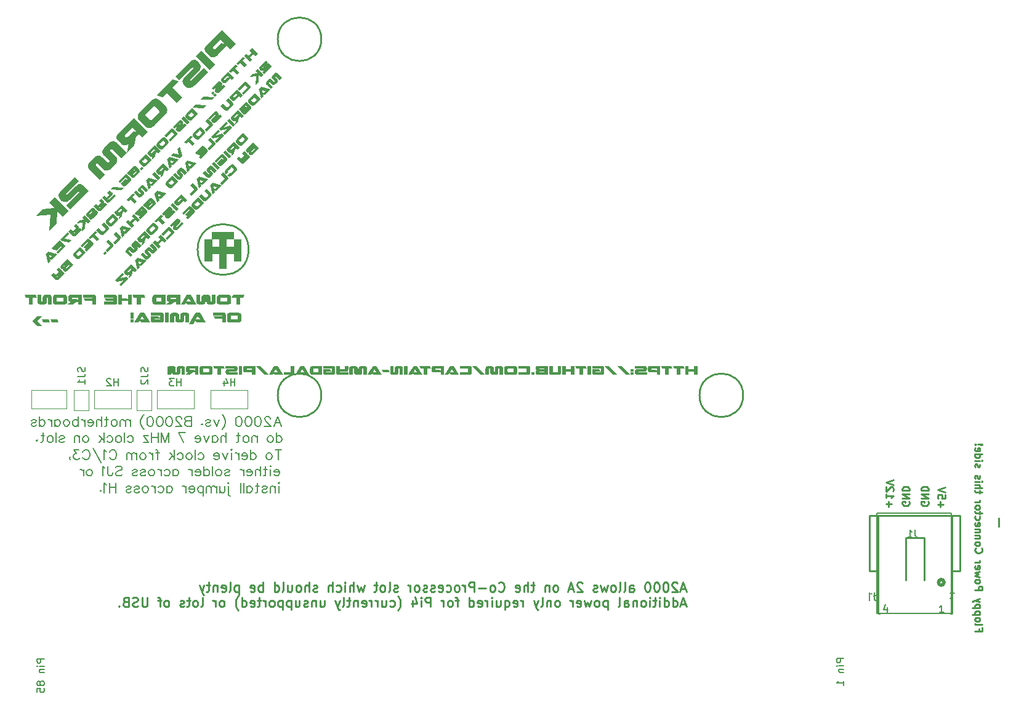
<source format=gbr>
%TF.GenerationSoftware,KiCad,Pcbnew,8.0.1*%
%TF.CreationDate,2024-05-25T23:06:58+03:00*%
%TF.ProjectId,PiStorm2k_v2.1,50695374-6f72-46d3-926b-5f76322e312e,rev?*%
%TF.SameCoordinates,Original*%
%TF.FileFunction,Legend,Bot*%
%TF.FilePolarity,Positive*%
%FSLAX46Y46*%
G04 Gerber Fmt 4.6, Leading zero omitted, Abs format (unit mm)*
G04 Created by KiCad (PCBNEW 8.0.1) date 2024-05-25 23:06:58*
%MOMM*%
%LPD*%
G01*
G04 APERTURE LIST*
%ADD10C,0.203200*%
%ADD11C,0.152400*%
%ADD12C,0.000000*%
%ADD13C,0.254000*%
%ADD14C,0.250000*%
%ADD15C,0.200000*%
%ADD16C,0.150000*%
%ADD17C,0.100000*%
%ADD18C,0.508000*%
%ADD19C,0.120000*%
G04 APERTURE END LIST*
D10*
X109314390Y-102316940D02*
X109187390Y-102189940D01*
X89070590Y-105187140D02*
X88943590Y-105250640D01*
X96627090Y-107562040D02*
X96436590Y-107562040D01*
X111168590Y-106863540D02*
X111232090Y-107054040D01*
D11*
X196389340Y-121485940D02*
X196287710Y-121435140D01*
D10*
X95153890Y-102189940D02*
X95026890Y-102126440D01*
X94353790Y-99738840D02*
X94544290Y-99738840D01*
X109835090Y-97846540D02*
X109771590Y-98164040D01*
X98544790Y-107562040D02*
X98417790Y-107498540D01*
X99738590Y-98418040D02*
X99548090Y-98354540D01*
X102100790Y-97148040D02*
X102037290Y-97211540D01*
X91699490Y-99738840D02*
X91826490Y-99802340D01*
X88626090Y-105187140D02*
X88499090Y-105060140D01*
X93274290Y-104361640D02*
X93210790Y-104425140D01*
X99548090Y-97148040D02*
X99738590Y-97084540D01*
D12*
G36*
X107009590Y-65279170D02*
G01*
X106256740Y-66031520D01*
X106019500Y-65945660D01*
X106080970Y-66207790D01*
X105753820Y-66534440D01*
X105461590Y-65420900D01*
X105894050Y-65420900D01*
X105992580Y-65828820D01*
X106309060Y-65512340D01*
X105894050Y-65420900D01*
X105461590Y-65420900D01*
X105421590Y-65268500D01*
X105744670Y-64944900D01*
X107009590Y-65279170D01*
G37*
D10*
X104056590Y-102126440D02*
X104247090Y-102126440D01*
X104170890Y-104742640D02*
X103408890Y-104742640D01*
X87267190Y-97084540D02*
X87267190Y-98418040D01*
X103383490Y-100119840D02*
X103383490Y-99992840D01*
D12*
G36*
X105147290Y-64423190D02*
G01*
X104394920Y-65175540D01*
X104157680Y-65089680D01*
X104218640Y-65351810D01*
X103892000Y-65678460D01*
X103599770Y-64564920D01*
X104032210Y-64564920D01*
X104130760Y-64972840D01*
X104447240Y-64656870D01*
X104032210Y-64564920D01*
X103599770Y-64564920D01*
X103559790Y-64412520D01*
X103882850Y-64088920D01*
X105147290Y-64423190D01*
G37*
D10*
X113454590Y-103015440D02*
X113327590Y-102951940D01*
X94645890Y-102380440D02*
X94645890Y-103015440D01*
X109339790Y-99294340D02*
X109339790Y-100373840D01*
X104843990Y-104361640D02*
X105034490Y-104361640D01*
X98557490Y-97084540D02*
X98747990Y-97148040D01*
D12*
G36*
X97404330Y-61749080D02*
G01*
X96632200Y-62523780D01*
X96537170Y-62606070D01*
X96445730Y-62658900D01*
X96357340Y-62683290D01*
X96272000Y-62678210D01*
X96190210Y-62644680D01*
X96111470Y-62582200D01*
X95773650Y-62244380D01*
X95711170Y-62165640D01*
X95677640Y-62083850D01*
X95672560Y-61998500D01*
X95685330Y-61952280D01*
X96121630Y-61952280D01*
X96139410Y-61980220D01*
X96373090Y-62216440D01*
X96400520Y-62232180D01*
X96432550Y-62231170D01*
X96469100Y-62212880D01*
X96510250Y-62178340D01*
X96858230Y-61830360D01*
X96520410Y-61495080D01*
X96174970Y-61840520D01*
X96139410Y-61882680D01*
X96121630Y-61919760D01*
X96121630Y-61952280D01*
X95685330Y-61952280D01*
X95696940Y-61910110D01*
X95749770Y-61818670D01*
X95832070Y-61723680D01*
X96606770Y-60951520D01*
X97404330Y-61749080D01*
G37*
G36*
X97214340Y-72356120D02*
G01*
X96899890Y-72670570D01*
X96693640Y-72464320D01*
X96549870Y-72607580D01*
X96450810Y-73119640D01*
X96037810Y-73532640D01*
X96111470Y-73038870D01*
X96000730Y-73105420D01*
X95895570Y-73127260D01*
X95796510Y-73104400D01*
X95703550Y-73036860D01*
X95523710Y-72855990D01*
X95477990Y-72799090D01*
X95444470Y-72744740D01*
X95434310Y-72717300D01*
X95428740Y-72688860D01*
X95427190Y-72659900D01*
X95430750Y-72629420D01*
X95441110Y-72592360D01*
X95898620Y-72592360D01*
X95915890Y-72620280D01*
X95940780Y-72645680D01*
X95969230Y-72662950D01*
X96001740Y-72662440D01*
X96039360Y-72644660D01*
X96080990Y-72609610D01*
X96391890Y-72298710D01*
X96605250Y-72375930D01*
X96330420Y-72101100D01*
X95951450Y-72480070D01*
X95916400Y-72522230D01*
X95898620Y-72559320D01*
X95898620Y-72592360D01*
X95441110Y-72592360D01*
X95452090Y-72564900D01*
X95470370Y-72530390D01*
X95493230Y-72495310D01*
X95522190Y-72457210D01*
X95557750Y-72416060D01*
X95599410Y-72372370D01*
X96415250Y-71557030D01*
X97214340Y-72356120D01*
G37*
D10*
X113746690Y-104361640D02*
X113746690Y-105250640D01*
X95064990Y-106736540D02*
X95255490Y-106673040D01*
X113213290Y-106990540D02*
X113086290Y-107054040D01*
X99586190Y-104361640D02*
X99713190Y-104425140D01*
D12*
G36*
X139659770Y-91357860D02*
G01*
X138488830Y-91357860D01*
X138371990Y-91106400D01*
X138214510Y-91357860D01*
X137706510Y-91357860D01*
X137918520Y-90994640D01*
X138440570Y-90994640D01*
X138933330Y-90994640D01*
X138681870Y-90598400D01*
X138440570Y-90994640D01*
X137918520Y-90994640D01*
X138432950Y-90113260D01*
X138935870Y-90113260D01*
X139659770Y-91357860D01*
G37*
D10*
X112641790Y-107181040D02*
X112578290Y-107308040D01*
X83038090Y-100119840D02*
X83101590Y-99929340D01*
X105745690Y-99929340D02*
X105872690Y-99802340D01*
X89197590Y-104552140D02*
X89261090Y-104742640D01*
X92169390Y-103015440D02*
X91915390Y-103015440D01*
X109720790Y-104361640D02*
X109530290Y-104361640D01*
X86073390Y-102761440D02*
X86073390Y-102888440D01*
X113645090Y-102126440D02*
X113772090Y-102189940D01*
X110241490Y-102126440D02*
X110368490Y-102189940D01*
X112578290Y-107308040D02*
X112578290Y-107371540D01*
X102900890Y-102824940D02*
X102773890Y-102951940D01*
X111041590Y-107498540D02*
X110914590Y-107562040D01*
X93845790Y-97592540D02*
X93782290Y-97783040D01*
X103853390Y-105250640D02*
X103662890Y-105250640D01*
X102291290Y-97719540D02*
X102100790Y-97783040D01*
X96080990Y-103015440D02*
X95953990Y-102951940D01*
X114940490Y-106228540D02*
X114876990Y-106292040D01*
X85400290Y-99929340D02*
X85336790Y-100056340D01*
X109454090Y-98418040D02*
X109327090Y-98418040D01*
X84079490Y-97719540D02*
X84206490Y-97592540D01*
X91597890Y-106228540D02*
X91597890Y-107562040D01*
X110457390Y-100627840D02*
X110266890Y-100627840D01*
X88499090Y-101681940D02*
X88626090Y-101745440D01*
X104996390Y-97973540D02*
X104869390Y-98037040D01*
X82542790Y-97592540D02*
X82669790Y-97719540D01*
X114051490Y-99929340D02*
X114114990Y-100119840D01*
D12*
G36*
X165114130Y-90115310D02*
G01*
X165171020Y-90119890D01*
X165222330Y-90127990D01*
X165268050Y-90138660D01*
X165308690Y-90152880D01*
X165344760Y-90170150D01*
X165376250Y-90189960D01*
X165402670Y-90212320D01*
X165426040Y-90236700D01*
X165445850Y-90264130D01*
X165461600Y-90294100D01*
X165483950Y-90360650D01*
X165491060Y-90396720D01*
X165495130Y-90434340D01*
X165496650Y-90552680D01*
X165468710Y-90702540D01*
X165384890Y-90816860D01*
X165246210Y-90891510D01*
X165054690Y-90915900D01*
X164378540Y-90916910D01*
X164345520Y-90923010D01*
X164333840Y-90935200D01*
X164328760Y-90946380D01*
X164328250Y-90954000D01*
X164331810Y-90973300D01*
X164336890Y-90979900D01*
X164353140Y-90989050D01*
X164383620Y-90994130D01*
X165496650Y-90994640D01*
X165496650Y-91357860D01*
X164285070Y-91357860D01*
X164088470Y-91336520D01*
X163949790Y-91271500D01*
X163868000Y-91159740D01*
X163840570Y-90997180D01*
X163842090Y-90861030D01*
X163846160Y-90825470D01*
X163853270Y-90790930D01*
X163863430Y-90758420D01*
X163876640Y-90727940D01*
X163893400Y-90699490D01*
X163913210Y-90673580D01*
X163937090Y-90649200D01*
X163965540Y-90628880D01*
X163998050Y-90610590D01*
X164034120Y-90594840D01*
X164074250Y-90580620D01*
X164119460Y-90569950D01*
X164169250Y-90561820D01*
X164223600Y-90557250D01*
X164282530Y-90555220D01*
X164944450Y-90554710D01*
X164986110Y-90549630D01*
X164996270Y-90545060D01*
X165001860Y-90539980D01*
X165007950Y-90528800D01*
X165008970Y-90514580D01*
X165004910Y-90496310D01*
X164993730Y-90481560D01*
X164965790Y-90473940D01*
X164942420Y-90472410D01*
X163840570Y-90471400D01*
X163840570Y-90113260D01*
X165052150Y-90113260D01*
X165114130Y-90115310D01*
G37*
D10*
X94734790Y-104552140D02*
X94798290Y-104425140D01*
X107358590Y-98545040D02*
X107231590Y-98735540D01*
X97198590Y-102126440D02*
X97008090Y-102126440D01*
X87381490Y-101681940D02*
X86682990Y-101681940D01*
X94734790Y-104996640D02*
X94734790Y-105060140D01*
X101084790Y-102189940D02*
X101211790Y-102126440D01*
X98747990Y-98354540D02*
X98557490Y-98418040D01*
X101402290Y-102126440D02*
X101529290Y-102189940D01*
X88435590Y-104869640D02*
X88435590Y-104742640D01*
X109949390Y-100246840D02*
X109949390Y-100119840D01*
X93261590Y-100119840D02*
X93261590Y-100246840D01*
X107879290Y-104361640D02*
X108069790Y-104425140D01*
X102964390Y-102634440D02*
X102900890Y-102824940D01*
X111701990Y-104425140D02*
X111638490Y-104615640D01*
X90302490Y-97592540D02*
X90175490Y-97529040D01*
X82733290Y-98037040D02*
X82669790Y-98227540D01*
X96944590Y-107181040D02*
X96881090Y-107371540D01*
X86200390Y-102761440D02*
X86136890Y-102697940D01*
X102811990Y-106673040D02*
X103002490Y-106673040D01*
X99421090Y-97338540D02*
X99548090Y-97148040D01*
X89057890Y-98418040D02*
X88867390Y-98418040D01*
X113327590Y-102189940D02*
X113454590Y-102126440D01*
X95877790Y-97719540D02*
X95877790Y-97973540D01*
X94544290Y-99738840D02*
X94671290Y-99802340D01*
D13*
X208544500Y-110700000D02*
X207401500Y-110700000D01*
D10*
X94226790Y-99802340D02*
X94353790Y-99738840D01*
X106406090Y-102126440D02*
X106533090Y-102189940D01*
X82618990Y-99738840D02*
X82174490Y-99738840D01*
X113352990Y-100437340D02*
X113289490Y-100246840D01*
D12*
G36*
X110256730Y-47758760D02*
G01*
X109908750Y-48109300D01*
X110477710Y-48678240D01*
X110165290Y-48990660D01*
X109596330Y-48421700D01*
X109339790Y-48675700D01*
X109012130Y-48546160D01*
X109926530Y-47629220D01*
X110256730Y-47758760D01*
G37*
D10*
X107434790Y-107308040D02*
X107371290Y-107498540D01*
X93083790Y-97783040D02*
X93083790Y-98418040D01*
X95852390Y-105060140D02*
X95915890Y-105187140D01*
X110774890Y-100246840D02*
X110711390Y-100437340D01*
X91381990Y-100564340D02*
X91254990Y-100437340D01*
X92664690Y-97910040D02*
X92664690Y-98037040D01*
X104983690Y-106736540D02*
X104920190Y-106927040D01*
X99548090Y-98354540D02*
X99421090Y-98164040D01*
X88232390Y-99738840D02*
X88422890Y-99738840D01*
D12*
G36*
X129037490Y-91357860D02*
G01*
X127866550Y-91357860D01*
X127749710Y-91106400D01*
X127592230Y-91357860D01*
X127084230Y-91357860D01*
X127296240Y-90994640D01*
X127818290Y-90994640D01*
X128311050Y-90994640D01*
X128059590Y-90598400D01*
X127818290Y-90994640D01*
X127296240Y-90994640D01*
X127810700Y-90113260D01*
X128313590Y-90113260D01*
X129037490Y-91357860D01*
G37*
D10*
X93883890Y-107371540D02*
X93947390Y-107498540D01*
X93972790Y-97529040D02*
X93845790Y-97592540D01*
X102456390Y-103015440D02*
X102329390Y-102951940D01*
X104170890Y-104869640D02*
X104107390Y-105060140D01*
D12*
G36*
X102268460Y-67302020D02*
G01*
X101954000Y-67616480D01*
X101747730Y-67410230D01*
X101239220Y-67918230D01*
X101164040Y-67987320D01*
X101128990Y-68014750D01*
X101095460Y-68037100D01*
X101063450Y-68054370D01*
X101032470Y-68067580D01*
X101002490Y-68075710D01*
X100945090Y-68081300D01*
X100917150Y-68078760D01*
X100890230Y-68071640D01*
X100863810Y-68059960D01*
X100837900Y-68045230D01*
X100785580Y-68005600D01*
X100606760Y-67828310D01*
X100554440Y-67772430D01*
X100511790Y-67719090D01*
X100496020Y-67693690D01*
X100484360Y-67667280D01*
X100477220Y-67640350D01*
X100474170Y-67612920D01*
X100475700Y-67584470D01*
X100482810Y-67553990D01*
X100488860Y-67537740D01*
X100952710Y-67537740D01*
X100969980Y-67566180D01*
X100994870Y-67591580D01*
X101023320Y-67608860D01*
X101056340Y-67607840D01*
X101094440Y-67589550D01*
X101136610Y-67553480D01*
X101446000Y-67244620D01*
X101659340Y-67321840D01*
X101384510Y-67047010D01*
X101007600Y-67424450D01*
X100971510Y-67467120D01*
X100953240Y-67504720D01*
X100952710Y-67537740D01*
X100488860Y-67537740D01*
X100494490Y-67522500D01*
X100511790Y-67488970D01*
X100535130Y-67453410D01*
X100565110Y-67414290D01*
X100602190Y-67371620D01*
X100646390Y-67325390D01*
X101469350Y-66502940D01*
X102268460Y-67302020D01*
G37*
D10*
X88245090Y-101681940D02*
X88499090Y-101681940D01*
X101656290Y-102824940D02*
X101529290Y-102951940D01*
X115270690Y-101681940D02*
X114381690Y-101681940D01*
X103802590Y-102316940D02*
X103929590Y-102189940D01*
X113899090Y-102824940D02*
X113772090Y-102951940D01*
D12*
G36*
X110468570Y-60860580D02*
G01*
X110494980Y-60889540D01*
X110516830Y-60917480D01*
X110534610Y-60944910D01*
X110547810Y-60972340D01*
X110556450Y-60998760D01*
X110561530Y-61025680D01*
X110562550Y-61052100D01*
X110554930Y-61104930D01*
X110546290Y-61131350D01*
X110534100Y-61157760D01*
X110518860Y-61184180D01*
X110500570Y-61210090D01*
X110457390Y-61262410D01*
X109971230Y-61750090D01*
X109782260Y-61676430D01*
X109944310Y-61837980D01*
X109958530Y-61841020D01*
X109976310Y-61834930D01*
X109998160Y-61821210D01*
X110023050Y-61798350D01*
X110716470Y-61104930D01*
X110949640Y-61338610D01*
X110068770Y-62217960D01*
X110037780Y-62243360D01*
X110008320Y-62263680D01*
X109953450Y-62292130D01*
X109927040Y-62300260D01*
X109901130Y-62304830D01*
X109850840Y-62303300D01*
X109826960Y-62298220D01*
X109803590Y-62289590D01*
X109757370Y-62264190D01*
X109712660Y-62230150D01*
X109085790Y-61604300D01*
X109398210Y-61291880D01*
X109680150Y-61573820D01*
X110068770Y-61183670D01*
X110082490Y-61165380D01*
X110090610Y-61149130D01*
X110093150Y-61135410D01*
X110091630Y-61124740D01*
X110087060Y-61113060D01*
X110068260Y-61088680D01*
X109834580Y-60855500D01*
X110149030Y-60541050D01*
X110468570Y-60860580D01*
G37*
D10*
X97554190Y-106673040D02*
X97363690Y-106673040D01*
X114229290Y-104615640D02*
X114292790Y-104488640D01*
D11*
X196130260Y-121277660D02*
X196130260Y-122369860D01*
D10*
X114661090Y-100564340D02*
X114534090Y-100437340D01*
X104323290Y-98100540D02*
X104386790Y-98164040D01*
X110038290Y-104361640D02*
X110038290Y-105250640D01*
D12*
G36*
X104134820Y-57286800D02*
G01*
X104216610Y-57320330D01*
X104295350Y-57382820D01*
X104630630Y-57718100D01*
X104693110Y-57796840D01*
X104727150Y-57878620D01*
X104732230Y-57963460D01*
X104708350Y-58051340D01*
X104656030Y-58142300D01*
X104574750Y-58236260D01*
X103998200Y-58812840D01*
X103903170Y-58896150D01*
X103811230Y-58949490D01*
X103722860Y-58974380D01*
X103636980Y-58969810D01*
X103554180Y-58936790D01*
X103474960Y-58873800D01*
X103139650Y-58538540D01*
X103077170Y-58459270D01*
X103043640Y-58376970D01*
X103038560Y-58291120D01*
X103050980Y-58245910D01*
X103487630Y-58245910D01*
X103505410Y-58274360D01*
X103739090Y-58508060D01*
X103766010Y-58523780D01*
X103797510Y-58522770D01*
X103834090Y-58504990D01*
X103876250Y-58469940D01*
X104224230Y-58119420D01*
X104260300Y-58078800D01*
X104278590Y-58042710D01*
X104280620Y-58011720D01*
X104264870Y-57984800D01*
X104028650Y-57748580D01*
X104000710Y-57731810D01*
X103968200Y-57732320D01*
X103931110Y-57749590D01*
X103888950Y-57784140D01*
X103540970Y-58132120D01*
X103505410Y-58174790D01*
X103487630Y-58212380D01*
X103487630Y-58245910D01*
X103050980Y-58245910D01*
X103062940Y-58202220D01*
X103115770Y-58110270D01*
X103198070Y-58015300D01*
X103774650Y-57438700D01*
X103869650Y-57357420D01*
X103961090Y-57305090D01*
X104049500Y-57281720D01*
X104134820Y-57286800D01*
G37*
D10*
X98112990Y-98164040D02*
X98049490Y-97846540D01*
X106088590Y-102951940D02*
X105961590Y-102824940D01*
X107980890Y-107943040D02*
X108107890Y-108006540D01*
D12*
G36*
X97736050Y-70441970D02*
G01*
X97817840Y-70476010D01*
X97896580Y-70539000D01*
X98232880Y-70874790D01*
X98295360Y-70953530D01*
X98329400Y-71035320D01*
X98334500Y-71120150D01*
X98311110Y-71208540D01*
X98258280Y-71299480D01*
X98177000Y-71393460D01*
X97600420Y-71970040D01*
X97504910Y-72052840D01*
X97412970Y-72106180D01*
X97324070Y-72130560D01*
X97238720Y-72125990D01*
X97156430Y-72092460D01*
X97077690Y-72029470D01*
X96741900Y-71693680D01*
X96679410Y-71614940D01*
X96645380Y-71532650D01*
X96640810Y-71447300D01*
X96653510Y-71401080D01*
X97089370Y-71401080D01*
X97106640Y-71429520D01*
X97341850Y-71664730D01*
X97368260Y-71680480D01*
X97400290Y-71679460D01*
X97436840Y-71660660D01*
X97478500Y-71625610D01*
X97826500Y-71277120D01*
X97862040Y-71235470D01*
X97880860Y-71198890D01*
X97881850Y-71167400D01*
X97866100Y-71140470D01*
X97630900Y-70905270D01*
X97602450Y-70888000D01*
X97569940Y-70888000D01*
X97532850Y-70905780D01*
X97490690Y-70940830D01*
X97142200Y-71289320D01*
X97107150Y-71331480D01*
X97089370Y-71368560D01*
X97089370Y-71401080D01*
X96653510Y-71401080D01*
X96665190Y-71358400D01*
X96718530Y-71266460D01*
X96801360Y-71170950D01*
X97377910Y-70594370D01*
X97471890Y-70513090D01*
X97563360Y-70460770D01*
X97651240Y-70436890D01*
X97736050Y-70441970D01*
G37*
D10*
X103827990Y-100627840D02*
X103637490Y-100627840D01*
X92575790Y-104679140D02*
X92512290Y-104742640D01*
D12*
G36*
X100834850Y-82798060D02*
G01*
X100956770Y-82830570D01*
X101051770Y-82885460D01*
X101119360Y-82962140D01*
X101159970Y-83060180D01*
X101173690Y-83180580D01*
X101173690Y-83683500D01*
X101184360Y-83706390D01*
X101200110Y-83723630D01*
X101222460Y-83735320D01*
X101249890Y-83741920D01*
X101280880Y-83732780D01*
X101305260Y-83719570D01*
X101322530Y-83703340D01*
X101333710Y-83683500D01*
X101333710Y-83180580D01*
X101347430Y-83060180D01*
X101388070Y-82962140D01*
X101455630Y-82885460D01*
X101550630Y-82830570D01*
X101672550Y-82798060D01*
X101821390Y-82786880D01*
X102088090Y-82786880D01*
X102236930Y-82798060D01*
X102358850Y-82830570D01*
X102453850Y-82885460D01*
X102521410Y-82962140D01*
X102562050Y-83060180D01*
X102575770Y-83180580D01*
X102575770Y-84143240D01*
X102037290Y-84143240D01*
X102037290Y-83264400D01*
X102032210Y-83236970D01*
X102016970Y-83215120D01*
X101991570Y-83198870D01*
X101956010Y-83188200D01*
X101926040Y-83196860D01*
X101902700Y-83209050D01*
X101885400Y-83225790D01*
X101874730Y-83246620D01*
X101874730Y-83790180D01*
X101866600Y-83845040D01*
X101852890Y-83894320D01*
X101833580Y-83939020D01*
X101808690Y-83978140D01*
X101787860Y-84006080D01*
X101743670Y-84051800D01*
X101719790Y-84069580D01*
X101671020Y-84097010D01*
X101620730Y-84117840D01*
X101594820Y-84124950D01*
X101538940Y-84135110D01*
X101479510Y-84140700D01*
X101418550Y-84143240D01*
X101093430Y-84142730D01*
X101021290Y-84138160D01*
X100942550Y-84128000D01*
X100899880Y-84116320D01*
X100831300Y-84086850D01*
X100795230Y-84067040D01*
X100761190Y-84045200D01*
X100732750Y-84022840D01*
X100710390Y-83999480D01*
X100693630Y-83975600D01*
X100666710Y-83926320D01*
X100647910Y-83871970D01*
X100636230Y-83813550D01*
X100632700Y-83749540D01*
X100632700Y-83249160D01*
X100625050Y-83228330D01*
X100609300Y-83211060D01*
X100585430Y-83197850D01*
X100553960Y-83188200D01*
X100516340Y-83197850D01*
X100488910Y-83213600D01*
X100473160Y-83235950D01*
X100467570Y-83264400D01*
X100467570Y-84143240D01*
X99934200Y-84143240D01*
X99934200Y-83180580D01*
X99947890Y-83060180D01*
X99988550Y-82962140D01*
X100056090Y-82885460D01*
X100151090Y-82830570D01*
X100273010Y-82798060D01*
X100421850Y-82786880D01*
X100686010Y-82786880D01*
X100834850Y-82798060D01*
G37*
D10*
X106952190Y-105060140D02*
X106825190Y-105187140D01*
X107358590Y-97148040D02*
X107485590Y-97402040D01*
X98112990Y-97338540D02*
X98239990Y-97148040D01*
X88435590Y-104742640D02*
X88499090Y-104552140D01*
X92423390Y-101872440D02*
X92486890Y-101999440D01*
X107117290Y-99738840D02*
X106990290Y-99802340D01*
X94480790Y-97529040D02*
X94480790Y-98418040D01*
X94671290Y-100564340D02*
X94544290Y-100627840D01*
D13*
X120723560Y-45172480D02*
G75*
G02*
X114723580Y-45172480I-2999990J0D01*
G01*
X114723580Y-45172480D02*
G75*
G02*
X120723560Y-45172480I2999990J0D01*
G01*
D10*
X112578290Y-107371540D02*
X112641790Y-107498540D01*
X114927790Y-104552140D02*
X114991290Y-104742640D01*
X98532090Y-104425140D02*
X98405090Y-104361640D01*
X86022590Y-97719540D02*
X86086090Y-97910040D01*
X84955790Y-99738840D02*
X85146290Y-99738840D01*
X102989790Y-104361640D02*
X102989790Y-105250640D01*
X113645090Y-103015440D02*
X113454590Y-103015440D01*
X111168590Y-107371540D02*
X111041590Y-107498540D01*
D12*
G36*
X108976570Y-45799400D02*
G01*
X108222190Y-46553780D01*
X107726410Y-46058480D01*
X106507180Y-47277710D01*
X106414730Y-47366070D01*
X106326360Y-47442780D01*
X106242510Y-47508310D01*
X106162250Y-47561650D01*
X106010870Y-47636330D01*
X105869640Y-47670900D01*
X105734510Y-47663760D01*
X105607010Y-47617020D01*
X105482040Y-47537800D01*
X105357580Y-47428560D01*
X104991310Y-47062290D01*
X104864820Y-46928180D01*
X104763240Y-46801680D01*
X104696160Y-46675700D01*
X104671270Y-46545140D01*
X104691080Y-46402900D01*
X104708000Y-46365310D01*
X105818840Y-46365310D01*
X105860500Y-46433380D01*
X105919930Y-46492820D01*
X105988010Y-46534480D01*
X106067760Y-46533460D01*
X106158690Y-46489770D01*
X106260800Y-46402900D01*
X107002990Y-45661220D01*
X107514550Y-45846140D01*
X106855700Y-45187260D01*
X105950410Y-46092540D01*
X105864050Y-46194620D01*
X105819860Y-46285560D01*
X105818840Y-46365310D01*
X104708000Y-46365310D01*
X104761190Y-46246950D01*
X104817070Y-46161100D01*
X104889710Y-46067120D01*
X104978610Y-45965540D01*
X105084780Y-45855280D01*
X107058360Y-43881190D01*
X108976570Y-45799400D01*
G37*
D10*
X86797290Y-99992840D02*
X86797290Y-100627840D01*
X112832290Y-106673040D02*
X113022790Y-106673040D01*
D12*
G36*
X104081990Y-81200400D02*
G01*
X104087580Y-81227830D01*
X104103330Y-81250180D01*
X104130760Y-81265930D01*
X104168350Y-81276600D01*
X104198830Y-81267450D01*
X104222200Y-81254240D01*
X104238450Y-81237990D01*
X104247090Y-81218180D01*
X104247090Y-80679700D01*
X104254710Y-80622800D01*
X104267920Y-80572000D01*
X104286710Y-80526280D01*
X104324310Y-80464840D01*
X104358850Y-80426710D01*
X104402540Y-80394710D01*
X104453340Y-80369310D01*
X104480770Y-80359660D01*
X104541220Y-80343930D01*
X104605230Y-80331720D01*
X104702790Y-80324600D01*
X105049730Y-80324100D01*
X105131010Y-80332220D01*
X105194510Y-80344420D01*
X105191970Y-80341880D01*
X105240740Y-80357620D01*
X105275790Y-80372860D01*
X105342850Y-80410480D01*
X105373330Y-80432300D01*
X105400250Y-80455160D01*
X105419550Y-80479040D01*
X105452070Y-80540000D01*
X105471370Y-80593360D01*
X105482550Y-80651760D01*
X105486610Y-80715260D01*
X105486610Y-81215640D01*
X105495750Y-81236460D01*
X105512520Y-81253740D01*
X105537410Y-81266940D01*
X105570460Y-81276600D01*
X105605990Y-81266940D01*
X105631390Y-81251200D01*
X105646630Y-81228840D01*
X105651710Y-81200400D01*
X105651710Y-80324100D01*
X106187650Y-80324100D01*
X106187650Y-81286760D01*
X106173930Y-81407150D01*
X106133290Y-81505700D01*
X106065730Y-81581900D01*
X105970730Y-81636770D01*
X105848810Y-81669810D01*
X105699970Y-81680480D01*
X105435810Y-81680480D01*
X105286970Y-81669810D01*
X105165050Y-81636770D01*
X105070050Y-81581900D01*
X105002490Y-81505700D01*
X104961850Y-81407150D01*
X104948130Y-81286760D01*
X104948130Y-80783860D01*
X104936950Y-80760470D01*
X104920700Y-80742690D01*
X104899870Y-80731030D01*
X104874470Y-80725420D01*
X104841450Y-80735070D01*
X104815540Y-80747770D01*
X104796750Y-80764020D01*
X104785570Y-80783860D01*
X104785570Y-81286760D01*
X104771850Y-81407150D01*
X104731210Y-81505700D01*
X104663650Y-81581900D01*
X104568650Y-81636770D01*
X104446730Y-81669810D01*
X104297890Y-81680480D01*
X104036270Y-81680480D01*
X103887430Y-81669810D01*
X103765510Y-81636770D01*
X103670510Y-81581900D01*
X103602950Y-81505700D01*
X103562310Y-81407150D01*
X103548590Y-81286760D01*
X103548590Y-80324100D01*
X104081990Y-80324100D01*
X104081990Y-81200400D01*
G37*
D10*
X96182590Y-106863540D02*
X96309590Y-106736540D01*
X101719790Y-102507440D02*
X101719790Y-102634440D01*
X101021290Y-105060140D02*
X100894290Y-105187140D01*
D12*
G36*
X161442810Y-91357860D02*
G01*
X160833210Y-91357860D01*
X159687670Y-90113260D01*
X160299810Y-90113260D01*
X161442810Y-91357860D01*
G37*
D10*
X109339790Y-100373840D02*
X109276290Y-100564340D01*
X93083790Y-104488640D02*
X92702790Y-104615640D01*
D12*
G36*
X84995410Y-76912880D02*
G01*
X85017260Y-76940310D01*
X85034530Y-76967740D01*
X85047230Y-76994160D01*
X85056880Y-77022100D01*
X85062470Y-77049550D01*
X85064500Y-77076960D01*
X85062470Y-77103910D01*
X85056880Y-77129280D01*
X85047740Y-77155190D01*
X85035550Y-77181100D01*
X85001510Y-77233420D01*
X84958330Y-77285240D01*
X84470650Y-77773940D01*
X84282690Y-77700280D01*
X84445250Y-77860300D01*
X84459470Y-77863850D01*
X84477760Y-77858770D01*
X84499100Y-77845060D01*
X84523990Y-77822200D01*
X85217410Y-77128780D01*
X85451090Y-77362960D01*
X84568690Y-78241800D01*
X84538720Y-78267710D01*
X84509260Y-78288540D01*
X84480810Y-78304800D01*
X84454390Y-78316990D01*
X84427980Y-78325120D01*
X84402070Y-78329690D01*
X84376670Y-78330200D01*
X84351780Y-78327660D01*
X84326890Y-78322070D01*
X84303520Y-78313940D01*
X84257290Y-78288540D01*
X84213090Y-78254530D01*
X83586730Y-77626620D01*
X83899150Y-77314200D01*
X84181090Y-77596140D01*
X84570730Y-77207520D01*
X84584440Y-77189230D01*
X84592570Y-77173510D01*
X84595110Y-77159260D01*
X84593590Y-77148080D01*
X84589010Y-77135890D01*
X84580890Y-77123700D01*
X84336030Y-76877320D01*
X84648450Y-76564900D01*
X84995410Y-76912880D01*
G37*
D10*
X91166090Y-98354540D02*
X91039090Y-98418040D01*
X112883090Y-105250640D02*
X112756090Y-105250640D01*
D11*
X196732210Y-122110780D02*
X196785580Y-122265720D01*
D10*
X114356290Y-104425140D02*
X114483290Y-104361640D01*
X105440890Y-98354540D02*
X105504390Y-98227540D01*
X93261590Y-100246840D02*
X93198090Y-100437340D01*
X111943290Y-98418040D02*
X111752790Y-98354540D01*
X102672290Y-104361640D02*
X102481790Y-104361640D01*
D13*
X110726880Y-74110240D02*
G75*
G02*
X103710900Y-74110240I-3507990J0D01*
G01*
X103710900Y-74110240D02*
G75*
G02*
X110726880Y-74110240I3507990J0D01*
G01*
D10*
X106507690Y-100246840D02*
X106444190Y-100437340D01*
D12*
G36*
X98209510Y-64601500D02*
G01*
X97457700Y-65356380D01*
X97221450Y-65269520D01*
X97282410Y-65531140D01*
X96954750Y-65858800D01*
X96662040Y-64743740D01*
X97094450Y-64743740D01*
X97193510Y-65152680D01*
X97508470Y-64835180D01*
X97094450Y-64743740D01*
X96662040Y-64743740D01*
X96622010Y-64591340D01*
X96944590Y-64268760D01*
X98209510Y-64601500D01*
G37*
D10*
X103256490Y-107371540D02*
X103129490Y-107498540D01*
X107498290Y-105187140D02*
X107688790Y-105250640D01*
X103408890Y-104742640D02*
X103408890Y-104615640D01*
X89261090Y-104742640D02*
X89261090Y-104869640D01*
X85578090Y-97529040D02*
X85768590Y-97529040D01*
X109974790Y-104552140D02*
X109847790Y-104425140D01*
X94925290Y-104806140D02*
X94798290Y-104869640D01*
X91699490Y-100627840D02*
X91508990Y-100627840D01*
X113010090Y-105187140D02*
X112883090Y-105250640D01*
X114292790Y-104488640D02*
X114356290Y-104425140D01*
X110520890Y-104488640D02*
X110584390Y-104425140D01*
X92474190Y-98354540D02*
X92347190Y-98418040D01*
D12*
G36*
X98587970Y-64225580D02*
G01*
X98270470Y-64540540D01*
X97470370Y-63742980D01*
X97787870Y-63425480D01*
X98587970Y-64225580D01*
G37*
D11*
X196732210Y-121277660D02*
X196732210Y-122110780D01*
D10*
X96296890Y-105250640D02*
X96487390Y-105187140D01*
X103980390Y-104425140D02*
X104107390Y-104552140D01*
X94798290Y-104425140D02*
X94988790Y-104361640D01*
X101021290Y-104552140D02*
X101084790Y-104742640D01*
D12*
G36*
X111696910Y-91357860D02*
G01*
X111209230Y-91357860D01*
X111209230Y-91035280D01*
X110358330Y-91034260D01*
X110256730Y-91024100D01*
X110174940Y-91004800D01*
X110140400Y-90991590D01*
X110110430Y-90975840D01*
X110084010Y-90956540D01*
X110061660Y-90935200D01*
X110042860Y-90910820D01*
X110027110Y-90884400D01*
X110015460Y-90854940D01*
X110006790Y-90822420D01*
X110000190Y-90787370D01*
X109996630Y-90749780D01*
X109995110Y-90590780D01*
X110482790Y-90590780D01*
X110491430Y-90626360D01*
X110517840Y-90651740D01*
X110561530Y-90666980D01*
X110622490Y-90672060D01*
X111102550Y-90672060D01*
X111209230Y-90898120D01*
X111209230Y-90471400D01*
X110622490Y-90471400D01*
X110561530Y-90476480D01*
X110517840Y-90491720D01*
X110491430Y-90517120D01*
X110482790Y-90552680D01*
X110482790Y-90590780D01*
X109995110Y-90590780D01*
X109996130Y-90430760D01*
X110002220Y-90352020D01*
X110014920Y-90283940D01*
X110026100Y-90253970D01*
X110041850Y-90226540D01*
X110061150Y-90202160D01*
X110084010Y-90181860D01*
X110112460Y-90164060D01*
X110146490Y-90148820D01*
X110185610Y-90136120D01*
X110231330Y-90126460D01*
X110285180Y-90119350D01*
X110347150Y-90114780D01*
X110416750Y-90113260D01*
X111696910Y-90113260D01*
X111696910Y-91357860D01*
G37*
D10*
X87914890Y-100119840D02*
X87978390Y-99929340D01*
D12*
G36*
X92065250Y-73331480D02*
G01*
X92131800Y-73422920D01*
X92151100Y-73516900D01*
X92122650Y-73613420D01*
X92047470Y-73712480D01*
X91305790Y-74454160D01*
X91072110Y-74220480D01*
X91699490Y-73590560D01*
X91135610Y-73026680D01*
X91448030Y-72714260D01*
X92065250Y-73331480D01*
G37*
D10*
X99713190Y-105187140D02*
X99586190Y-105250640D01*
X113073590Y-104996640D02*
X113010090Y-105187140D01*
X107053790Y-107562040D02*
X106926790Y-107498540D01*
D12*
G36*
X107828490Y-64097050D02*
G01*
X107895040Y-64189000D01*
X107914340Y-64282980D01*
X107886400Y-64379500D01*
X107810200Y-64478050D01*
X107068520Y-65219730D01*
X106835350Y-64986560D01*
X107463750Y-64357660D01*
X106897860Y-63791740D01*
X107210250Y-63479320D01*
X107828490Y-64097050D01*
G37*
D10*
X112387790Y-97338540D02*
X112451290Y-97656040D01*
X113060890Y-97148040D02*
X112997390Y-97211540D01*
X112070290Y-98418040D02*
X111943290Y-98418040D01*
X95255490Y-106673040D02*
X95445990Y-106673040D01*
D12*
G36*
X104514810Y-59845090D02*
G01*
X104605230Y-59910120D01*
X105044650Y-60352080D01*
X105112210Y-60443520D01*
X105131520Y-60536990D01*
X105103070Y-60633000D01*
X105026870Y-60730540D01*
X104163270Y-61596680D01*
X103929590Y-61363000D01*
X104681460Y-60611160D01*
X104630630Y-60560360D01*
X104031190Y-61159800D01*
X103693370Y-61032800D01*
X104343610Y-60382560D01*
X104513790Y-60443520D01*
X104343610Y-60275880D01*
X103594310Y-61025180D01*
X103363200Y-60796580D01*
X104226770Y-59932980D01*
X104325830Y-59856270D01*
X104421840Y-59827310D01*
X104514810Y-59845090D01*
G37*
G36*
X87805700Y-81680480D02*
G01*
X87272270Y-81680480D01*
X87272270Y-81329940D01*
X87028430Y-81329940D01*
X86510270Y-81680480D01*
X85809230Y-81680480D01*
X86291830Y-81322320D01*
X86186170Y-81300470D01*
X86099810Y-81264400D01*
X86032750Y-81213600D01*
X85985000Y-81148580D01*
X85956040Y-81068820D01*
X85946390Y-80974360D01*
X85946390Y-80844800D01*
X86479790Y-80844800D01*
X86488930Y-80883910D01*
X86517380Y-80911340D01*
X86564120Y-80928110D01*
X86629650Y-80933700D01*
X87157970Y-80933700D01*
X87272270Y-81180080D01*
X87272270Y-80712720D01*
X86629650Y-80712720D01*
X86564120Y-80718300D01*
X86517380Y-80735070D01*
X86488930Y-80763010D01*
X86479790Y-80801620D01*
X86479790Y-80844800D01*
X85946390Y-80844800D01*
X85947410Y-80668520D01*
X85950960Y-80624320D01*
X85964170Y-80545080D01*
X85974330Y-80509010D01*
X85989060Y-80475990D01*
X86008370Y-80446520D01*
X86032750Y-80420620D01*
X86060690Y-80397760D01*
X86094220Y-80377940D01*
X86133330Y-80361180D01*
X86177530Y-80346980D01*
X86227310Y-80336800D01*
X86284210Y-80329680D01*
X86348730Y-80325620D01*
X86421370Y-80324100D01*
X87805700Y-80324100D01*
X87805700Y-81680480D01*
G37*
D10*
X88943590Y-104361640D02*
X89070590Y-104425140D01*
X87991090Y-101872440D02*
X88118090Y-101745440D01*
X104145490Y-100119840D02*
X103383490Y-100119840D01*
D12*
G36*
X113515550Y-91357860D02*
G01*
X112905950Y-91357860D01*
X111760410Y-90113260D01*
X112372550Y-90113260D01*
X113515550Y-91357860D01*
G37*
D10*
X101211790Y-103015440D02*
X101084790Y-102951940D01*
X99700490Y-99294340D02*
X99700490Y-100627840D01*
X93680690Y-99294340D02*
X93680690Y-100627840D01*
X114051490Y-100437340D02*
X113924490Y-100564340D01*
X91953490Y-100437340D02*
X91826490Y-100564340D01*
X105288490Y-104552140D02*
X105351990Y-104742640D01*
X109327090Y-97084540D02*
X109454090Y-97084540D01*
X102138890Y-107054040D02*
X102075390Y-106863540D01*
D13*
X207403000Y-110710000D02*
X207403000Y-118330000D01*
D10*
X103827990Y-99738840D02*
X103954990Y-99802340D01*
X96436590Y-107562040D02*
X96309590Y-107498540D01*
X82415790Y-98418040D02*
X82225290Y-98418040D01*
X86809990Y-102951940D02*
X87000490Y-103015440D01*
X109327090Y-98418040D02*
X109136590Y-98354540D01*
X92029690Y-98354540D02*
X91902690Y-98227540D01*
X113264090Y-104361640D02*
X112819590Y-104361640D01*
X98544790Y-106673040D02*
X98735290Y-106673040D01*
X101986490Y-99294340D02*
X101097490Y-99294340D01*
X90861290Y-101681940D02*
X90861290Y-103015440D01*
X80917190Y-98037040D02*
X80853690Y-98164040D01*
X104247090Y-106673040D02*
X104056590Y-106673040D01*
X104843990Y-105250640D02*
X104716990Y-105187140D01*
D12*
G36*
X106755090Y-62815880D02*
G01*
X106438600Y-63131850D01*
X105639520Y-62332770D01*
X105955490Y-62016280D01*
X106755090Y-62815880D01*
G37*
D10*
X110444690Y-97148040D02*
X110635190Y-97084540D01*
X109187390Y-102189940D02*
X109060390Y-102126440D01*
X113213290Y-106736540D02*
X113276790Y-106863540D01*
X85146290Y-99738840D02*
X85336790Y-99802340D01*
X110495490Y-102316940D02*
X110558990Y-102507440D01*
D12*
G36*
X92402050Y-80332220D02*
G01*
X92486410Y-80357620D01*
X92552420Y-80399280D01*
X92599160Y-80457190D01*
X92627610Y-80532380D01*
X92636750Y-80623820D01*
X92636750Y-81370580D01*
X92627610Y-81465060D01*
X92599160Y-81542810D01*
X92552420Y-81603240D01*
X92486410Y-81645910D01*
X92402050Y-81671820D01*
X92298960Y-81680480D01*
X90833350Y-81680480D01*
X90833350Y-81284220D01*
X92105890Y-81284220D01*
X92105890Y-81197860D01*
X91089890Y-81197860D01*
X90912090Y-80801620D01*
X92014450Y-80801620D01*
X92105890Y-80999740D01*
X92105890Y-80712720D01*
X90833350Y-80712720D01*
X90833350Y-80324100D01*
X92298960Y-80324100D01*
X92402050Y-80332220D01*
G37*
D10*
X110914590Y-107562040D02*
X110724090Y-107562040D01*
X95636490Y-107498540D02*
X95699990Y-107371540D01*
D12*
G36*
X137617610Y-91357860D02*
G01*
X137127390Y-91357860D01*
X137127390Y-91035280D01*
X136279030Y-91034260D01*
X136177430Y-91024100D01*
X136095640Y-91004800D01*
X136061100Y-90991590D01*
X136031130Y-90975840D01*
X136004710Y-90956540D01*
X135981340Y-90935200D01*
X135962040Y-90910820D01*
X135947310Y-90884400D01*
X135936130Y-90854940D01*
X135926990Y-90822420D01*
X135916830Y-90749780D01*
X135915810Y-90590780D01*
X136400950Y-90590780D01*
X136409590Y-90626360D01*
X136436000Y-90651740D01*
X136479690Y-90666980D01*
X136540650Y-90672060D01*
X137023250Y-90672060D01*
X137127390Y-90898120D01*
X137127390Y-90471400D01*
X136540650Y-90471400D01*
X136479690Y-90476480D01*
X136436000Y-90491720D01*
X136409590Y-90517120D01*
X136400950Y-90552680D01*
X136400950Y-90590780D01*
X135915810Y-90590780D01*
X135915810Y-90473940D01*
X135918350Y-90390120D01*
X135925970Y-90316480D01*
X135934100Y-90283940D01*
X135945780Y-90253970D01*
X135960510Y-90226540D01*
X135979310Y-90202160D01*
X136003190Y-90181860D01*
X136032650Y-90164060D01*
X136066690Y-90148820D01*
X136106310Y-90136120D01*
X136152030Y-90126460D01*
X136205880Y-90119350D01*
X136267850Y-90114780D01*
X136337450Y-90113260D01*
X137617610Y-90113260D01*
X137617610Y-91357860D01*
G37*
D10*
X106952190Y-104552140D02*
X107015690Y-104742640D01*
D12*
G36*
X163698330Y-90923520D02*
G01*
X163243670Y-90923520D01*
X163243670Y-90565380D01*
X163698330Y-90565380D01*
X163698330Y-90923520D01*
G37*
D10*
X88118090Y-101745440D02*
X88245090Y-101681940D01*
X98684490Y-99294340D02*
X98684490Y-100627840D01*
X111638490Y-104615640D02*
X111638490Y-105250640D01*
X84333490Y-98418040D02*
X84206490Y-98354540D01*
X91788390Y-102951940D02*
X91661390Y-102824940D01*
X106926790Y-99992840D02*
X106926790Y-100627840D01*
X87991090Y-102824940D02*
X87927590Y-102697940D01*
X101402290Y-103015440D02*
X101211790Y-103015440D01*
X114991290Y-104742640D02*
X114229290Y-104742640D01*
X113289490Y-100119840D02*
X113352990Y-99929340D01*
X112070290Y-97084540D02*
X112260790Y-97148040D01*
X101097490Y-99294340D02*
X101732490Y-100627840D01*
X85324090Y-98227540D02*
X85260590Y-98037040D01*
X103002490Y-107562040D02*
X102811990Y-107562040D01*
X105872690Y-99802340D02*
X105999690Y-99738840D01*
X96271490Y-102126440D02*
X96398490Y-102189940D01*
D12*
G36*
X83421630Y-84102600D02*
G01*
X82474210Y-84102600D01*
X82304030Y-83744460D01*
X83251450Y-83744460D01*
X83421630Y-84102600D01*
G37*
D10*
X109009590Y-97338540D02*
X109136590Y-97148040D01*
X81488690Y-97592540D02*
X81552190Y-97719540D01*
X87063990Y-102189940D02*
X86873490Y-102189940D01*
X85336790Y-100564340D02*
X85400290Y-100437340D01*
D12*
G36*
X98974560Y-69457470D02*
G01*
X98624040Y-69807990D01*
X99193510Y-70376950D01*
X98881090Y-70689880D01*
X98311620Y-70120410D01*
X98056600Y-70375420D01*
X97727930Y-70244360D01*
X98643850Y-69328440D01*
X98974560Y-69457470D01*
G37*
D10*
X114991290Y-104869640D02*
X114927790Y-105060140D01*
X88676890Y-99929340D02*
X88740390Y-100119840D01*
X90848590Y-104107640D02*
X90658090Y-103917140D01*
X106190190Y-99738840D02*
X106317190Y-99802340D01*
X91051790Y-101872440D02*
X90861290Y-101681940D01*
X86682990Y-102316940D02*
X86619490Y-102507440D01*
X110495490Y-102824940D02*
X110368490Y-102951940D01*
D12*
G36*
X106022550Y-53133400D02*
G01*
X105631390Y-53524560D01*
X104094690Y-53461060D01*
X104488390Y-53067360D01*
X106022550Y-53133400D01*
G37*
D10*
X109644590Y-98354540D02*
X109454090Y-98418040D01*
X106253690Y-104552140D02*
X106380690Y-104425140D01*
X94480790Y-97783040D02*
X94290290Y-97592540D01*
X87495790Y-99738840D02*
X87495790Y-100627840D01*
X92702790Y-104615640D02*
X92575790Y-104679140D01*
X110558990Y-102507440D02*
X109796990Y-102507440D01*
X103408890Y-104615640D02*
X103472390Y-104488640D01*
X103929590Y-107498540D02*
X104056590Y-107562040D01*
X113454590Y-102126440D02*
X113645090Y-102126440D01*
X83660390Y-97910040D02*
X83596890Y-97719540D01*
X99395690Y-105250640D02*
X99268690Y-105187140D01*
X86568690Y-98227540D02*
X86695690Y-98354540D01*
X106444190Y-99929340D02*
X106507690Y-100119840D01*
X111384490Y-99738840D02*
X111257490Y-99802340D01*
X93020290Y-105250640D02*
X93210790Y-105187140D01*
X100170390Y-106863540D02*
X100233890Y-107054040D01*
X105250390Y-98418040D02*
X105440890Y-98354540D01*
X111232090Y-107054040D02*
X111232090Y-107181040D01*
X82225290Y-98418040D02*
X82098290Y-98354540D01*
X102291290Y-97084540D02*
X102100790Y-97148040D01*
X99141690Y-104552140D02*
X99268690Y-104425140D01*
X110470090Y-106863540D02*
X110597090Y-106736540D01*
X82428490Y-99294340D02*
X82428490Y-100373840D01*
D12*
G36*
X108828740Y-90115310D02*
G01*
X108885640Y-90119890D01*
X108936950Y-90127990D01*
X108981650Y-90138660D01*
X109022800Y-90152880D01*
X109058870Y-90170150D01*
X109091380Y-90189960D01*
X109118810Y-90212320D01*
X109142180Y-90236700D01*
X109161990Y-90264130D01*
X109177740Y-90294100D01*
X109189960Y-90326620D01*
X109205200Y-90396720D01*
X109208730Y-90434340D01*
X109210250Y-90552680D01*
X109182310Y-90702540D01*
X109098490Y-90816860D01*
X108959810Y-90891510D01*
X108768290Y-90915900D01*
X108093160Y-90916910D01*
X108060140Y-90923010D01*
X108052010Y-90928600D01*
X108042360Y-90946380D01*
X108041850Y-90954000D01*
X108045410Y-90973300D01*
X108050490Y-90979900D01*
X108066740Y-90989050D01*
X108097220Y-90994130D01*
X109210250Y-90994640D01*
X109210250Y-91357860D01*
X108001210Y-91357860D01*
X107804110Y-91336520D01*
X107665960Y-91271500D01*
X107584140Y-91159740D01*
X107556710Y-90997180D01*
X107558230Y-90861030D01*
X107562300Y-90825470D01*
X107569410Y-90790930D01*
X107579570Y-90758420D01*
X107592780Y-90727940D01*
X107609540Y-90699490D01*
X107629350Y-90673580D01*
X107653230Y-90649200D01*
X107680660Y-90628880D01*
X107712670Y-90610590D01*
X107749240Y-90594840D01*
X107790390Y-90580620D01*
X107834590Y-90569950D01*
X107884370Y-90561820D01*
X107938730Y-90557250D01*
X107998700Y-90555220D01*
X108659070Y-90554710D01*
X108702250Y-90549630D01*
X108712410Y-90545060D01*
X108718000Y-90539980D01*
X108724090Y-90528800D01*
X108725110Y-90514580D01*
X108721050Y-90496310D01*
X108709870Y-90481560D01*
X108681420Y-90473940D01*
X108657040Y-90472410D01*
X107556710Y-90471400D01*
X107556710Y-90113260D01*
X108765750Y-90113260D01*
X108828740Y-90115310D01*
G37*
D10*
X110952690Y-98354540D02*
X110762190Y-98418040D01*
X106685490Y-97529040D02*
X106304490Y-98418040D01*
X114229290Y-104742640D02*
X114229290Y-104615640D01*
X96741390Y-97846540D02*
X96741390Y-97656040D01*
X104247090Y-103015440D02*
X104056590Y-103015440D01*
X86822690Y-97529040D02*
X86695690Y-97592540D01*
X94137890Y-106673040D02*
X94328390Y-106673040D01*
X97325590Y-102189940D02*
X97198590Y-102126440D01*
X80853690Y-97719540D02*
X80917190Y-97592540D01*
X96804890Y-97338540D02*
X96931890Y-97148040D01*
X104145490Y-100246840D02*
X104081990Y-100437340D01*
X114800790Y-104425140D02*
X114927790Y-104552140D01*
X99725890Y-106673040D02*
X99916390Y-106673040D01*
X109923990Y-102189940D02*
X110050990Y-102126440D01*
D12*
G36*
X88326370Y-74487180D02*
G01*
X87551700Y-75259360D01*
X87456670Y-75341630D01*
X87365230Y-75394970D01*
X87276840Y-75418850D01*
X87191500Y-75414280D01*
X87109710Y-75380750D01*
X87030970Y-75317760D01*
X86695690Y-74982480D01*
X86633210Y-74904240D01*
X86599170Y-74821950D01*
X86594090Y-74737110D01*
X86606870Y-74689870D01*
X87042150Y-74689870D01*
X87058910Y-74718320D01*
X87295130Y-74952000D01*
X87321550Y-74968760D01*
X87353550Y-74968250D01*
X87390630Y-74949960D01*
X87432290Y-74913900D01*
X87777730Y-74565920D01*
X87442450Y-74230640D01*
X87097010Y-74578620D01*
X87061450Y-74619760D01*
X87043160Y-74656850D01*
X87042150Y-74689870D01*
X86606870Y-74689870D01*
X86617970Y-74648720D01*
X86670290Y-74556770D01*
X86751570Y-74461780D01*
X87526270Y-73687080D01*
X88326370Y-74487180D01*
G37*
D10*
X90200890Y-99738840D02*
X90835890Y-100373840D01*
X91039090Y-98418040D02*
X90912090Y-98418040D01*
X92601190Y-98227540D02*
X92474190Y-98354540D01*
X107625290Y-104806140D02*
X107498290Y-104869640D01*
D12*
G36*
X103377900Y-48025460D02*
G01*
X103516590Y-48076760D01*
X103650190Y-48162110D01*
X103778710Y-48274380D01*
X103899110Y-48394770D01*
X103977850Y-48482660D01*
X104040360Y-48574600D01*
X104087580Y-48669600D01*
X104119580Y-48768660D01*
X104135840Y-48870770D01*
X104136350Y-48976940D01*
X104120600Y-49085140D01*
X104087070Y-49193860D01*
X104036270Y-49303080D01*
X103967690Y-49413310D01*
X103881840Y-49524560D01*
X103778710Y-49635820D01*
X102774910Y-50640160D01*
X102737310Y-50679760D01*
X102711410Y-50713280D01*
X102697180Y-50740210D01*
X102694130Y-50760530D01*
X102699720Y-50790500D01*
X102713950Y-50812340D01*
X102735280Y-50831140D01*
X102753060Y-50840280D01*
X102771350Y-50843840D01*
X102789130Y-50841300D01*
X102809960Y-50831140D01*
X102834340Y-50814880D01*
X102895300Y-50760530D01*
X104579830Y-49075490D01*
X105140150Y-49635820D01*
X103274270Y-51502210D01*
X103159460Y-51609400D01*
X103047190Y-51699820D01*
X102937970Y-51772970D01*
X102831290Y-51828340D01*
X102727150Y-51866950D01*
X102625550Y-51888290D01*
X102526490Y-51890830D01*
X102427430Y-51875590D01*
X102328370Y-51841550D01*
X102229820Y-51789250D01*
X102131270Y-51718620D01*
X102033230Y-51629720D01*
X101882350Y-51478840D01*
X101779230Y-51358950D01*
X101700990Y-51228900D01*
X101654790Y-51092760D01*
X101647150Y-50949000D01*
X101678130Y-50793550D01*
X101751310Y-50628960D01*
X101803100Y-50542600D01*
X101867620Y-50453700D01*
X101943820Y-50362260D01*
X102033230Y-50268300D01*
X103003000Y-49298500D01*
X103051790Y-49247700D01*
X103087860Y-49206050D01*
X103110190Y-49174550D01*
X103119840Y-49152710D01*
X103119840Y-49135940D01*
X103116790Y-49120700D01*
X103110690Y-49106990D01*
X103101550Y-49095300D01*
X103076150Y-49072950D01*
X103057860Y-49063300D01*
X103038560Y-49058750D01*
X103019250Y-49059240D01*
X102993850Y-49068890D01*
X102961340Y-49090220D01*
X102921210Y-49123750D01*
X102873460Y-49168960D01*
X101222970Y-50819460D01*
X100671810Y-50268300D01*
X102537700Y-48401880D01*
X102637240Y-48307400D01*
X102732740Y-48227160D01*
X102824180Y-48160080D01*
X102911560Y-48107750D01*
X103075640Y-48036660D01*
X103231090Y-48010720D01*
X103377900Y-48025460D01*
G37*
D10*
X108387290Y-102126440D02*
X108387290Y-103015440D01*
X110368490Y-102189940D02*
X110495490Y-102316940D01*
D12*
G36*
X110066230Y-55691180D02*
G01*
X109751270Y-56006140D01*
X109545530Y-55800400D01*
X109403290Y-55942640D01*
X109304230Y-56455720D01*
X108890210Y-56867200D01*
X108963870Y-56374440D01*
X108852620Y-56440980D01*
X108747970Y-56462830D01*
X108649420Y-56439990D01*
X108557470Y-56371900D01*
X108402530Y-56219500D01*
X108351730Y-56163620D01*
X108311090Y-56107740D01*
X108296870Y-56080810D01*
X108286710Y-56053380D01*
X108281630Y-56024930D01*
X108280610Y-55995980D01*
X108283150Y-55964990D01*
X108292930Y-55927900D01*
X108750510Y-55927900D01*
X108768290Y-55955340D01*
X108793690Y-55980740D01*
X108821630Y-55998540D01*
X108854140Y-55998540D01*
X108891230Y-55980740D01*
X108933390Y-55945180D01*
X109243270Y-55635300D01*
X109456630Y-55711500D01*
X109182310Y-55437180D01*
X108803850Y-55815640D01*
X108768290Y-55857800D01*
X108750510Y-55895390D01*
X108750510Y-55927900D01*
X108292930Y-55927900D01*
X108303470Y-55900470D01*
X108321250Y-55866440D01*
X108344620Y-55830880D01*
X108374590Y-55792800D01*
X108410660Y-55752140D01*
X109268700Y-54893620D01*
X110066230Y-55691180D01*
G37*
D10*
X107015690Y-104742640D02*
X107015690Y-104869640D01*
X88016490Y-104742640D02*
X87952990Y-104552140D01*
X109771590Y-97338540D02*
X109835090Y-97656040D01*
D12*
G36*
X103835610Y-91357860D02*
G01*
X103345390Y-91357860D01*
X103345390Y-91035280D01*
X103121870Y-91035280D01*
X102646890Y-91357860D01*
X102004270Y-91357860D01*
X102446230Y-91030200D01*
X102308560Y-90995140D01*
X102210010Y-90930120D01*
X102151080Y-90835120D01*
X102131270Y-90710160D01*
X102131270Y-90590780D01*
X102618950Y-90590780D01*
X102627590Y-90626360D01*
X102653490Y-90651740D01*
X102696170Y-90666980D01*
X102756110Y-90672060D01*
X103238710Y-90672060D01*
X103345390Y-90898120D01*
X103345390Y-90471400D01*
X102756110Y-90471400D01*
X102696170Y-90476480D01*
X102653490Y-90491720D01*
X102627590Y-90517120D01*
X102618950Y-90552680D01*
X102618950Y-90590780D01*
X102131270Y-90590780D01*
X102131270Y-90473940D01*
X102135360Y-90390120D01*
X102146510Y-90316480D01*
X102156160Y-90283940D01*
X102169880Y-90253970D01*
X102188170Y-90226540D01*
X102210010Y-90202160D01*
X102235410Y-90181860D01*
X102265890Y-90164060D01*
X102301450Y-90148820D01*
X102342090Y-90136120D01*
X102387300Y-90126460D01*
X102440130Y-90119350D01*
X102499060Y-90114780D01*
X102565610Y-90113260D01*
X103835610Y-90113260D01*
X103835610Y-91357860D01*
G37*
D10*
X110711390Y-100437340D02*
X110584390Y-100564340D01*
X96957290Y-99738840D02*
X96258790Y-99738840D01*
X107307790Y-99738840D02*
X107117290Y-99738840D01*
X92550390Y-102189940D02*
X92550390Y-102507440D01*
D12*
G36*
X170652850Y-90471400D02*
G01*
X170109290Y-90471400D01*
X170109290Y-91357860D01*
X169621610Y-91357860D01*
X169621610Y-90471400D01*
X169225370Y-90471400D01*
X169072970Y-90113260D01*
X170497910Y-90113260D01*
X170652850Y-90471400D01*
G37*
D10*
X106660090Y-102316940D02*
X106723590Y-102507440D01*
X111079690Y-97338540D02*
X111143190Y-97656040D01*
D13*
X207403000Y-110710000D02*
X197243000Y-110710000D01*
D10*
X96068290Y-97148040D02*
X95941290Y-97402040D01*
D12*
G36*
X103736550Y-55419400D02*
G01*
X102961850Y-56191560D01*
X102866850Y-56273850D01*
X102775410Y-56326680D01*
X102687020Y-56351070D01*
X102601680Y-56345990D01*
X102519890Y-56312460D01*
X102441150Y-56249980D01*
X102105870Y-55914700D01*
X102043390Y-55835960D01*
X102009350Y-55754170D01*
X102004270Y-55668850D01*
X102017050Y-55621580D01*
X102452330Y-55621580D01*
X102469090Y-55650560D01*
X102705310Y-55886760D01*
X102731730Y-55902500D01*
X102763730Y-55900470D01*
X102800810Y-55882180D01*
X102842470Y-55846120D01*
X103187910Y-55498140D01*
X102852630Y-55162860D01*
X102507190Y-55510840D01*
X102471630Y-55551980D01*
X102453340Y-55589070D01*
X102452330Y-55621580D01*
X102017050Y-55621580D01*
X102028150Y-55580430D01*
X102080470Y-55488990D01*
X102161750Y-55394000D01*
X102936450Y-54619300D01*
X103736550Y-55419400D01*
G37*
D10*
X112260790Y-98354540D02*
X112070290Y-98418040D01*
X86073390Y-102761440D02*
X86136890Y-102824940D01*
X95953990Y-102189940D02*
X96080990Y-102126440D01*
X109009590Y-98164040D02*
X108946090Y-97846540D01*
X97516090Y-102507440D02*
X97452590Y-102316940D01*
X100792690Y-97211540D02*
X100729190Y-97338540D01*
X103129490Y-106736540D02*
X103256490Y-106863540D01*
X107625290Y-99294340D02*
X107625290Y-100627840D01*
X100729190Y-97465540D02*
X100792690Y-97592540D01*
X96360390Y-104742640D02*
X96042890Y-104806140D01*
X94988790Y-104361640D02*
X95179290Y-104361640D01*
X96957290Y-100627840D02*
X96258790Y-100627840D01*
X93071090Y-100564340D02*
X92944090Y-100627840D01*
X94353790Y-100627840D02*
X94226790Y-100564340D01*
D13*
X196100000Y-118330000D02*
X197243000Y-118330000D01*
D10*
X86568690Y-97719540D02*
X86505190Y-97910040D01*
D12*
G36*
X94950690Y-84143240D02*
G01*
X94455390Y-84143240D01*
X94455390Y-83747000D01*
X94950690Y-83747000D01*
X94950690Y-84143240D01*
G37*
D10*
X104056590Y-107562040D02*
X104247090Y-107562040D01*
X88626090Y-102951940D02*
X88499090Y-103015440D01*
X91661390Y-101872440D02*
X91788390Y-101745440D01*
X103980390Y-105187140D02*
X103853390Y-105250640D01*
X102862790Y-97084540D02*
X102291290Y-97084540D01*
D12*
G36*
X88771890Y-72641610D02*
G01*
X88862310Y-72706640D01*
X89304270Y-73146060D01*
X89370820Y-73238510D01*
X89390150Y-73333000D01*
X89361670Y-73429010D01*
X89286490Y-73527060D01*
X88420350Y-74390660D01*
X88186700Y-74156980D01*
X88938510Y-73407680D01*
X88887710Y-73357410D01*
X88288270Y-73956320D01*
X87950450Y-73826780D01*
X88600690Y-73176540D01*
X88770870Y-73240040D01*
X88603230Y-73069860D01*
X87851390Y-73821700D01*
X87622790Y-73590560D01*
X88486390Y-72727460D01*
X88583930Y-72651770D01*
X88679460Y-72622820D01*
X88771890Y-72641610D01*
G37*
D10*
X96550890Y-104552140D02*
X96487390Y-104679140D01*
X92486890Y-102697940D02*
X92423390Y-102824940D01*
X111232090Y-102126440D02*
X111422590Y-102126440D01*
X110457390Y-99738840D02*
X110584390Y-99802340D01*
D12*
G36*
X110382210Y-51033830D02*
G01*
X110472630Y-51098860D01*
X110912050Y-51538300D01*
X110978600Y-51630220D01*
X110997900Y-51723700D01*
X110969450Y-51820720D01*
X110894270Y-51919300D01*
X110030700Y-52783380D01*
X109796990Y-52549200D01*
X110546290Y-51797360D01*
X110211010Y-51462080D01*
X109459200Y-52213920D01*
X109230570Y-51982800D01*
X110094200Y-51119180D01*
X110193230Y-51043990D01*
X110289240Y-51015060D01*
X110382210Y-51033830D01*
G37*
G36*
X113695890Y-52061540D02*
G01*
X112944050Y-52815900D01*
X112707830Y-52729560D01*
X112768790Y-52991160D01*
X112441130Y-53318820D01*
X112148420Y-52203760D01*
X112580830Y-52203760D01*
X112679890Y-52612700D01*
X112994850Y-52295200D01*
X112580830Y-52203760D01*
X112148420Y-52203760D01*
X112108390Y-52051360D01*
X112430970Y-51728800D01*
X113695890Y-52061540D01*
G37*
D10*
X91915390Y-101681940D02*
X92169390Y-101681940D01*
X106533090Y-102189940D02*
X106660090Y-102316940D01*
X84765290Y-99802340D02*
X84955790Y-99738840D01*
D12*
G36*
X108742890Y-72682760D02*
G01*
X109748730Y-72682760D01*
X109748730Y-75754640D01*
X108717490Y-75725680D01*
X108689040Y-74744730D01*
X107737050Y-74744730D01*
X107737050Y-76760480D01*
X106705810Y-76731520D01*
X106678380Y-74744730D01*
X105724860Y-74744730D01*
X105724860Y-75754640D01*
X104694130Y-75725680D01*
X104667660Y-72733050D01*
X105724860Y-72733050D01*
X105724860Y-73688600D01*
X106680920Y-73688600D01*
X106680920Y-72733050D01*
X107737050Y-72733050D01*
X107737050Y-73688600D01*
X108692600Y-73688600D01*
X108692600Y-72733050D01*
X107737050Y-72733050D01*
X106680920Y-72733050D01*
X105724860Y-72733050D01*
X104667660Y-72733050D01*
X104667210Y-72682760D01*
X105674570Y-72682760D01*
X105674570Y-71676920D01*
X108742890Y-71676920D01*
X108742890Y-72682760D01*
G37*
D10*
X109796990Y-102507440D02*
X109796990Y-102380440D01*
X103954990Y-100564340D02*
X103827990Y-100627840D01*
X98938490Y-97656040D02*
X98938490Y-97846540D01*
D12*
G36*
X91950950Y-66244880D02*
G01*
X91977870Y-66273830D01*
X91999740Y-66302280D01*
X92016990Y-66329710D01*
X92029690Y-66356640D01*
X92038330Y-66383050D01*
X92042900Y-66409980D01*
X92044420Y-66436390D01*
X92042390Y-66463320D01*
X92036800Y-66489730D01*
X92028170Y-66516150D01*
X92016480Y-66542060D01*
X92001750Y-66567460D01*
X91982950Y-66593870D01*
X91939770Y-66646200D01*
X91453110Y-67133880D01*
X91265150Y-67060220D01*
X91425200Y-67222780D01*
X91439900Y-67224810D01*
X91458190Y-67218710D01*
X91480540Y-67204490D01*
X91506450Y-67182140D01*
X92197330Y-66488720D01*
X92431010Y-66722400D01*
X91582650Y-67573300D01*
X91550650Y-67602760D01*
X91490700Y-67648480D01*
X91463270Y-67664740D01*
X91435840Y-67676930D01*
X91409420Y-67685060D01*
X91383510Y-67689630D01*
X91334240Y-67688610D01*
X91309350Y-67683020D01*
X91286000Y-67674390D01*
X91239750Y-67648480D01*
X91195550Y-67613940D01*
X90566650Y-66989100D01*
X90879070Y-66676680D01*
X91161010Y-66958620D01*
X91531850Y-66587780D01*
X91564360Y-66549680D01*
X91572490Y-66534440D01*
X91575030Y-66521740D01*
X91573510Y-66510050D01*
X91560810Y-66486180D01*
X91315950Y-66239800D01*
X91630910Y-65924840D01*
X91950950Y-66244880D01*
G37*
D10*
X84206490Y-97592540D02*
X84333490Y-97529040D01*
X111892490Y-99992840D02*
X111701990Y-99802340D01*
D13*
X196100000Y-110710000D02*
X196100000Y-118330000D01*
D10*
X96258790Y-99738840D02*
X96957290Y-100627840D01*
X89375390Y-97910040D02*
X89375390Y-98037040D01*
X106317190Y-100564340D02*
X106190190Y-100627840D01*
X114876990Y-106165040D02*
X114940490Y-106228540D01*
X108133290Y-104552140D02*
X108069790Y-104679140D01*
X97731990Y-104552140D02*
X97795490Y-104742640D01*
X85324090Y-97719540D02*
X85451090Y-97592540D01*
X82098290Y-97592540D02*
X82225290Y-97529040D01*
X113924490Y-100564340D02*
X113797490Y-100627840D01*
X98874990Y-97338540D02*
X98938490Y-97656040D01*
X114826190Y-101681940D02*
X114826190Y-103015440D01*
X91966190Y-105123640D02*
X92029690Y-104933140D01*
X92029690Y-97592540D02*
X92156690Y-97529040D01*
X100322790Y-104361640D02*
X100322790Y-105250640D01*
X113797490Y-99738840D02*
X113924490Y-99802340D01*
X113568890Y-97148040D02*
X113441890Y-97084540D01*
D12*
G36*
X96169410Y-65251740D02*
G01*
X96251200Y-65285770D01*
X96329910Y-65348260D01*
X96896330Y-65914680D01*
X96581370Y-66229640D01*
X96065750Y-65711480D01*
X96046450Y-65698780D01*
X96025110Y-65694710D01*
X96000730Y-65699790D01*
X95974310Y-65714020D01*
X95959070Y-65740430D01*
X95951960Y-65763290D01*
X95952970Y-65782600D01*
X95961610Y-65797840D01*
X96256250Y-66092480D01*
X96318730Y-66172230D01*
X96353280Y-66254020D01*
X96358360Y-66338860D01*
X96335500Y-66426740D01*
X96283170Y-66517670D01*
X96202910Y-66610640D01*
X96047970Y-66765580D01*
X95953990Y-66846350D01*
X95863060Y-66898160D01*
X95774670Y-66921530D01*
X95690340Y-66915940D01*
X95608550Y-66881910D01*
X95529810Y-66818920D01*
X94963390Y-66252500D01*
X95275810Y-65937540D01*
X95791460Y-66455700D01*
X95810730Y-66468900D01*
X95833090Y-66472460D01*
X95858990Y-66466360D01*
X95886430Y-66451630D01*
X95897600Y-66430300D01*
X95904210Y-66408450D01*
X95905220Y-66388130D01*
X95900650Y-66369340D01*
X95603470Y-66074700D01*
X95540990Y-65995450D01*
X95506440Y-65913660D01*
X95501360Y-65828320D01*
X95524220Y-65740940D01*
X95576550Y-65650010D01*
X95656810Y-65556540D01*
X95811750Y-65401600D01*
X95905730Y-65321330D01*
X95996660Y-65269520D01*
X96084550Y-65246150D01*
X96169410Y-65251740D01*
G37*
D10*
X113441890Y-97084540D02*
X113187890Y-97084540D01*
X95915890Y-105187140D02*
X96106390Y-105250640D01*
X96525490Y-102316940D02*
X96588990Y-102507440D01*
X113137090Y-102507440D02*
X113200590Y-102316940D01*
X86695690Y-97592540D02*
X86568690Y-97719540D01*
X97935190Y-101681940D02*
X98062190Y-101681940D01*
X101211790Y-102126440D02*
X101402290Y-102126440D01*
D12*
G36*
X81676650Y-83980680D02*
G01*
X82293870Y-84661400D01*
X81636010Y-84661400D01*
X81016250Y-83980680D01*
X81636010Y-83305040D01*
X82291330Y-83305040D01*
X81676650Y-83980680D01*
G37*
G36*
X108322770Y-61247680D02*
G01*
X108006800Y-61563660D01*
X107207710Y-60764570D01*
X107523690Y-60448600D01*
X108322770Y-61247680D01*
G37*
D10*
X104869390Y-98037040D02*
X104805890Y-98164040D01*
X86619490Y-102507440D02*
X86619490Y-102634440D01*
X106317190Y-106927040D02*
X106126690Y-106736540D01*
X93274290Y-97529040D02*
X93147290Y-97592540D01*
X101554690Y-98418040D02*
X100665690Y-98418040D01*
X110139890Y-100564340D02*
X110012890Y-100437340D01*
X100246590Y-97846540D02*
X100183090Y-98164040D01*
X110050990Y-106228540D02*
X110050990Y-107562040D01*
X94328390Y-107562040D02*
X94518890Y-107498540D01*
X114394390Y-106673040D02*
X114394390Y-107562040D01*
X106190190Y-100627840D02*
X105999690Y-100627840D01*
D12*
G36*
X85437370Y-80334760D02*
G01*
X85559290Y-80367780D01*
X85654290Y-80422140D01*
X85721850Y-80497830D01*
X85762490Y-80595880D01*
X85776210Y-80715260D01*
X85776210Y-81286760D01*
X85762490Y-81407150D01*
X85721850Y-81505700D01*
X85654290Y-81581900D01*
X85559290Y-81636770D01*
X85437370Y-81669810D01*
X85288530Y-81680480D01*
X84310630Y-81680480D01*
X84194300Y-81674390D01*
X84093710Y-81656070D01*
X84008880Y-81625080D01*
X83939280Y-81581900D01*
X83884930Y-81526530D01*
X83846320Y-81458970D01*
X83822950Y-81379210D01*
X83815330Y-81286760D01*
X83815330Y-81200400D01*
X84348730Y-81200400D01*
X84357870Y-81236970D01*
X84386320Y-81263390D01*
X84433060Y-81279140D01*
X84498590Y-81284220D01*
X85090410Y-81284220D01*
X85155940Y-81279140D01*
X85202680Y-81263390D01*
X85231130Y-81236970D01*
X85240270Y-81200400D01*
X85240270Y-80801620D01*
X85231130Y-80763010D01*
X85202680Y-80735070D01*
X85155940Y-80718300D01*
X85090410Y-80712720D01*
X84498590Y-80712720D01*
X84433060Y-80718300D01*
X84386320Y-80735070D01*
X84357870Y-80763010D01*
X84348730Y-80801620D01*
X84348730Y-81200400D01*
X83815330Y-81200400D01*
X83815330Y-80715260D01*
X83829050Y-80595880D01*
X83870190Y-80497830D01*
X83939280Y-80422140D01*
X84035290Y-80367780D01*
X84159250Y-80334760D01*
X84310630Y-80324100D01*
X85288530Y-80324100D01*
X85437370Y-80334760D01*
G37*
D10*
X95445990Y-106673040D02*
X95636490Y-106736540D01*
X102100790Y-97783040D02*
X102037290Y-97846540D01*
X88867390Y-97529040D02*
X89057890Y-97529040D01*
D12*
G36*
X95290030Y-72887990D02*
G01*
X95371820Y-72922050D01*
X95450560Y-72985020D01*
X96018000Y-73552480D01*
X95702020Y-73868460D01*
X95184880Y-73351310D01*
X95165600Y-73338080D01*
X95143220Y-73334520D01*
X95118840Y-73340110D01*
X95091410Y-73354840D01*
X95078200Y-73379230D01*
X95071590Y-73400560D01*
X95071090Y-73420380D01*
X95077180Y-73437650D01*
X95396710Y-73757180D01*
X95424650Y-73794260D01*
X95446500Y-73831350D01*
X95461740Y-73868940D01*
X95470370Y-73906530D01*
X95473960Y-73935010D01*
X95473960Y-73987300D01*
X95465290Y-74034040D01*
X95449550Y-74078240D01*
X95429230Y-74118880D01*
X95403320Y-74157480D01*
X95336260Y-74234190D01*
X95144750Y-74425200D01*
X95100550Y-74463300D01*
X95037560Y-74511560D01*
X94987290Y-74535940D01*
X94924270Y-74556770D01*
X94891760Y-74563380D01*
X94861790Y-74566960D01*
X94834870Y-74566420D01*
X94810990Y-74561850D01*
X94766790Y-74549150D01*
X94724150Y-74528830D01*
X94682470Y-74500890D01*
X94642360Y-74464820D01*
X94347690Y-74170180D01*
X94330420Y-74163070D01*
X94311120Y-74162060D01*
X94289270Y-74168150D01*
X94265400Y-74181390D01*
X94249140Y-74209300D01*
X94243050Y-74234700D01*
X94246600Y-74257050D01*
X94259810Y-74276360D01*
X94776950Y-74793500D01*
X94462500Y-75107950D01*
X93895070Y-74540520D01*
X93832580Y-74461780D01*
X93798550Y-74379510D01*
X93793470Y-74294640D01*
X93816860Y-74206760D01*
X93869670Y-74115320D01*
X93950950Y-74021340D01*
X94105380Y-73866930D01*
X94199360Y-73785630D01*
X94290800Y-73732800D01*
X94378680Y-73709430D01*
X94463520Y-73714510D01*
X94545810Y-73748540D01*
X94624550Y-73811050D01*
X94920740Y-74107700D01*
X94940530Y-74114840D01*
X94960340Y-74115830D01*
X94980150Y-74109730D01*
X94999970Y-74096520D01*
X95012670Y-74072650D01*
X95019780Y-74050300D01*
X95020790Y-74030480D01*
X95015710Y-74012200D01*
X94719550Y-73716030D01*
X94656560Y-73637290D01*
X94623030Y-73555530D01*
X94617440Y-73470160D01*
X94641320Y-73382280D01*
X94693640Y-73291340D01*
X94775460Y-73196860D01*
X94931390Y-73040900D01*
X95025870Y-72959110D01*
X95116810Y-72906810D01*
X95204690Y-72882910D01*
X95290030Y-72887990D01*
G37*
D10*
X84523990Y-97529040D02*
X84650990Y-97592540D01*
X102329390Y-102951940D02*
X102202390Y-102824940D01*
X114483290Y-104361640D02*
X114673790Y-104361640D01*
D12*
G36*
X107457650Y-90471400D02*
G01*
X106914090Y-90471400D01*
X106914090Y-91357860D01*
X106428950Y-91357860D01*
X106428950Y-90471400D01*
X106030200Y-90471400D01*
X105877770Y-90113260D01*
X107302710Y-90113260D01*
X107457650Y-90471400D01*
G37*
D10*
X92499590Y-99929340D02*
X92626590Y-99802340D01*
X84701790Y-99929340D02*
X84765290Y-99802340D01*
X114661090Y-99802340D02*
X114788090Y-99738840D01*
X110266890Y-99738840D02*
X110457390Y-99738840D01*
X113772090Y-102189940D02*
X113899090Y-102316940D01*
X97731990Y-105060140D02*
X97604990Y-105187140D01*
X102138890Y-102634440D02*
X102138890Y-102507440D01*
X88880090Y-102189940D02*
X88880090Y-102507440D01*
X106723590Y-102507440D02*
X106723590Y-102634440D01*
X111905190Y-107498540D02*
X111778190Y-107562040D01*
X107625290Y-99992840D02*
X107434790Y-99802340D01*
X98239990Y-98354540D02*
X98112990Y-98164040D01*
X82733290Y-97910040D02*
X82733290Y-98037040D01*
X86136890Y-102697940D02*
X86073390Y-102761440D01*
D12*
G36*
X84572250Y-84102600D02*
G01*
X83622290Y-84102600D01*
X83452110Y-83744460D01*
X84399530Y-83744460D01*
X84572250Y-84102600D01*
G37*
G36*
X109392110Y-82798060D02*
G01*
X109514030Y-82830570D01*
X109609030Y-82885460D01*
X109676590Y-82962140D01*
X109717230Y-83060180D01*
X109730950Y-83180580D01*
X109730950Y-83749540D01*
X109717230Y-83869940D01*
X109676590Y-83968490D01*
X109609030Y-84044690D01*
X109514030Y-84099550D01*
X109392110Y-84132570D01*
X109243270Y-84143240D01*
X108265370Y-84143240D01*
X108115000Y-84132570D01*
X107991560Y-84099550D01*
X107895550Y-84044690D01*
X107827470Y-83968490D01*
X107786330Y-83869940D01*
X107772610Y-83749540D01*
X107772610Y-83665720D01*
X108306010Y-83665720D01*
X108315150Y-83701280D01*
X108342590Y-83726680D01*
X108388810Y-83741920D01*
X108453330Y-83747000D01*
X109045150Y-83747000D01*
X109110680Y-83741920D01*
X109157420Y-83726680D01*
X109185870Y-83701280D01*
X109195010Y-83665720D01*
X109195010Y-83264400D01*
X109185870Y-83226810D01*
X109157420Y-83199910D01*
X109110680Y-83183630D01*
X109045150Y-83178040D01*
X108453330Y-83178040D01*
X108388810Y-83183630D01*
X108342590Y-83199910D01*
X108315150Y-83226810D01*
X108306010Y-83264400D01*
X108306010Y-83665720D01*
X107772610Y-83665720D01*
X107772610Y-83180580D01*
X107786330Y-83060180D01*
X107827470Y-82962140D01*
X107895550Y-82885460D01*
X107991560Y-82830570D01*
X108115000Y-82798060D01*
X108265370Y-82786880D01*
X109243270Y-82786880D01*
X109392110Y-82798060D01*
G37*
G36*
X105468320Y-90123420D02*
G01*
X105580080Y-90153390D01*
X105666950Y-90203680D01*
X105728930Y-90273780D01*
X105766520Y-90363700D01*
X105778710Y-90473940D01*
X105778710Y-90997180D01*
X105766520Y-91107410D01*
X105728930Y-91197860D01*
X105666950Y-91267940D01*
X105580080Y-91318230D01*
X105468320Y-91348200D01*
X105331700Y-91357860D01*
X104435050Y-91357860D01*
X104296870Y-91348200D01*
X104184100Y-91318230D01*
X104095710Y-91267940D01*
X104033220Y-91197860D01*
X103995630Y-91107410D01*
X103982960Y-90997180D01*
X103982960Y-90918440D01*
X104473150Y-90918440D01*
X104481810Y-90951960D01*
X104506680Y-90975840D01*
X104548840Y-90990060D01*
X104607770Y-90994640D01*
X105151330Y-90994640D01*
X105211270Y-90990060D01*
X105253950Y-90975840D01*
X105279850Y-90951960D01*
X105288490Y-90918440D01*
X105288490Y-90552680D01*
X105279850Y-90517120D01*
X105253950Y-90491720D01*
X105211270Y-90476480D01*
X105151330Y-90471400D01*
X104607770Y-90471400D01*
X104548840Y-90476480D01*
X104506680Y-90491720D01*
X104481810Y-90517120D01*
X104473150Y-90552680D01*
X104473150Y-90918440D01*
X103982960Y-90918440D01*
X103982960Y-90473940D01*
X103995630Y-90363700D01*
X104033220Y-90273780D01*
X104095710Y-90203680D01*
X104184100Y-90153390D01*
X104296870Y-90123420D01*
X104435050Y-90113260D01*
X105331700Y-90113260D01*
X105468320Y-90123420D01*
G37*
G36*
X89946890Y-71726200D02*
G01*
X89598910Y-72076720D01*
X90167870Y-72645680D01*
X89855450Y-72958100D01*
X89286490Y-72389140D01*
X89029950Y-72643140D01*
X88702290Y-72513600D01*
X89616690Y-71596660D01*
X89946890Y-71726200D01*
G37*
D10*
X83355590Y-100627840D02*
X83228590Y-100564340D01*
X80853690Y-98227540D02*
X80917190Y-98354540D01*
D12*
G36*
X132590950Y-91357860D02*
G01*
X132098190Y-91357860D01*
X132098190Y-90113260D01*
X132590950Y-90113260D01*
X132590950Y-91357860D01*
G37*
D10*
X105999690Y-100627840D02*
X105872690Y-100564340D01*
X101084790Y-104869640D02*
X101021290Y-105060140D01*
X102773890Y-102189940D02*
X102900890Y-102316940D01*
X91902690Y-105187140D02*
X91966190Y-105123640D01*
X108387290Y-101618440D02*
X108450790Y-101681940D01*
X110470090Y-106673040D02*
X110470090Y-107562040D01*
D12*
G36*
X92165330Y-69254780D02*
G01*
X92247650Y-69288810D01*
X92326870Y-69351300D01*
X92662150Y-69686580D01*
X92724630Y-69765320D01*
X92758700Y-69847610D01*
X92763750Y-69932450D01*
X92739870Y-70020840D01*
X92687550Y-70112790D01*
X92606270Y-70207280D01*
X92029690Y-70783860D01*
X91934190Y-70866150D01*
X91841730Y-70919490D01*
X91752830Y-70943370D01*
X91667490Y-70938800D01*
X91585190Y-70905270D01*
X91506450Y-70842280D01*
X91171200Y-70507000D01*
X91108690Y-70427750D01*
X91075160Y-70345450D01*
X91070080Y-70259600D01*
X91082500Y-70214390D01*
X91519150Y-70214390D01*
X91536960Y-70242840D01*
X91770610Y-70476520D01*
X91797050Y-70492260D01*
X91829030Y-70491250D01*
X91865610Y-70473470D01*
X91907770Y-70438420D01*
X92255750Y-70090440D01*
X92291820Y-70048780D01*
X92310110Y-70011700D01*
X92312140Y-69980200D01*
X92296390Y-69953280D01*
X92060200Y-69717060D01*
X92031210Y-69700290D01*
X91998700Y-69700800D01*
X91961620Y-69718070D01*
X91920470Y-69752620D01*
X91572490Y-70103140D01*
X91536960Y-70144280D01*
X91519150Y-70181370D01*
X91519150Y-70214390D01*
X91082500Y-70214390D01*
X91094460Y-70170700D01*
X91147290Y-70078750D01*
X91229590Y-69983760D01*
X91806200Y-69407180D01*
X91900150Y-69325900D01*
X91991590Y-69273570D01*
X92079980Y-69249700D01*
X92165330Y-69254780D01*
G37*
D10*
X108107890Y-108006540D02*
X108234890Y-108006540D01*
X104716990Y-105187140D02*
X104589990Y-105060140D01*
X104564590Y-99738840D02*
X104945590Y-100627840D01*
X98989290Y-106863540D02*
X99052790Y-107054040D01*
X103637490Y-99738840D02*
X103827990Y-99738840D01*
X113810190Y-103917140D02*
X113746690Y-103980640D01*
X111892490Y-99738840D02*
X111892490Y-100627840D01*
X92169390Y-101681940D02*
X92296390Y-101745440D01*
X102811990Y-107562040D02*
X102684990Y-107498540D01*
X111549590Y-102189940D02*
X111676590Y-102316940D01*
X94798290Y-100437340D02*
X94671290Y-100564340D01*
X105771090Y-103917140D02*
X105771090Y-105250640D01*
X106507690Y-100119840D02*
X106507690Y-100246840D01*
X105440890Y-97846540D02*
X105313890Y-97910040D01*
X105059890Y-98418040D02*
X105250390Y-98418040D01*
X94518890Y-107498540D02*
X94582390Y-107371540D01*
D12*
G36*
X106357830Y-52798120D02*
G01*
X106063190Y-53090220D01*
X105834590Y-52861620D01*
X106126690Y-52566980D01*
X106357830Y-52798120D01*
G37*
D10*
X99916390Y-106673040D02*
X100043390Y-106736540D01*
X89794490Y-97783040D02*
X89794490Y-98418040D01*
D12*
G36*
X99377910Y-66379500D02*
G01*
X98626070Y-67133880D01*
X98389850Y-67047520D01*
X98450810Y-67309140D01*
X98123150Y-67636800D01*
X97830440Y-66521740D01*
X98262850Y-66521740D01*
X98361910Y-66930680D01*
X98676870Y-66613180D01*
X98262850Y-66521740D01*
X97830440Y-66521740D01*
X97790410Y-66369340D01*
X98112990Y-66046760D01*
X99377910Y-66379500D01*
G37*
D10*
X92156690Y-98418040D02*
X92029690Y-98354540D01*
X112019490Y-104361640D02*
X111828990Y-104361640D01*
X110444690Y-98354540D02*
X110317690Y-98164040D01*
X100919690Y-97783040D02*
X101554690Y-98418040D01*
X104564590Y-102634440D02*
X104501090Y-102824940D01*
X112933890Y-97338540D02*
X112933890Y-97465540D01*
D12*
G36*
X154338430Y-90552680D02*
G01*
X154955650Y-90552680D01*
X155064870Y-90750800D01*
X155064870Y-90113260D01*
X155555090Y-90113260D01*
X155555090Y-91357860D01*
X155064870Y-91357860D01*
X155064870Y-90915900D01*
X154338430Y-90915900D01*
X154338430Y-91357860D01*
X153853290Y-91357860D01*
X153853290Y-90113260D01*
X154338430Y-90113260D01*
X154338430Y-90552680D01*
G37*
D10*
X102037290Y-97846540D02*
X101973790Y-97973540D01*
X103472390Y-104488640D02*
X103535890Y-104425140D01*
X111968690Y-106228540D02*
X111968690Y-107308040D01*
X91254990Y-99929340D02*
X91381990Y-99802340D01*
X90975590Y-104171140D02*
X90848590Y-104107640D01*
X107853890Y-106228540D02*
X107917390Y-106165040D01*
D12*
G36*
X91412470Y-70936260D02*
G01*
X91474950Y-71016010D01*
X91509500Y-71097800D01*
X91514580Y-71183140D01*
X91491740Y-71270520D01*
X91439390Y-71361450D01*
X91359130Y-71454420D01*
X90866370Y-71947180D01*
X90772390Y-72027950D01*
X90681460Y-72079760D01*
X90593070Y-72103130D01*
X90508740Y-72097540D01*
X90426950Y-72063510D01*
X90348210Y-72000520D01*
X89781790Y-71434100D01*
X90094210Y-71119140D01*
X90609830Y-71637300D01*
X90636750Y-71653040D01*
X90668760Y-71651520D01*
X90706350Y-71632720D01*
X90749530Y-71596660D01*
X91008610Y-71337580D01*
X91044680Y-71295920D01*
X91063470Y-71258840D01*
X91065000Y-71227340D01*
X91049250Y-71200420D01*
X90531090Y-70682260D01*
X90843510Y-70369840D01*
X91412470Y-70936260D01*
G37*
D10*
X104374090Y-106736540D02*
X104247090Y-106673040D01*
X100538690Y-101681940D02*
X100538690Y-103015440D01*
X105313890Y-97910040D02*
X104996390Y-97973540D01*
X89261090Y-104869640D02*
X89197590Y-105060140D01*
X114991290Y-104742640D02*
X114991290Y-104869640D01*
X110724090Y-106673040D02*
X110914590Y-106673040D01*
X97452590Y-102316940D02*
X97325590Y-102189940D01*
D12*
G36*
X95385540Y-76903220D02*
G01*
X95071090Y-77217680D01*
X94864330Y-77010920D01*
X94720570Y-77154680D01*
X94622010Y-77666240D01*
X94209010Y-78079750D01*
X94282700Y-77585470D01*
X94171420Y-77652020D01*
X94066770Y-77673890D01*
X93967710Y-77651510D01*
X93874750Y-77583940D01*
X93722350Y-77431040D01*
X93670530Y-77374140D01*
X93630400Y-77318260D01*
X93615670Y-77291360D01*
X93605510Y-77263900D01*
X93599410Y-77235960D01*
X93598390Y-77206500D01*
X93601440Y-77176550D01*
X93612310Y-77138940D01*
X94069310Y-77138940D01*
X94086580Y-77167410D01*
X94111980Y-77192280D01*
X94140460Y-77209550D01*
X94172940Y-77209550D01*
X94210050Y-77191770D01*
X94252190Y-77156210D01*
X94562580Y-76845820D01*
X94776450Y-76923040D01*
X94501620Y-76648210D01*
X94122650Y-77027180D01*
X94087600Y-77068830D01*
X94069820Y-77105920D01*
X94069310Y-77138940D01*
X93612310Y-77138940D01*
X93623310Y-77111530D01*
X93641600Y-77077470D01*
X93664430Y-77041930D01*
X93693390Y-77003810D01*
X93728950Y-76962660D01*
X94585950Y-76103630D01*
X95385540Y-76903220D01*
G37*
D10*
X101973790Y-97973540D02*
X101973790Y-98164040D01*
X95877790Y-97973540D02*
X95941290Y-98291040D01*
D12*
G36*
X98071360Y-53328980D02*
G01*
X98156680Y-53351330D01*
X98241010Y-53386380D01*
X98324320Y-53434160D01*
X98405600Y-53494610D01*
X98485860Y-53567740D01*
X99290530Y-54371900D01*
X99363690Y-54452160D01*
X99424140Y-54533950D01*
X99471890Y-54616760D01*
X99506940Y-54701110D01*
X99529290Y-54786940D01*
X99538950Y-54873800D01*
X99535900Y-54962200D01*
X99519640Y-55052110D01*
X99491190Y-55143040D01*
X99450050Y-55235500D01*
X99396200Y-55328970D01*
X99329140Y-55424480D01*
X99249890Y-55521000D01*
X99157440Y-55618530D01*
X97774660Y-57001310D01*
X97675600Y-57094780D01*
X97578070Y-57175550D01*
X97481550Y-57243120D01*
X97387060Y-57298490D01*
X97293590Y-57340650D01*
X97201640Y-57369610D01*
X97111210Y-57386400D01*
X97022310Y-57389930D01*
X96934940Y-57381290D01*
X96849090Y-57358940D01*
X96764250Y-57324400D01*
X96680940Y-57277150D01*
X96599660Y-57216700D01*
X96519390Y-57143550D01*
X95714720Y-56338880D01*
X95641570Y-56258610D01*
X95581120Y-56176850D01*
X95533370Y-56093510D01*
X95498820Y-56009180D01*
X95477000Y-55922850D01*
X95467860Y-55835450D01*
X95471900Y-55746550D01*
X95488150Y-55656120D01*
X95494350Y-55636820D01*
X96547360Y-55636820D01*
X96589500Y-55704890D01*
X97153380Y-56268770D01*
X97217390Y-56306900D01*
X97293590Y-56303320D01*
X97382000Y-56259120D01*
X97482050Y-56173800D01*
X98317210Y-55338620D01*
X98402550Y-55238550D01*
X98446750Y-55150160D01*
X98450300Y-55073960D01*
X98412200Y-55009950D01*
X97848320Y-54445560D01*
X97780250Y-54403900D01*
X97701000Y-54404410D01*
X97611090Y-54447110D01*
X97510500Y-54531950D01*
X96675350Y-55367070D01*
X96590510Y-55467660D01*
X96547840Y-55557570D01*
X96547360Y-55636820D01*
X95494350Y-55636820D01*
X95517620Y-55564180D01*
X95559780Y-55471210D01*
X95614650Y-55376220D01*
X95682210Y-55280200D01*
X95762980Y-55182670D01*
X95856450Y-55083610D01*
X97239230Y-53700350D01*
X97337270Y-53608380D01*
X97433790Y-53528620D01*
X97528790Y-53462070D01*
X97622770Y-53408220D01*
X97715230Y-53366570D01*
X97806160Y-53338120D01*
X97896100Y-53322400D01*
X97984470Y-53319350D01*
X98071360Y-53328980D01*
G37*
D10*
X104501090Y-102316940D02*
X104564590Y-102507440D01*
X96106390Y-104361640D02*
X96296890Y-104361640D01*
D12*
G36*
X150058530Y-91357860D02*
G01*
X149603870Y-91357860D01*
X149603870Y-91025120D01*
X150058530Y-91025120D01*
X150058530Y-91357860D01*
G37*
D10*
X113073590Y-103917140D02*
X113073590Y-104996640D01*
X88676890Y-100437340D02*
X88549890Y-100564340D01*
X92347190Y-98418040D02*
X92156690Y-98418040D01*
D12*
G36*
X87317990Y-70877840D02*
G01*
X87365740Y-70934730D01*
X87383010Y-70962670D01*
X87396730Y-70989600D01*
X87405370Y-71017030D01*
X87409940Y-71043950D01*
X87411460Y-71070370D01*
X87409460Y-71096280D01*
X87403840Y-71122690D01*
X87394700Y-71149620D01*
X87382510Y-71176030D01*
X87348470Y-71228360D01*
X87305290Y-71280680D01*
X86820150Y-71766840D01*
X86629650Y-71693180D01*
X86792210Y-71855740D01*
X86806430Y-71859290D01*
X86824720Y-71853700D01*
X86846060Y-71839990D01*
X86870950Y-71817640D01*
X87564370Y-71124220D01*
X87798050Y-71357900D01*
X86949690Y-72206260D01*
X86917690Y-72235720D01*
X86857740Y-72281440D01*
X86830310Y-72297700D01*
X86802880Y-72309890D01*
X86775450Y-72318520D01*
X86749540Y-72324110D01*
X86723630Y-72325640D01*
X86698740Y-72323100D01*
X86673850Y-72317510D01*
X86627110Y-72297700D01*
X86604250Y-72282960D01*
X86560050Y-72247400D01*
X85933690Y-71622060D01*
X86246110Y-71309640D01*
X86528050Y-71591580D01*
X86917690Y-71202960D01*
X86931400Y-71184670D01*
X86939530Y-71168410D01*
X86942070Y-71154700D01*
X86940550Y-71143010D01*
X86935970Y-71131330D01*
X86927850Y-71119140D01*
X86682990Y-70872760D01*
X86997950Y-70560340D01*
X87317990Y-70877840D01*
G37*
D10*
X110762190Y-97084540D02*
X110952690Y-97148040D01*
X110584390Y-99802340D02*
X110711390Y-99929340D01*
X111232090Y-107181040D02*
X111168590Y-107371540D01*
D12*
G36*
X134628030Y-91357860D02*
G01*
X133457090Y-91357860D01*
X133340250Y-91106400D01*
X133182770Y-91357860D01*
X132674770Y-91357860D01*
X132886780Y-90994640D01*
X133408830Y-90994640D01*
X133901590Y-90994640D01*
X133650130Y-90598400D01*
X133408830Y-90994640D01*
X132886780Y-90994640D01*
X133401210Y-90113260D01*
X133904130Y-90113260D01*
X134628030Y-91357860D01*
G37*
G36*
X96196310Y-68166130D02*
G01*
X96286730Y-68231160D01*
X96726150Y-68670580D01*
X96792700Y-68762020D01*
X96812000Y-68856000D01*
X96783550Y-68952520D01*
X96708370Y-69051580D01*
X95844770Y-69915180D01*
X95611090Y-69681500D01*
X96360390Y-68929660D01*
X96309590Y-68881400D01*
X95710150Y-69480840D01*
X95372330Y-69351300D01*
X96022570Y-68701060D01*
X96195290Y-68764560D01*
X96025110Y-68594380D01*
X95273270Y-69346220D01*
X95044700Y-69115080D01*
X95908270Y-68251480D01*
X96007330Y-68176290D01*
X96103340Y-68147340D01*
X96196310Y-68166130D01*
G37*
D10*
X113137090Y-102634440D02*
X113137090Y-102507440D01*
X89057890Y-97529040D02*
X89184890Y-97592540D01*
X95826990Y-102316940D02*
X95953990Y-102189940D01*
X96627090Y-106673040D02*
X96754090Y-106736540D01*
X112451290Y-97846540D02*
X112387790Y-98164040D01*
X102646890Y-102126440D02*
X102773890Y-102189940D01*
X96398490Y-102951940D02*
X96271490Y-103015440D01*
X110368490Y-102951940D02*
X110241490Y-103015440D01*
X92486890Y-106228540D02*
X92486890Y-107562040D01*
X92601190Y-97719540D02*
X92664690Y-97910040D01*
X108946090Y-97846540D02*
X108946090Y-97656040D01*
X88676890Y-97656040D02*
X88740390Y-97592540D01*
X112159190Y-106673040D02*
X111714690Y-106673040D01*
X98252690Y-101935940D02*
X98252690Y-103015440D01*
X104805890Y-98227540D02*
X104869390Y-98354540D01*
X104170890Y-104742640D02*
X104170890Y-104869640D01*
D12*
G36*
X99885910Y-71004330D02*
G01*
X99975830Y-71069350D01*
X100416260Y-71509790D01*
X100482810Y-71601230D01*
X100502110Y-71695720D01*
X100474170Y-71791730D01*
X100397970Y-71890280D01*
X99534370Y-72754390D01*
X99300690Y-72520710D01*
X100051520Y-71769880D01*
X99715730Y-71434100D01*
X98964910Y-72184920D01*
X98734780Y-71954800D01*
X99598890Y-71091200D01*
X99697440Y-71015000D01*
X99792950Y-70986040D01*
X99885910Y-71004330D01*
G37*
D10*
X100183090Y-97338540D02*
X100246590Y-97656040D01*
D12*
G36*
X99123400Y-58639100D02*
G01*
X99205190Y-58673140D01*
X99283960Y-58736640D01*
X99619210Y-59071920D01*
X99681690Y-59150660D01*
X99715730Y-59232440D01*
X99720810Y-59316770D01*
X99696930Y-59405160D01*
X99644610Y-59496100D01*
X99563330Y-59590080D01*
X98986750Y-60166660D01*
X98891750Y-60249460D01*
X98800310Y-60303310D01*
X98711920Y-60327690D01*
X98626580Y-60323630D01*
X98544790Y-60290100D01*
X98466050Y-60227620D01*
X98128230Y-59889800D01*
X98065750Y-59811060D01*
X98032240Y-59729270D01*
X98027650Y-59643920D01*
X98040680Y-59597700D01*
X98476210Y-59597700D01*
X98493990Y-59625640D01*
X98730210Y-59861860D01*
X98756630Y-59877600D01*
X98788150Y-59876590D01*
X98824190Y-59858300D01*
X98864830Y-59823760D01*
X99212810Y-59473240D01*
X99248880Y-59432600D01*
X99267170Y-59396530D01*
X99269200Y-59365030D01*
X99253450Y-59338620D01*
X99017230Y-59102400D01*
X98989290Y-59084620D01*
X98956780Y-59084620D01*
X98919690Y-59102400D01*
X98877530Y-59137960D01*
X98529550Y-59485940D01*
X98493990Y-59528100D01*
X98476210Y-59565180D01*
X98476210Y-59597700D01*
X98040680Y-59597700D01*
X98052540Y-59555530D01*
X98106390Y-59464090D01*
X98189190Y-59369100D01*
X98765770Y-58792540D01*
X98859750Y-58710750D01*
X98950680Y-58657390D01*
X99038570Y-58633510D01*
X99123400Y-58639100D01*
G37*
D10*
X105059890Y-97529040D02*
X105250390Y-97529040D01*
X112451290Y-97656040D02*
X112451290Y-97846540D01*
X113213290Y-107498540D02*
X113276790Y-107371540D01*
X83342890Y-97529040D02*
X83152390Y-97529040D01*
D13*
X197243000Y-124172000D02*
X197497000Y-124172000D01*
D12*
G36*
X104810970Y-84143240D02*
G01*
X103530810Y-84143240D01*
X103403810Y-83868920D01*
X103099010Y-84359140D01*
X102545290Y-84359140D01*
X102907570Y-83744460D01*
X103482550Y-83744460D01*
X104018490Y-83744460D01*
X103744200Y-83310120D01*
X103482550Y-83744460D01*
X102907570Y-83744460D01*
X103474960Y-82781800D01*
X104023570Y-82781800D01*
X104810970Y-84143240D01*
G37*
G36*
X114583370Y-49783140D02*
G01*
X114665660Y-49817170D01*
X114744910Y-49879660D01*
X115311330Y-50448620D01*
X114996370Y-50763580D01*
X114478210Y-50245420D01*
X114458910Y-50232720D01*
X114437060Y-50229160D01*
X114412200Y-50235260D01*
X114384230Y-50250500D01*
X114371020Y-50274880D01*
X114363910Y-50296220D01*
X114363400Y-50315520D01*
X114368990Y-50331800D01*
X114689030Y-50651820D01*
X114717500Y-50688900D01*
X114739320Y-50726490D01*
X114754050Y-50764110D01*
X114762690Y-50801680D01*
X114767770Y-50857560D01*
X114766250Y-50883970D01*
X114758120Y-50931220D01*
X114743890Y-50974400D01*
X114723070Y-51015060D01*
X114696140Y-51054660D01*
X114664650Y-51091740D01*
X114441630Y-51318310D01*
X114341050Y-51400610D01*
X114308030Y-51418390D01*
X114249610Y-51442260D01*
X114184080Y-51459030D01*
X114154110Y-51462080D01*
X114128200Y-51461570D01*
X114104830Y-51457000D01*
X114060130Y-51444300D01*
X114016440Y-51423980D01*
X113974780Y-51396060D01*
X113934650Y-51360480D01*
X113640010Y-51065840D01*
X113623250Y-51058220D01*
X113604450Y-51057200D01*
X113582610Y-51063300D01*
X113558730Y-51076000D01*
X113542980Y-51103940D01*
X113536890Y-51129340D01*
X113540440Y-51152200D01*
X113553650Y-51172540D01*
X114069270Y-51688140D01*
X113756850Y-52003100D01*
X113187890Y-51434140D01*
X113125410Y-51355900D01*
X113091370Y-51274120D01*
X113086290Y-51189280D01*
X113110170Y-51101400D01*
X113162490Y-51010460D01*
X113243770Y-50915980D01*
X113398710Y-50761060D01*
X113492690Y-50679760D01*
X113583650Y-50627430D01*
X113671510Y-50603560D01*
X113756340Y-50608640D01*
X113838130Y-50642670D01*
X113916870Y-50705160D01*
X114214050Y-51002340D01*
X114233350Y-51010460D01*
X114252660Y-51011480D01*
X114272470Y-51005380D01*
X114292790Y-50992180D01*
X114306000Y-50968300D01*
X114313110Y-50945950D01*
X114313620Y-50926140D01*
X114308030Y-50908360D01*
X114013390Y-50611180D01*
X113950910Y-50532940D01*
X113916870Y-50451160D01*
X113911790Y-50366320D01*
X113935670Y-50278440D01*
X113987990Y-50187500D01*
X114069270Y-50093040D01*
X114224210Y-49935560D01*
X114318190Y-49854260D01*
X114409630Y-49801930D01*
X114498020Y-49778060D01*
X114583370Y-49783140D01*
G37*
D10*
X88499090Y-105060140D02*
X88435590Y-104869640D01*
X111574990Y-99738840D02*
X111384490Y-99738840D01*
X80917190Y-97592540D02*
X81107690Y-97529040D01*
X104145490Y-100119840D02*
X104145490Y-100246840D01*
X110457390Y-104615640D02*
X110520890Y-104488640D01*
X114686490Y-97084540D02*
X115194490Y-98418040D01*
X109060390Y-102126440D02*
X108869890Y-102126440D01*
X104056590Y-106673040D02*
X103929590Y-106736540D01*
X107498290Y-104425140D02*
X107688790Y-104361640D01*
X112832290Y-107562040D02*
X113022790Y-107562040D01*
X108069790Y-104679140D02*
X107942790Y-104742640D01*
X88105390Y-99802340D02*
X88232390Y-99738840D01*
X83228590Y-100564340D02*
X83101590Y-100437340D01*
X109631890Y-106228540D02*
X109631890Y-107562040D01*
X98417790Y-106736540D02*
X98544790Y-106673040D01*
X100856190Y-97148040D02*
X100792690Y-97211540D01*
X87190990Y-103015440D02*
X87381490Y-102951940D01*
X94137890Y-102126440D02*
X94010890Y-102189940D01*
X100449790Y-105187140D02*
X100322790Y-105060140D01*
D12*
G36*
X144116960Y-90123420D02*
G01*
X144228720Y-90153390D01*
X144315590Y-90203680D01*
X144377570Y-90273780D01*
X144415180Y-90363700D01*
X144427350Y-90473940D01*
X144427350Y-90933680D01*
X144436490Y-90955520D01*
X144450720Y-90971270D01*
X144470530Y-90981940D01*
X144495930Y-90987020D01*
X144524890Y-90978890D01*
X144547240Y-90967710D01*
X144564000Y-90952470D01*
X144574670Y-90933680D01*
X144574670Y-90473940D01*
X144586860Y-90363700D01*
X144624450Y-90273780D01*
X144686430Y-90203680D01*
X144773300Y-90153390D01*
X144885060Y-90123420D01*
X145021710Y-90113260D01*
X145265550Y-90113260D01*
X145402200Y-90123420D01*
X145513960Y-90153390D01*
X145600830Y-90203680D01*
X145662810Y-90273780D01*
X145700400Y-90363700D01*
X145712590Y-90473940D01*
X145712590Y-91357860D01*
X145219830Y-91357860D01*
X145219830Y-90552680D01*
X145215260Y-90527280D01*
X145200530Y-90506980D01*
X145177180Y-90491720D01*
X145143630Y-90481560D01*
X145115210Y-90490700D01*
X145093340Y-90502890D01*
X145078610Y-90517620D01*
X145069970Y-90534900D01*
X145069970Y-91032740D01*
X145062350Y-91083540D01*
X145049650Y-91129260D01*
X145031870Y-91169900D01*
X145009010Y-91205480D01*
X144989730Y-91230860D01*
X144949070Y-91273020D01*
X144927760Y-91289280D01*
X144905890Y-91302480D01*
X144860170Y-91324330D01*
X144812920Y-91339570D01*
X144762120Y-91349730D01*
X144707770Y-91355320D01*
X144651890Y-91357860D01*
X144353210Y-91357350D01*
X144203830Y-91340080D01*
X144145410Y-91319250D01*
X144079370Y-91286740D01*
X144048890Y-91267460D01*
X144023490Y-91247110D01*
X144003170Y-91225270D01*
X143987930Y-91202920D01*
X143963550Y-91158720D01*
X143945770Y-91109950D01*
X143935610Y-91056100D01*
X143932050Y-90997180D01*
X143932050Y-90537440D01*
X143924430Y-90519150D01*
X143909700Y-90503400D01*
X143887850Y-90491210D01*
X143858390Y-90481560D01*
X143823850Y-90491720D01*
X143799460Y-90506980D01*
X143784760Y-90527280D01*
X143779650Y-90552680D01*
X143779650Y-91357860D01*
X143291970Y-91357860D01*
X143291970Y-90473940D01*
X143304160Y-90363700D01*
X143341780Y-90273780D01*
X143403760Y-90203680D01*
X143490600Y-90153390D01*
X143602360Y-90123420D01*
X143739010Y-90113260D01*
X143980310Y-90113260D01*
X144116960Y-90123420D01*
G37*
D10*
X104501090Y-106863540D02*
X104374090Y-106736540D01*
X84955790Y-100627840D02*
X85146290Y-100627840D01*
X114686490Y-97084540D02*
X114178490Y-98418040D01*
D12*
G36*
X98841970Y-82795520D02*
G01*
X98926810Y-82820430D01*
X98992850Y-82862570D01*
X99040600Y-82921500D01*
X99068540Y-82996680D01*
X99078190Y-83089140D01*
X99078190Y-83835900D01*
X99068540Y-83929880D01*
X99040600Y-84006590D01*
X98992850Y-84066530D01*
X98926810Y-84109200D01*
X98841970Y-84134600D01*
X98737830Y-84143240D01*
X97564350Y-84143240D01*
X97499330Y-84138670D01*
X97442460Y-84124950D01*
X97392650Y-84102090D01*
X97350990Y-84069580D01*
X97293590Y-83975600D01*
X97274790Y-83841010D01*
X97274790Y-83264400D01*
X98331460Y-83264400D01*
X98521960Y-83660640D01*
X97800570Y-83660640D01*
X97800570Y-83747000D01*
X98547330Y-83747000D01*
X98547330Y-83178040D01*
X97274790Y-83178040D01*
X97274790Y-82786880D01*
X98737830Y-82786880D01*
X98841970Y-82795520D01*
G37*
D10*
X111079690Y-98164040D02*
X110952690Y-98354540D01*
X92575790Y-105187140D02*
X92766290Y-105250640D01*
X95001490Y-107371540D02*
X95064990Y-107498540D01*
X99268690Y-105187140D02*
X99141690Y-105060140D01*
X81361690Y-97910040D02*
X81044190Y-97973540D01*
X100056090Y-97148040D02*
X100183090Y-97338540D01*
X103535890Y-104425140D02*
X103662890Y-104361640D01*
X113746690Y-103980640D02*
X113683190Y-103917140D01*
X91178790Y-101935940D02*
X91051790Y-101872440D01*
X85146290Y-100627840D02*
X85336790Y-100564340D01*
X80853690Y-98164040D02*
X80853690Y-98227540D01*
D12*
G36*
X85539990Y-73615980D02*
G01*
X84475730Y-74680220D01*
X84242050Y-74446540D01*
X84993890Y-73694700D01*
X84943090Y-73643900D01*
X84343650Y-74245880D01*
X84005830Y-74116360D01*
X84656070Y-73466100D01*
X84826250Y-73527060D01*
X84656070Y-73359420D01*
X83906770Y-74111260D01*
X83675630Y-73880120D01*
X84739890Y-72815860D01*
X85539990Y-73615980D01*
G37*
D10*
X96271490Y-103015440D02*
X96080990Y-103015440D01*
X84079490Y-97529040D02*
X84079490Y-98418040D01*
D12*
G36*
X100991320Y-69856250D02*
G01*
X101021800Y-69861330D01*
X101051770Y-69869960D01*
X101080730Y-69882160D01*
X101135590Y-69918220D01*
X101162010Y-69940070D01*
X101238710Y-70015250D01*
X101317450Y-70129550D01*
X101337290Y-70257570D01*
X101295610Y-70393710D01*
X101188420Y-70532400D01*
X100754080Y-70967750D01*
X100737320Y-70991630D01*
X100736810Y-71006870D01*
X100741410Y-71018550D01*
X100746460Y-71024650D01*
X100761190Y-71034300D01*
X100769320Y-71035320D01*
X100785070Y-71030240D01*
X100806910Y-71013980D01*
X101522180Y-70299220D01*
X101755860Y-70532400D01*
X100978110Y-71310140D01*
X100837900Y-71422920D01*
X100706840Y-71470160D01*
X100583390Y-71451880D01*
X100460970Y-71363990D01*
X100375110Y-71276620D01*
X100354790Y-71251220D01*
X100322790Y-71196860D01*
X100311110Y-71168920D01*
X100303990Y-71139460D01*
X100300440Y-71109480D01*
X100300950Y-71078500D01*
X100305010Y-71047510D01*
X100313650Y-71015000D01*
X100326850Y-70980960D01*
X100344130Y-70945400D01*
X100365460Y-70909840D01*
X100392390Y-70873260D01*
X100423910Y-70835670D01*
X100460970Y-70796560D01*
X100885650Y-70371360D01*
X100911050Y-70340370D01*
X100915630Y-70325130D01*
X100911050Y-70313450D01*
X100902930Y-70304300D01*
X100888190Y-70294140D01*
X100872450Y-70292110D01*
X100861780Y-70296180D01*
X100831300Y-70319540D01*
X100123150Y-71026680D01*
X99893530Y-70796560D01*
X100671280Y-70018810D01*
X100712430Y-69979690D01*
X100752560Y-69945660D01*
X100790660Y-69917720D01*
X100827230Y-69894860D01*
X100861780Y-69878090D01*
X100895810Y-69866410D01*
X100928330Y-69858790D01*
X100960330Y-69855230D01*
X100991320Y-69856250D01*
G37*
D10*
X113276790Y-106863540D02*
X113213290Y-106990540D01*
X109377890Y-102126440D02*
X109377890Y-103015440D01*
X96881090Y-107371540D02*
X96754090Y-107498540D01*
X111778190Y-107562040D02*
X111651190Y-107562040D01*
D12*
G36*
X90792710Y-67403120D02*
G01*
X90840460Y-67460010D01*
X90857730Y-67487950D01*
X90871450Y-67514880D01*
X90880090Y-67541290D01*
X90884660Y-67568220D01*
X90886180Y-67595140D01*
X90884150Y-67621560D01*
X90878560Y-67647970D01*
X90869930Y-67674390D01*
X90858240Y-67700300D01*
X90843510Y-67725700D01*
X90824710Y-67752110D01*
X90781530Y-67804440D01*
X90294870Y-68292120D01*
X90106910Y-68218460D01*
X90266960Y-68381020D01*
X90281150Y-68384060D01*
X90299440Y-68378480D01*
X90320780Y-68363740D01*
X91039090Y-67646960D01*
X91272770Y-67880640D01*
X90424410Y-68731540D01*
X90392410Y-68761000D01*
X90332460Y-68806720D01*
X90305030Y-68822980D01*
X90277600Y-68835170D01*
X90250170Y-68843300D01*
X90224260Y-68847870D01*
X90174470Y-68846850D01*
X90150600Y-68841260D01*
X90127230Y-68832630D01*
X90081510Y-68806720D01*
X90037310Y-68772180D01*
X89408410Y-68147340D01*
X89720830Y-67834920D01*
X90002770Y-68116860D01*
X90373610Y-67746020D01*
X90406150Y-67707920D01*
X90414250Y-67692680D01*
X90416790Y-67679980D01*
X90415290Y-67668290D01*
X90410690Y-67656610D01*
X90402570Y-67644420D01*
X90157710Y-67398040D01*
X90472700Y-67083080D01*
X90792710Y-67403120D01*
G37*
G36*
X94950690Y-83665720D02*
G01*
X94455390Y-83665720D01*
X94455390Y-82786880D01*
X94950690Y-82786880D01*
X94950690Y-83665720D01*
G37*
D10*
X111143190Y-97656040D02*
X111143190Y-97846540D01*
X101719790Y-102634440D02*
X101656290Y-102824940D01*
D12*
G36*
X98018500Y-73806960D02*
G01*
X98080990Y-73885700D01*
X98115020Y-73967490D01*
X98120100Y-74052330D01*
X98096730Y-74140210D01*
X98043900Y-74231650D01*
X97962650Y-74325630D01*
X97806160Y-74482100D01*
X97712180Y-74563380D01*
X97621250Y-74616210D01*
X97532850Y-74639580D01*
X97448020Y-74634500D01*
X97366230Y-74600460D01*
X97287490Y-74537980D01*
X96990820Y-74241300D01*
X96970500Y-74234700D01*
X96951190Y-74233680D01*
X96931890Y-74239270D01*
X96913600Y-74250450D01*
X96899890Y-74275340D01*
X96892290Y-74298200D01*
X96890740Y-74318520D01*
X96895820Y-74336810D01*
X97191990Y-74632970D01*
X97255000Y-74711710D01*
X97289010Y-74793500D01*
X97294090Y-74878360D01*
X97270240Y-74966730D01*
X97217890Y-75057660D01*
X97136610Y-75152150D01*
X96982180Y-75306580D01*
X96887690Y-75387890D01*
X96796760Y-75440180D01*
X96708370Y-75464060D01*
X96623530Y-75459010D01*
X96541750Y-75424940D01*
X96463010Y-75361950D01*
X95895570Y-74794520D01*
X96209510Y-74480060D01*
X96727170Y-74997720D01*
X96746470Y-75010420D01*
X96768820Y-75013970D01*
X96794220Y-75007880D01*
X96822160Y-74992130D01*
X96834860Y-74968250D01*
X96841470Y-74946920D01*
X96841470Y-74927610D01*
X96834860Y-74911360D01*
X96516850Y-74593350D01*
X96487900Y-74555760D01*
X96465550Y-74518160D01*
X96450310Y-74480060D01*
X96433540Y-74399800D01*
X96436080Y-74354590D01*
X96447260Y-74310900D01*
X96466560Y-74266700D01*
X96492470Y-74221490D01*
X96523970Y-74176810D01*
X96557490Y-74135130D01*
X96594070Y-74096020D01*
X96764760Y-73925330D01*
X96851120Y-73853190D01*
X96878040Y-73837440D01*
X96874000Y-73837440D01*
X96928360Y-73812040D01*
X96972020Y-73796800D01*
X97034000Y-73783600D01*
X97062950Y-73781060D01*
X97089370Y-73784100D01*
X97144740Y-73799850D01*
X97187410Y-73820170D01*
X97229070Y-73848110D01*
X97269200Y-73884180D01*
X97563840Y-74178340D01*
X97581110Y-74185960D01*
X97601430Y-74185960D01*
X97623810Y-74179330D01*
X97648200Y-74166120D01*
X97663920Y-74139200D01*
X97670010Y-74114840D01*
X97665950Y-74092460D01*
X97651730Y-74072650D01*
X97134580Y-73555530D01*
X97450560Y-73239020D01*
X98018500Y-73806960D01*
G37*
D10*
X111828990Y-104361640D02*
X111701990Y-104425140D01*
D12*
G36*
X103556210Y-81680480D02*
G01*
X102278590Y-81680480D01*
X102149050Y-81406140D01*
X101978870Y-81680480D01*
X101425150Y-81680480D01*
X101656670Y-81284220D01*
X102225250Y-81284220D01*
X102763730Y-81284220D01*
X102489410Y-80852420D01*
X102225250Y-81284220D01*
X101656670Y-81284220D01*
X102217630Y-80324100D01*
X102766270Y-80324100D01*
X103556210Y-81680480D01*
G37*
D10*
X115105590Y-100564340D02*
X114978590Y-100627840D01*
D13*
X197243000Y-110710000D02*
X196100000Y-110710000D01*
D12*
G36*
X87377430Y-64665500D02*
G01*
X85721350Y-66321080D01*
X85677660Y-66367300D01*
X85645650Y-66405910D01*
X85625840Y-66436900D01*
X85617210Y-66461280D01*
X85616190Y-66481100D01*
X85620760Y-66499890D01*
X85630410Y-66518690D01*
X85645650Y-66536980D01*
X85664450Y-66553230D01*
X85677660Y-66559840D01*
X85692390Y-66563390D01*
X85708650Y-66563900D01*
X85730490Y-66554760D01*
X85761480Y-66532910D01*
X85801610Y-66497860D01*
X86825740Y-65475260D01*
X86919210Y-65387370D01*
X87010140Y-65311170D01*
X87098530Y-65247160D01*
X87185400Y-65195350D01*
X87350500Y-65121690D01*
X87504930Y-65091210D01*
X87649210Y-65098830D01*
X87786870Y-65143020D01*
X87916410Y-65221760D01*
X88036300Y-65324380D01*
X88743950Y-66032020D01*
X86191750Y-68584220D01*
X85631430Y-68023890D01*
X87432800Y-66222520D01*
X87368280Y-66158010D01*
X87346950Y-66143280D01*
X87317990Y-66136160D01*
X87296650Y-66140230D01*
X87268710Y-66155980D01*
X87233660Y-66183410D01*
X87192510Y-66222520D01*
X86191750Y-67222780D01*
X86080500Y-67325900D01*
X85969250Y-67411750D01*
X85859010Y-67480330D01*
X85749790Y-67531130D01*
X85641080Y-67564150D01*
X85532880Y-67580410D01*
X85426710Y-67579900D01*
X85324600Y-67563640D01*
X85225540Y-67531640D01*
X85130540Y-67484400D01*
X85039100Y-67421400D01*
X84950710Y-67343170D01*
X84830310Y-67222780D01*
X84718050Y-67094250D01*
X84632700Y-66960650D01*
X84581390Y-66821960D01*
X84566660Y-66675150D01*
X84593590Y-66518690D01*
X84667250Y-66352060D01*
X84720590Y-66264180D01*
X84787130Y-66172740D01*
X84866890Y-66078250D01*
X84959850Y-65980210D01*
X86825740Y-64113820D01*
X87377430Y-64665500D01*
G37*
G36*
X106292810Y-55080050D02*
G01*
X106322780Y-55085160D01*
X106352240Y-55094300D01*
X106380690Y-55106980D01*
X106408630Y-55122720D01*
X106436060Y-55141520D01*
X106462990Y-55163360D01*
X106540710Y-55239060D01*
X106618940Y-55352850D01*
X106639770Y-55480360D01*
X106597100Y-55616500D01*
X106489910Y-55754680D01*
X106070810Y-56173800D01*
X106044900Y-56204260D01*
X106038810Y-56215940D01*
X106037790Y-56224580D01*
X106039820Y-56236260D01*
X106045410Y-56244900D01*
X106055570Y-56254040D01*
X106070810Y-56259120D01*
X106087070Y-56254040D01*
X106108400Y-56237300D01*
X106822650Y-55521000D01*
X107056330Y-55754680D01*
X106279090Y-56531920D01*
X106139390Y-56646220D01*
X106009850Y-56694480D01*
X105885900Y-56675710D01*
X105763470Y-56587800D01*
X105677110Y-56499910D01*
X105656790Y-56474510D01*
X105639010Y-56448100D01*
X105623770Y-56420160D01*
X105612090Y-56392220D01*
X105603960Y-56363260D01*
X105600400Y-56333800D01*
X105600910Y-56303320D01*
X105605480Y-56271310D01*
X105614120Y-56238290D01*
X105627330Y-56204260D01*
X105644090Y-56168700D01*
X105665930Y-56133140D01*
X105692860Y-56096050D01*
X105725370Y-56057950D01*
X106167330Y-55614980D01*
X106202410Y-55577380D01*
X106215590Y-55554040D01*
X106211550Y-55535750D01*
X106202890Y-55526080D01*
X106188670Y-55517440D01*
X106172410Y-55515920D01*
X106161740Y-55519980D01*
X106131260Y-55542840D01*
X105425650Y-56249980D01*
X105194510Y-56018840D01*
X105971750Y-55241600D01*
X106012900Y-55202990D01*
X106052520Y-55169460D01*
X106090110Y-55142030D01*
X106126690Y-55119680D01*
X106161740Y-55102400D01*
X106195780Y-55089200D01*
X106229310Y-55082110D01*
X106261310Y-55079060D01*
X106292810Y-55080050D01*
G37*
D10*
X104259790Y-98164040D02*
X104323290Y-98100540D01*
X83800090Y-100437340D02*
X83673090Y-100564340D01*
D12*
G36*
X84417310Y-74738640D02*
G01*
X83662930Y-75490480D01*
X83426710Y-75404120D01*
X83487670Y-75668280D01*
X83160010Y-75993400D01*
X82867380Y-74880880D01*
X83299710Y-74880880D01*
X83398770Y-75287280D01*
X83716270Y-74972320D01*
X83299710Y-74880880D01*
X82867380Y-74880880D01*
X82827270Y-74728480D01*
X83152390Y-74405900D01*
X84417310Y-74738640D01*
G37*
D10*
X114788090Y-99738840D02*
X114978590Y-99738840D01*
X95915890Y-104425140D02*
X96106390Y-104361640D01*
X107549090Y-97719540D02*
X107549090Y-97973540D01*
X100246590Y-97656040D02*
X100246590Y-97846540D01*
D12*
G36*
X125399700Y-90123420D02*
G01*
X125511460Y-90153390D01*
X125598330Y-90203680D01*
X125660310Y-90273780D01*
X125697900Y-90363700D01*
X125710090Y-90473940D01*
X125710090Y-90933680D01*
X125719230Y-90955520D01*
X125733460Y-90971270D01*
X125753270Y-90981940D01*
X125778700Y-90987020D01*
X125807630Y-90978890D01*
X125830000Y-90967710D01*
X125846740Y-90952470D01*
X125857410Y-90933680D01*
X125857410Y-90473940D01*
X125869600Y-90363700D01*
X125907190Y-90273780D01*
X125969200Y-90203680D01*
X126056040Y-90153390D01*
X126167800Y-90123420D01*
X126304450Y-90113260D01*
X126548290Y-90113260D01*
X126684940Y-90123420D01*
X126796700Y-90153390D01*
X126883570Y-90203680D01*
X126945550Y-90273780D01*
X126983140Y-90363700D01*
X126995330Y-90473940D01*
X126995330Y-91357860D01*
X126502570Y-91357860D01*
X126502570Y-90552680D01*
X126498000Y-90527280D01*
X126483290Y-90506980D01*
X126459900Y-90491720D01*
X126426370Y-90481560D01*
X126397920Y-90490700D01*
X126376080Y-90502890D01*
X126361350Y-90517620D01*
X126352710Y-90534900D01*
X126352710Y-91032740D01*
X126345090Y-91083540D01*
X126332900Y-91129260D01*
X126316130Y-91169900D01*
X126294290Y-91205480D01*
X126273970Y-91230860D01*
X126231810Y-91273020D01*
X126210470Y-91289280D01*
X126188630Y-91302480D01*
X126142910Y-91324330D01*
X126095660Y-91339570D01*
X126044860Y-91349730D01*
X125990510Y-91355320D01*
X125934630Y-91357860D01*
X125635920Y-91357350D01*
X125486570Y-91340080D01*
X125428150Y-91319250D01*
X125362110Y-91286740D01*
X125331630Y-91267460D01*
X125306230Y-91247110D01*
X125285910Y-91225270D01*
X125270700Y-91202920D01*
X125246310Y-91158720D01*
X125229010Y-91109950D01*
X125218350Y-91056100D01*
X125214790Y-90997180D01*
X125214790Y-90537440D01*
X125207200Y-90519150D01*
X125192440Y-90503400D01*
X125170590Y-90491210D01*
X125141130Y-90481560D01*
X125107600Y-90491720D01*
X125084230Y-90506980D01*
X125069500Y-90527280D01*
X125064960Y-90552680D01*
X125064960Y-91357860D01*
X124574710Y-91357860D01*
X124574710Y-90473940D01*
X124586900Y-90363700D01*
X124624490Y-90273780D01*
X124686470Y-90203680D01*
X124773340Y-90153390D01*
X124885100Y-90123420D01*
X125021750Y-90113260D01*
X125263050Y-90113260D01*
X125399700Y-90123420D01*
G37*
G36*
X101031450Y-64728500D02*
G01*
X100256750Y-65503200D01*
X100161750Y-65584480D01*
X100070310Y-65637310D01*
X99981920Y-65660680D01*
X99896580Y-65655600D01*
X99814790Y-65622070D01*
X99736050Y-65559080D01*
X99400770Y-65223800D01*
X99337270Y-65145560D01*
X99303230Y-65063270D01*
X99298150Y-64978430D01*
X99310650Y-64931190D01*
X99747230Y-64931190D01*
X99763990Y-64959640D01*
X100000210Y-65195860D01*
X100027130Y-65211600D01*
X100058630Y-65210080D01*
X100095210Y-65191280D01*
X100137370Y-65155220D01*
X100482810Y-64809780D01*
X100147530Y-64471960D01*
X99799550Y-64819940D01*
X99765010Y-64861080D01*
X99747230Y-64898170D01*
X99747230Y-64931190D01*
X99310650Y-64931190D01*
X99321520Y-64890040D01*
X99374860Y-64798090D01*
X99456650Y-64703100D01*
X100231350Y-63928400D01*
X101031450Y-64728500D01*
G37*
D10*
X102037290Y-98291040D02*
X102100790Y-98354540D01*
X97604990Y-105187140D02*
X97477990Y-105250640D01*
D12*
G36*
X112136840Y-60151420D02*
G01*
X111276790Y-61009940D01*
X111239710Y-61041430D01*
X111204660Y-61067340D01*
X111139130Y-61106460D01*
X111108140Y-61119660D01*
X111077660Y-61127790D01*
X111020250Y-61133380D01*
X110992310Y-61130840D01*
X110965390Y-61123730D01*
X110913070Y-61098840D01*
X110861250Y-61061240D01*
X110834860Y-61036860D01*
X110740350Y-60940850D01*
X110725110Y-60919510D01*
X110714440Y-60900210D01*
X110709360Y-60882430D01*
X110707330Y-60866170D01*
X110708340Y-60827560D01*
X110714440Y-60779810D01*
X110696660Y-60782350D01*
X110654490Y-60782860D01*
X110605730Y-60779300D01*
X110583370Y-60772700D01*
X110564070Y-60763050D01*
X110547810Y-60749330D01*
X110451040Y-60651290D01*
X111088330Y-60651290D01*
X111088860Y-60659420D01*
X111096960Y-60674150D01*
X111112200Y-60682780D01*
X111120840Y-60683290D01*
X111139130Y-60676180D01*
X111168080Y-60652810D01*
X111589210Y-60232190D01*
X111538920Y-60181900D01*
X111136590Y-60584230D01*
X111104580Y-60619280D01*
X111089850Y-60641640D01*
X111088330Y-60651290D01*
X110451040Y-60651290D01*
X110415730Y-60608620D01*
X110394910Y-60576610D01*
X110378650Y-60544610D01*
X110368490Y-60514130D01*
X110361890Y-60483140D01*
X110360360Y-60452150D01*
X110362390Y-60420660D01*
X110370010Y-60389670D01*
X110378500Y-60366810D01*
X110805370Y-60366810D01*
X110810960Y-60383060D01*
X110822640Y-60394750D01*
X110836360Y-60397290D01*
X110853630Y-60392210D01*
X110883090Y-60369860D01*
X111235650Y-60018320D01*
X111436810Y-60079280D01*
X111253430Y-59896400D01*
X110832290Y-60318550D01*
X110809940Y-60348010D01*
X110805370Y-60366810D01*
X110378500Y-60366810D01*
X110397950Y-60326170D01*
X110418270Y-60293150D01*
X110442660Y-60259620D01*
X110502600Y-60188500D01*
X111337750Y-59352330D01*
X112136840Y-60151420D01*
G37*
D10*
X93947390Y-106736540D02*
X94137890Y-106673040D01*
X85260590Y-98037040D02*
X85260590Y-97910040D01*
X98430490Y-97084540D02*
X98557490Y-97084540D01*
X103383490Y-101681940D02*
X103383490Y-103015440D01*
X88740390Y-98354540D02*
X88613390Y-98227540D01*
D12*
G36*
X95128490Y-66544600D02*
G01*
X94780510Y-66895120D01*
X95349470Y-67464080D01*
X95037050Y-67776500D01*
X94468090Y-67207540D01*
X94211550Y-67461540D01*
X93883890Y-67329960D01*
X94798290Y-66415060D01*
X95128490Y-66544600D01*
G37*
D10*
X103637490Y-100627840D02*
X103510490Y-100564340D01*
X90658090Y-103917140D02*
X90658090Y-105250640D01*
X113695890Y-97338540D02*
X113632390Y-97211540D01*
D12*
G36*
X103573990Y-62185960D02*
G01*
X102822150Y-62937800D01*
X102583390Y-62851440D01*
X102644350Y-63113060D01*
X102319230Y-63440720D01*
X102026520Y-62325660D01*
X102458960Y-62325660D01*
X102557990Y-62734600D01*
X102872950Y-62417100D01*
X102458960Y-62325660D01*
X102026520Y-62325660D01*
X101986490Y-62173260D01*
X102309070Y-61850680D01*
X103573990Y-62185960D01*
G37*
D10*
X88740390Y-97592540D02*
X88867390Y-97529040D01*
D13*
X207149000Y-124172000D02*
X207403000Y-124172000D01*
D10*
X95826990Y-102824940D02*
X95763490Y-102634440D01*
X87013190Y-97529040D02*
X86822690Y-97529040D01*
X92499590Y-100437340D02*
X92436090Y-100246840D01*
D12*
G36*
X163180170Y-91357860D02*
G01*
X162570570Y-91357860D01*
X161425030Y-90113260D01*
X162037170Y-90113260D01*
X163180170Y-91357860D01*
G37*
D10*
X95852390Y-104996640D02*
X95852390Y-105060140D01*
X100894290Y-104425140D02*
X101021290Y-104552140D01*
X104374090Y-102189940D02*
X104501090Y-102316940D01*
X105618690Y-106927040D02*
X105618690Y-107562040D01*
D11*
X197252940Y-122110780D02*
X197252940Y-122006640D01*
D12*
G36*
X112382710Y-53374700D02*
G01*
X111610550Y-54149400D01*
X111515550Y-54231690D01*
X111424110Y-54285030D01*
X111335720Y-54308910D01*
X111250380Y-54304340D01*
X111168590Y-54270810D01*
X111089850Y-54207820D01*
X110752030Y-53870000D01*
X110689550Y-53791760D01*
X110656020Y-53709490D01*
X110650940Y-53624660D01*
X110663710Y-53578400D01*
X111100010Y-53578400D01*
X111117790Y-53605840D01*
X111351470Y-53842060D01*
X111378900Y-53857800D01*
X111410910Y-53856280D01*
X111447480Y-53837480D01*
X111488630Y-53801420D01*
X111836610Y-53455980D01*
X111498790Y-53120700D01*
X111153350Y-53466140D01*
X111117790Y-53508300D01*
X111100010Y-53545890D01*
X111100010Y-53578400D01*
X110663710Y-53578400D01*
X110675320Y-53536240D01*
X110728150Y-53444290D01*
X110810450Y-53349300D01*
X111585150Y-52574600D01*
X112382710Y-53374700D01*
G37*
D10*
X96969990Y-104869640D02*
X96969990Y-104742640D01*
X113022790Y-107562040D02*
X113213290Y-107498540D01*
X97160490Y-104425140D02*
X97287490Y-104361640D01*
D12*
G36*
X98600700Y-60552740D02*
G01*
X98288250Y-60867700D01*
X98079970Y-60661960D01*
X97937730Y-60804200D01*
X97838700Y-61317280D01*
X97424650Y-61728760D01*
X97498310Y-61236000D01*
X97387060Y-61302540D01*
X97282410Y-61324390D01*
X97183860Y-61301020D01*
X97091910Y-61233460D01*
X96911570Y-61053120D01*
X96886680Y-61025180D01*
X96845530Y-60969300D01*
X96831310Y-60942370D01*
X96821150Y-60914430D01*
X96816070Y-60886490D01*
X96815050Y-60857540D01*
X96817590Y-60826550D01*
X96827390Y-60788960D01*
X97285970Y-60788960D01*
X97302730Y-60816900D01*
X97328130Y-60842300D01*
X97356070Y-60860080D01*
X97388580Y-60860080D01*
X97425670Y-60842300D01*
X97467830Y-60806740D01*
X97777710Y-60496860D01*
X97993610Y-60573060D01*
X97716750Y-60298740D01*
X97338290Y-60677200D01*
X97303750Y-60719360D01*
X97286470Y-60756440D01*
X97285970Y-60788960D01*
X96827390Y-60788960D01*
X96837910Y-60762030D01*
X96855690Y-60728000D01*
X96879060Y-60692440D01*
X96909030Y-60654340D01*
X96945100Y-60613700D01*
X97803110Y-59755180D01*
X98600700Y-60552740D01*
G37*
G36*
X104602690Y-67685560D02*
G01*
X103828500Y-68459760D01*
X103734010Y-68542050D01*
X103642060Y-68594880D01*
X103553700Y-68618760D01*
X103468330Y-68614190D01*
X103386540Y-68580150D01*
X103307800Y-68517160D01*
X102972010Y-68181370D01*
X102909020Y-68102630D01*
X102875490Y-68020840D01*
X102870410Y-67935500D01*
X102882910Y-67889270D01*
X103318970Y-67889270D01*
X103336250Y-67917720D01*
X103571960Y-68152920D01*
X103598370Y-68168670D01*
X103629870Y-68167150D01*
X103666450Y-68148860D01*
X103708100Y-68113300D01*
X104055070Y-67766840D01*
X103718770Y-67430550D01*
X103372310Y-67777510D01*
X103337260Y-67819170D01*
X103319480Y-67856250D01*
X103318970Y-67889270D01*
X102882910Y-67889270D01*
X102894310Y-67847110D01*
X102947630Y-67755670D01*
X103029410Y-67660670D01*
X103803610Y-66886480D01*
X104602690Y-67685560D01*
G37*
D10*
X105288490Y-105060140D02*
X105161490Y-105187140D01*
X112146490Y-104425140D02*
X112019490Y-104361640D01*
X100043390Y-106736540D02*
X100170390Y-106863540D01*
X109796990Y-102380440D02*
X109860490Y-102253440D01*
X95064990Y-107181040D02*
X95001490Y-107308040D01*
X103256490Y-106863540D02*
X103319990Y-107054040D01*
X110558990Y-102507440D02*
X110558990Y-102634440D01*
X113022790Y-106673040D02*
X113213290Y-106736540D01*
X110901890Y-104361640D02*
X111028890Y-104425140D01*
X100957790Y-102316940D02*
X101084790Y-102189940D01*
X107980890Y-106228540D02*
X107917390Y-106292040D01*
X87444990Y-102888440D02*
X87508490Y-102761440D01*
X97249390Y-97084540D02*
X97439890Y-97148040D01*
X108946090Y-97656040D02*
X109009590Y-97338540D01*
D11*
X196785580Y-122265720D02*
X196836380Y-122319060D01*
D10*
X83546090Y-100627840D02*
X83355590Y-100627840D01*
X94137890Y-107562040D02*
X94328390Y-107562040D01*
X83863590Y-100246840D02*
X83800090Y-100437340D01*
X102557990Y-107054040D02*
X102557990Y-106927040D01*
X87267190Y-97719540D02*
X87140190Y-97592540D01*
D12*
G36*
X103653240Y-65554500D02*
G01*
X103719810Y-65646450D01*
X103739090Y-65740430D01*
X103711150Y-65836950D01*
X103634950Y-65935500D01*
X102893270Y-66677180D01*
X102660100Y-66444010D01*
X103288490Y-65815110D01*
X102722580Y-65249200D01*
X103035510Y-64936780D01*
X103653240Y-65554500D01*
G37*
D10*
X87876790Y-97529040D02*
X87686290Y-97529040D01*
X107434790Y-105060140D02*
X107498290Y-105187140D01*
D12*
G36*
X141230510Y-90130550D02*
G01*
X141327030Y-90182850D01*
X141385450Y-90269210D01*
X141404750Y-90390120D01*
X141404750Y-91073380D01*
X141385450Y-91197860D01*
X141327030Y-91286740D01*
X141230510Y-91340080D01*
X141094870Y-91357860D01*
X139751210Y-91357860D01*
X139751210Y-90994640D01*
X140919640Y-90994640D01*
X140919640Y-90471400D01*
X139751210Y-90471400D01*
X139751210Y-90113260D01*
X141094870Y-90113260D01*
X141230510Y-90130550D01*
G37*
D10*
X106507690Y-104361640D02*
X106698190Y-104361640D01*
D12*
G36*
X94089630Y-68723920D02*
G01*
X93774700Y-69036340D01*
X93568960Y-68830600D01*
X93424150Y-68975880D01*
X93325090Y-69485920D01*
X92913610Y-69899940D01*
X92987270Y-69404640D01*
X92876020Y-69471180D01*
X92770860Y-69493030D01*
X92671290Y-69470170D01*
X92578330Y-69402100D01*
X92425960Y-69249700D01*
X92375130Y-69194830D01*
X92334490Y-69140480D01*
X92320290Y-69112540D01*
X92309600Y-69084090D01*
X92303500Y-69055640D01*
X92301470Y-69026180D01*
X92305050Y-68996200D01*
X92316300Y-68958100D01*
X92773910Y-68958100D01*
X92791690Y-68985540D01*
X92817090Y-69010940D01*
X92845030Y-69029220D01*
X92877540Y-69029220D01*
X92914630Y-69010940D01*
X92956790Y-68975880D01*
X93266700Y-68665500D01*
X93480030Y-68741700D01*
X93205710Y-68467880D01*
X92827250Y-68845840D01*
X92791690Y-68888000D01*
X92773910Y-68925590D01*
X92773910Y-68958100D01*
X92316300Y-68958100D01*
X92326870Y-68931690D01*
X92344650Y-68896640D01*
X92368020Y-68861080D01*
X92397480Y-68822980D01*
X92432530Y-68782340D01*
X93289530Y-67923820D01*
X94089630Y-68723920D01*
G37*
D10*
X113086290Y-107054040D02*
X112768790Y-107117540D01*
X97160490Y-105187140D02*
X97033490Y-105060140D01*
X111219390Y-104869640D02*
X111155890Y-105060140D01*
X99916390Y-107562040D02*
X99725890Y-107562040D01*
X90378690Y-107244540D02*
X90442190Y-107308040D01*
X114673790Y-104361640D02*
X114800790Y-104425140D01*
X102646890Y-103015440D02*
X102456390Y-103015440D01*
D12*
G36*
X167345770Y-91357860D02*
G01*
X166855550Y-91357860D01*
X166855550Y-91035280D01*
X166007190Y-91034260D01*
X165905590Y-91024100D01*
X165823800Y-91004800D01*
X165789260Y-90991590D01*
X165759290Y-90975840D01*
X165732870Y-90956540D01*
X165709500Y-90935200D01*
X165690200Y-90910820D01*
X165675470Y-90884400D01*
X165664290Y-90854940D01*
X165655650Y-90822420D01*
X165649050Y-90787370D01*
X165645490Y-90749780D01*
X165643970Y-90590780D01*
X166129110Y-90590780D01*
X166137750Y-90626360D01*
X166164160Y-90651740D01*
X166207850Y-90666980D01*
X166268810Y-90672060D01*
X166751410Y-90672060D01*
X166855550Y-90898120D01*
X166855550Y-90471400D01*
X166268810Y-90471400D01*
X166207850Y-90476480D01*
X166164160Y-90491720D01*
X166137750Y-90517120D01*
X166129110Y-90552680D01*
X166129110Y-90590780D01*
X165643970Y-90590780D01*
X165643970Y-90473940D01*
X165646510Y-90390120D01*
X165654130Y-90316480D01*
X165662260Y-90283940D01*
X165673940Y-90253970D01*
X165688670Y-90226540D01*
X165707470Y-90202160D01*
X165731850Y-90181860D01*
X165760810Y-90164060D01*
X165795350Y-90148820D01*
X165834470Y-90136120D01*
X165880190Y-90126460D01*
X165934040Y-90119350D01*
X165996010Y-90114780D01*
X166065610Y-90113260D01*
X167345770Y-90113260D01*
X167345770Y-91357860D01*
G37*
G36*
X93619730Y-77530100D02*
G01*
X93077190Y-78072130D01*
X93968240Y-77878580D01*
X94189200Y-78099060D01*
X93185390Y-79103370D01*
X92951710Y-78869690D01*
X93441960Y-78379470D01*
X92606780Y-78524760D01*
X92385800Y-78304310D01*
X93390110Y-77299970D01*
X93619730Y-77530100D01*
G37*
D10*
X108323790Y-101681940D02*
X108387290Y-101618440D01*
X105440890Y-97592540D02*
X105504390Y-97719540D01*
X113772090Y-102951940D02*
X113645090Y-103015440D01*
X96525490Y-102824940D02*
X96398490Y-102951940D01*
X111943290Y-97084540D02*
X112070290Y-97084540D01*
X94798290Y-105187140D02*
X94988790Y-105250640D01*
X98862290Y-106736540D02*
X98989290Y-106863540D01*
X91051790Y-106419040D02*
X90861290Y-106228540D01*
X111676590Y-102824940D02*
X111549590Y-102951940D01*
X93198090Y-100437340D02*
X93071090Y-100564340D01*
X112997390Y-97211540D02*
X112933890Y-97338540D01*
X97287490Y-104361640D02*
X97477990Y-104361640D01*
D12*
G36*
X86068310Y-71947180D02*
G01*
X85433310Y-72582180D01*
X86398510Y-72754900D01*
X86053070Y-73102880D01*
X85054850Y-72940320D01*
X84833870Y-72721880D01*
X85839710Y-71718580D01*
X86068310Y-71947180D01*
G37*
G36*
X101605490Y-61208060D02*
G01*
X101280370Y-61530640D01*
X100015450Y-61197900D01*
X100340570Y-60872780D01*
X101135590Y-61058200D01*
X100945090Y-60268260D01*
X101272750Y-59940600D01*
X101605490Y-61208060D01*
G37*
D10*
X84650990Y-98354540D02*
X84523990Y-98418040D01*
X86860790Y-99802340D02*
X86797290Y-99992840D01*
X94328390Y-106673040D02*
X94518890Y-106736540D01*
X88753090Y-104361640D02*
X88943590Y-104361640D01*
X91775690Y-105250640D02*
X91902690Y-105187140D01*
X109136590Y-98354540D02*
X109009590Y-98164040D01*
X106533090Y-102951940D02*
X106406090Y-103015440D01*
D12*
G36*
X119075610Y-91357860D02*
G01*
X117904700Y-91357860D01*
X117787830Y-91106400D01*
X117630350Y-91357860D01*
X117122350Y-91357860D01*
X117334360Y-90994640D01*
X117858950Y-90994640D01*
X118349200Y-90994640D01*
X118097710Y-90598400D01*
X117858950Y-90994640D01*
X117334360Y-90994640D01*
X117848790Y-90113260D01*
X118351710Y-90113260D01*
X119075610Y-91357860D01*
G37*
D10*
X91508990Y-100627840D02*
X91381990Y-100564340D01*
X107942790Y-104742640D02*
X107625290Y-104806140D01*
X97249390Y-98418040D02*
X97122390Y-98418040D01*
X110457390Y-104742640D02*
X110457390Y-104615640D01*
X101529290Y-102189940D02*
X101656290Y-102316940D01*
X84765290Y-100246840D02*
X84701790Y-100373840D01*
X92423390Y-102824940D02*
X92296390Y-102951940D01*
X111625790Y-97338540D02*
X111752790Y-97148040D01*
X88816590Y-102697940D02*
X88753090Y-102824940D01*
X94290290Y-97592540D02*
X94163290Y-97529040D01*
X111752790Y-97148040D02*
X111943290Y-97084540D01*
D12*
G36*
X101326090Y-81680480D02*
G01*
X100792690Y-81680480D01*
X100792690Y-81329940D01*
X100548850Y-81329940D01*
X100030690Y-81680480D01*
X99329650Y-81680480D01*
X99812250Y-81322320D01*
X99706590Y-81300470D01*
X99620230Y-81264400D01*
X99553200Y-81213600D01*
X99505420Y-81148580D01*
X99476460Y-81068820D01*
X99466810Y-80974360D01*
X99466810Y-80844800D01*
X100000210Y-80844800D01*
X100009350Y-80883910D01*
X100037800Y-80911340D01*
X100084540Y-80928110D01*
X100150070Y-80933700D01*
X100678390Y-80933700D01*
X100792690Y-81180080D01*
X100792690Y-80712720D01*
X100150070Y-80712720D01*
X100084540Y-80718300D01*
X100037800Y-80735070D01*
X100009350Y-80763010D01*
X100000210Y-80801620D01*
X100000210Y-80844800D01*
X99466810Y-80844800D01*
X99467830Y-80668520D01*
X99471410Y-80624320D01*
X99484590Y-80545080D01*
X99495790Y-80509010D01*
X99510500Y-80475990D01*
X99529800Y-80446520D01*
X99553200Y-80420620D01*
X99581110Y-80397760D01*
X99614640Y-80377940D01*
X99653750Y-80361180D01*
X99697950Y-80346980D01*
X99748750Y-80336800D01*
X99806660Y-80329680D01*
X99871690Y-80325620D01*
X99944330Y-80324100D01*
X101326090Y-80324100D01*
X101326090Y-81680480D01*
G37*
D10*
X89311890Y-98227540D02*
X89184890Y-98354540D01*
X106253690Y-105060140D02*
X106190190Y-104869640D01*
X85336790Y-100056340D02*
X85209790Y-100119840D01*
D12*
G36*
X109515560Y-60055400D02*
G01*
X109201110Y-60369350D01*
X108994350Y-60163100D01*
X108851090Y-60306860D01*
X108752030Y-60818420D01*
X108339030Y-61231420D01*
X108412690Y-60737650D01*
X108301440Y-60804200D01*
X108196790Y-60826040D01*
X108097730Y-60803180D01*
X108004790Y-60736120D01*
X107852370Y-60583220D01*
X107800040Y-60526830D01*
X107758890Y-60471960D01*
X107744700Y-60444530D01*
X107735020Y-60416590D01*
X107729460Y-60388140D01*
X107728410Y-60358680D01*
X107731460Y-60328710D01*
X107741980Y-60291120D01*
X108199840Y-60291120D01*
X108217110Y-60319060D01*
X108242000Y-60344460D01*
X108270450Y-60361730D01*
X108302960Y-60361220D01*
X108340550Y-60343950D01*
X108382210Y-60308390D01*
X108692600Y-59998000D01*
X108906470Y-60075220D01*
X108631640Y-59800390D01*
X108252700Y-60179360D01*
X108217620Y-60221010D01*
X108199840Y-60258100D01*
X108199840Y-60291120D01*
X107741980Y-60291120D01*
X107752290Y-60264700D01*
X107769560Y-60231170D01*
X107793440Y-60195100D01*
X107822900Y-60156500D01*
X107858970Y-60114840D01*
X107900630Y-60071150D01*
X108715970Y-59255810D01*
X109515560Y-60055400D01*
G37*
D10*
X96436590Y-106673040D02*
X96627090Y-106673040D01*
X110584390Y-104425140D02*
X110711390Y-104361640D01*
X109149290Y-100627840D02*
X109022290Y-100627840D01*
X92753590Y-100627840D02*
X92626590Y-100564340D01*
X113962590Y-102634440D02*
X113899090Y-102824940D01*
X113632390Y-97211540D02*
X113568890Y-97148040D01*
D13*
X120723560Y-94172380D02*
G75*
G02*
X114723580Y-94172380I-2999990J0D01*
G01*
X114723580Y-94172380D02*
G75*
G02*
X120723560Y-94172380I2999990J0D01*
G01*
D10*
X111422590Y-103015440D02*
X111232090Y-103015440D01*
D12*
G36*
X86637270Y-76173740D02*
G01*
X85776720Y-77033780D01*
X85740650Y-77065780D01*
X85705600Y-77092200D01*
X85672070Y-77113540D01*
X85639560Y-77130810D01*
X85608570Y-77143510D01*
X85578600Y-77152140D01*
X85550150Y-77156720D01*
X85521190Y-77157730D01*
X85493760Y-77154180D01*
X85466840Y-77147570D01*
X85414510Y-77122170D01*
X85388100Y-77104900D01*
X85362190Y-77084070D01*
X85241790Y-76964690D01*
X85225540Y-76944370D01*
X85214870Y-76925580D01*
X85209790Y-76907800D01*
X85208270Y-76890520D01*
X85209280Y-76851430D01*
X85214870Y-76803660D01*
X85197090Y-76806200D01*
X85155430Y-76807210D01*
X85105650Y-76803660D01*
X85083300Y-76797050D01*
X85063990Y-76786890D01*
X85047230Y-76773180D01*
X84953100Y-76675130D01*
X85589270Y-76675130D01*
X85593330Y-76690370D01*
X85605010Y-76703580D01*
X85620250Y-76707140D01*
X85639050Y-76700020D01*
X85668510Y-76677160D01*
X86091170Y-76255020D01*
X86040370Y-76204220D01*
X85618220Y-76627380D01*
X85595360Y-76656360D01*
X85589270Y-76675130D01*
X84953100Y-76675130D01*
X84917180Y-76632460D01*
X84895850Y-76600960D01*
X84879590Y-76569980D01*
X84868920Y-76538510D01*
X84862830Y-76507490D01*
X84861300Y-76476530D01*
X84864350Y-76445520D01*
X84871460Y-76414020D01*
X84880220Y-76390650D01*
X85306310Y-76390650D01*
X85312410Y-76405890D01*
X85324600Y-76418080D01*
X85330190Y-76421130D01*
X85337300Y-76421640D01*
X85353550Y-76416560D01*
X85383020Y-76393700D01*
X85735570Y-76041660D01*
X85936230Y-76102620D01*
X85753350Y-75919740D01*
X85332730Y-76341380D01*
X85309870Y-76371860D01*
X85306310Y-76382020D01*
X85306310Y-76390650D01*
X84880220Y-76390650D01*
X84899400Y-76349000D01*
X84944110Y-76282450D01*
X85003540Y-76211330D01*
X85839710Y-75376180D01*
X86637270Y-76173740D01*
G37*
D10*
X92448790Y-104869640D02*
X92448790Y-105060140D01*
X104374090Y-102951940D02*
X104247090Y-103015440D01*
X99840190Y-104552140D02*
X99903690Y-104742640D01*
X110762190Y-98418040D02*
X110635190Y-98418040D01*
X105809190Y-106673040D02*
X105682190Y-106736540D01*
D12*
G36*
X108514290Y-53834440D02*
G01*
X108576770Y-53914190D01*
X108611320Y-53995980D01*
X108616400Y-54081350D01*
X108593540Y-54168700D01*
X108541210Y-54259660D01*
X108460950Y-54352600D01*
X107968190Y-54845360D01*
X107874210Y-54926130D01*
X107783280Y-54977940D01*
X107694890Y-55001310D01*
X107610560Y-54995720D01*
X107528770Y-54961690D01*
X107450030Y-54898700D01*
X106883610Y-54329740D01*
X107196030Y-54017320D01*
X107711650Y-54535480D01*
X107739590Y-54551220D01*
X107772100Y-54549700D01*
X107809190Y-54530900D01*
X107851350Y-54494840D01*
X108110460Y-54235760D01*
X108146500Y-54194100D01*
X108165290Y-54157040D01*
X108166820Y-54125520D01*
X108151070Y-54098600D01*
X107632910Y-53580440D01*
X107945330Y-53268040D01*
X108514290Y-53834440D01*
G37*
D10*
X106380690Y-105187140D02*
X106253690Y-105060140D01*
X95941290Y-97402040D02*
X95877790Y-97719540D01*
X90581890Y-100119840D02*
X90137390Y-100627840D01*
X87000490Y-103015440D02*
X87190990Y-103015440D01*
X103853390Y-104361640D02*
X103980390Y-104425140D01*
X101948390Y-106736540D02*
X101821390Y-106673040D01*
D12*
G36*
X106078460Y-52518720D02*
G01*
X105786330Y-52813360D01*
X105555190Y-52582220D01*
X105847290Y-52290120D01*
X106078460Y-52518720D01*
G37*
D10*
X91648690Y-105250640D02*
X91775690Y-105250640D01*
X86505190Y-98037040D02*
X86568690Y-98227540D01*
X99395690Y-104361640D02*
X99586190Y-104361640D01*
X84892290Y-100183340D02*
X84765290Y-100246840D01*
X91839190Y-98037040D02*
X91839190Y-97910040D01*
X89197590Y-105060140D02*
X89070590Y-105187140D01*
X90861290Y-106228540D02*
X90861290Y-107562040D01*
X83800090Y-99929340D02*
X83863590Y-100119840D01*
X85768590Y-97529040D02*
X85895590Y-97592540D01*
D12*
G36*
X94595090Y-71162320D02*
G01*
X93843250Y-71916700D01*
X93607030Y-71830340D01*
X93667990Y-72091980D01*
X93340330Y-72419620D01*
X93047620Y-71304560D01*
X93480030Y-71304560D01*
X93579090Y-71713500D01*
X93894050Y-71396000D01*
X93480030Y-71304560D01*
X93047620Y-71304560D01*
X93007590Y-71152160D01*
X93330200Y-70829580D01*
X94595090Y-71162320D01*
G37*
D10*
X104501090Y-106673040D02*
X104501090Y-108006540D01*
X96804890Y-98164040D02*
X96741390Y-97846540D01*
X82669790Y-97719540D02*
X82733290Y-97910040D01*
X101084790Y-104742640D02*
X101084790Y-104869640D01*
X98862290Y-107498540D02*
X98735290Y-107562040D01*
X102202390Y-102824940D02*
X102138890Y-102634440D01*
X114114990Y-100119840D02*
X114114990Y-100246840D01*
X89184890Y-98354540D02*
X89057890Y-98418040D01*
X98265390Y-99294340D02*
X98265390Y-100627840D01*
X83546090Y-99738840D02*
X83673090Y-99802340D01*
X96881090Y-106863540D02*
X96944590Y-107054040D01*
X88499090Y-103015440D02*
X88245090Y-103015440D01*
X92626590Y-99802340D02*
X92753590Y-99738840D01*
X92550390Y-102507440D02*
X92486890Y-102697940D01*
X99903690Y-104742640D02*
X99903690Y-104869640D01*
X89984990Y-97529040D02*
X89857990Y-97592540D01*
X91229590Y-97084540D02*
X91229590Y-98164040D01*
X97477990Y-105250640D02*
X97287490Y-105250640D01*
X91826490Y-99802340D02*
X91953490Y-99929340D01*
X85895590Y-98354540D02*
X85768590Y-98418040D01*
X112997390Y-97592540D02*
X113124390Y-97783040D01*
X83101590Y-100437340D02*
X83038090Y-100246840D01*
X113124390Y-97783040D02*
X113759390Y-98418040D01*
X84282690Y-99294340D02*
X84282690Y-100627840D01*
X91597890Y-101999440D02*
X91661390Y-101872440D01*
X102684990Y-106736540D02*
X102811990Y-106673040D01*
X93337790Y-104107640D02*
X93337790Y-104234640D01*
X95344390Y-102126440D02*
X95344390Y-103015440D01*
X104374090Y-107498540D02*
X104501090Y-107371540D01*
X99738590Y-97084540D02*
X99865590Y-97084540D01*
X91953490Y-99929340D02*
X92016990Y-100119840D01*
X107917390Y-106292040D02*
X107853890Y-106228540D01*
X110901890Y-105250640D02*
X110711390Y-105250640D01*
X110038290Y-104742640D02*
X109974790Y-104552140D01*
X114394390Y-106927040D02*
X114203890Y-106736540D01*
X113962590Y-102507440D02*
X113962590Y-102634440D01*
X95026890Y-102126440D02*
X94836390Y-102126440D01*
D12*
G36*
X159445860Y-90130550D02*
G01*
X159543400Y-90182850D01*
X159602330Y-90269210D01*
X159621630Y-90390120D01*
X159621630Y-91073380D01*
X159602330Y-91197860D01*
X159543400Y-91286740D01*
X159445860Y-91340080D01*
X159309210Y-91357860D01*
X158234790Y-91357860D01*
X158174850Y-91353790D01*
X158122520Y-91341090D01*
X158077310Y-91319250D01*
X158039210Y-91289280D01*
X158008220Y-91250670D01*
X157985870Y-91202920D01*
X157972660Y-91146550D01*
X157968090Y-91081000D01*
X157968090Y-90552680D01*
X158938370Y-90552680D01*
X159111090Y-90915900D01*
X158453260Y-90915900D01*
X158453260Y-90994640D01*
X159136490Y-90994640D01*
X159136490Y-90471400D01*
X157968090Y-90471400D01*
X157968090Y-90113260D01*
X159309210Y-90113260D01*
X159445860Y-90130550D01*
G37*
G36*
X130096670Y-90954000D02*
G01*
X129227990Y-90954000D01*
X129070510Y-90623800D01*
X129939190Y-90623800D01*
X130096670Y-90954000D01*
G37*
D10*
X96487390Y-104425140D02*
X96550890Y-104552140D01*
X103929590Y-102951940D02*
X103802590Y-102824940D01*
X97630390Y-97656040D02*
X97630390Y-97846540D01*
X103662890Y-105250640D02*
X103535890Y-105187140D01*
X93947390Y-107498540D02*
X94137890Y-107562040D01*
X96588990Y-102634440D02*
X96525490Y-102824940D01*
X92436090Y-100119840D02*
X92499590Y-99929340D01*
X92766290Y-103917140D02*
X93020290Y-103917140D01*
X96106390Y-105250640D02*
X96296890Y-105250640D01*
X100322790Y-104552140D02*
X100449790Y-104425140D01*
X94798290Y-99929340D02*
X94861790Y-100119840D01*
X106215590Y-103015440D02*
X106088590Y-102951940D01*
X110241490Y-103015440D02*
X110050990Y-103015440D01*
X101084790Y-102951940D02*
X100957790Y-102824940D01*
X80917190Y-98354540D02*
X81107690Y-98418040D01*
D12*
G36*
X96487390Y-80712720D02*
G01*
X95893030Y-80712720D01*
X95893030Y-81680480D01*
X95362200Y-81680480D01*
X95362200Y-80712720D01*
X94930370Y-80712720D01*
X94762730Y-80324100D01*
X96317210Y-80324100D01*
X96487390Y-80712720D01*
G37*
D10*
X114673790Y-105250640D02*
X114483290Y-105250640D01*
D13*
X178723450Y-94172380D02*
G75*
G02*
X172723470Y-94172380I-2999990J0D01*
G01*
X172723470Y-94172380D02*
G75*
G02*
X178723450Y-94172380I2999990J0D01*
G01*
D10*
X112336990Y-104615640D02*
X112146490Y-104425140D01*
X88740390Y-100246840D02*
X88676890Y-100437340D01*
X87013190Y-98418040D02*
X87140190Y-98354540D01*
X104056590Y-103015440D02*
X103929590Y-102951940D01*
X94861790Y-100119840D02*
X94861790Y-100246840D01*
X109136590Y-97148040D02*
X109327090Y-97084540D01*
X111219390Y-104742640D02*
X111219390Y-104869640D01*
X114876990Y-106292040D02*
X114813490Y-106228540D01*
D12*
G36*
X157825850Y-91357860D02*
G01*
X157335630Y-91357860D01*
X157335630Y-90113260D01*
X157825850Y-90113260D01*
X157825850Y-91357860D01*
G37*
D10*
X106825190Y-104425140D02*
X106952190Y-104552140D01*
X85578090Y-98418040D02*
X85451090Y-98354540D01*
X110012890Y-99929340D02*
X110139890Y-99802340D01*
X113683190Y-103917140D02*
X113746690Y-103853640D01*
X95699990Y-106863540D02*
X95636490Y-106990540D01*
X93210790Y-105187140D02*
X93337790Y-105060140D01*
X94861790Y-100246840D02*
X94798290Y-100437340D01*
X105351990Y-104742640D02*
X105351990Y-104869640D01*
D12*
G36*
X107891990Y-56727500D02*
G01*
X107348460Y-57271060D01*
X108239970Y-57075480D01*
X108460950Y-57296460D01*
X107457650Y-58302300D01*
X107223970Y-58068620D01*
X107714190Y-57578400D01*
X106878530Y-57723180D01*
X106657550Y-57502200D01*
X107660850Y-56498900D01*
X107891990Y-56727500D01*
G37*
G36*
X99779230Y-63031780D02*
G01*
X99464270Y-63346740D01*
X99258530Y-63141000D01*
X99113750Y-63283240D01*
X99017230Y-63796320D01*
X98603210Y-64210340D01*
X98676870Y-63715040D01*
X98565620Y-63781580D01*
X98460460Y-63803430D01*
X98360890Y-63780570D01*
X98267960Y-63712500D01*
X98115530Y-63560100D01*
X98064730Y-63504220D01*
X98024090Y-63448340D01*
X98009870Y-63421410D01*
X97999710Y-63393980D01*
X97994630Y-63365530D01*
X97993610Y-63336580D01*
X97996150Y-63306600D01*
X98006310Y-63268500D01*
X98463510Y-63268500D01*
X98481290Y-63295940D01*
X98506690Y-63321340D01*
X98534630Y-63339120D01*
X98567140Y-63339120D01*
X98604230Y-63321340D01*
X98646390Y-63285780D01*
X98956270Y-62975900D01*
X99169630Y-63052100D01*
X98895310Y-62777780D01*
X98516850Y-63156240D01*
X98481290Y-63198400D01*
X98463510Y-63235990D01*
X98463510Y-63268500D01*
X98006310Y-63268500D01*
X98016470Y-63242090D01*
X98034250Y-63207040D01*
X98057620Y-63171980D01*
X98087080Y-63133880D01*
X98122130Y-63093240D01*
X98163790Y-63049560D01*
X98979130Y-62234220D01*
X99779230Y-63031780D01*
G37*
G36*
X102732740Y-68157500D02*
G01*
X102822660Y-68223030D01*
X103262590Y-68662960D01*
X103329640Y-68754900D01*
X103348950Y-68848880D01*
X103320500Y-68944900D01*
X103244810Y-69043450D01*
X102380700Y-69907560D01*
X102147550Y-69673880D01*
X102898350Y-68923050D01*
X102848060Y-68872760D01*
X102248110Y-69472710D01*
X101910290Y-69343680D01*
X102560530Y-68693440D01*
X102731240Y-68756430D01*
X102562560Y-68587260D01*
X101811740Y-69338090D01*
X101581610Y-69108470D01*
X102445720Y-68244360D01*
X102543790Y-68168160D01*
X102639780Y-68139210D01*
X102732740Y-68157500D01*
G37*
D10*
X95763490Y-102507440D02*
X95826990Y-102316940D01*
X100792690Y-97592540D02*
X100919690Y-97783040D01*
X100767290Y-105250640D02*
X100576790Y-105250640D01*
X114876990Y-106673040D02*
X114876990Y-107562040D01*
X107879290Y-105250640D02*
X108069790Y-105187140D01*
X102100790Y-97656040D02*
X102291290Y-97719540D01*
X102075390Y-106863540D02*
X101948390Y-106736540D01*
X113352990Y-99929340D02*
X113479990Y-99802340D01*
X92029690Y-104933140D02*
X92029690Y-104806140D01*
X104247090Y-102126440D02*
X104374090Y-102189940D01*
X87178290Y-99738840D02*
X86987790Y-99738840D01*
X97122390Y-98418040D02*
X96931890Y-98354540D01*
X98989290Y-107371540D02*
X98862290Y-107498540D01*
D11*
X196940520Y-122369860D02*
X197044660Y-122369860D01*
D10*
X109530290Y-99738840D02*
X109085790Y-99738840D01*
X95191990Y-107117540D02*
X95064990Y-107181040D01*
X92448790Y-105060140D02*
X92575790Y-105187140D01*
X95445990Y-107562040D02*
X95636490Y-107498540D01*
D12*
G36*
X115476460Y-91357860D02*
G01*
X114308030Y-91357860D01*
X114188650Y-91106400D01*
X114033710Y-91357860D01*
X113525710Y-91357860D01*
X113737720Y-90994640D01*
X114259770Y-90994640D01*
X114749990Y-90994640D01*
X114498530Y-90598400D01*
X114259770Y-90994640D01*
X113737720Y-90994640D01*
X114252150Y-90113260D01*
X114755070Y-90113260D01*
X115476460Y-91357860D01*
G37*
D10*
X113886390Y-106673040D02*
X113759390Y-106736540D01*
X101427690Y-97211540D02*
X101364190Y-97148040D01*
X97795490Y-104742640D02*
X97795490Y-104869640D01*
X114076890Y-106673040D02*
X113886390Y-106673040D01*
X105872690Y-100564340D02*
X105745690Y-100437340D01*
X94226790Y-100564340D02*
X94099790Y-100437340D01*
X90835890Y-99294340D02*
X90835890Y-100627840D01*
X88130790Y-97719540D02*
X88003790Y-97592540D01*
X97376390Y-99294340D02*
X97376390Y-100627840D01*
X100170390Y-107371540D02*
X100043390Y-107498540D01*
X88753090Y-105250640D02*
X88626090Y-105187140D01*
D12*
G36*
X97354550Y-67007890D02*
G01*
X97444970Y-67072920D01*
X97884390Y-67512340D01*
X97950940Y-67603780D01*
X97969230Y-67697760D01*
X97940780Y-67794280D01*
X97864070Y-67893340D01*
X97173190Y-68586760D01*
X97132040Y-68621810D01*
X97089880Y-68646700D01*
X97047210Y-68662450D01*
X97003010Y-68668040D01*
X96958310Y-68662450D01*
X96914110Y-68646190D01*
X96869410Y-68618250D01*
X96825210Y-68579140D01*
X96484850Y-68238780D01*
X97107150Y-67616480D01*
X97452590Y-67738400D01*
X97028410Y-68162580D01*
X97079210Y-68213380D01*
X97518630Y-67771420D01*
X97183350Y-67436140D01*
X96434050Y-68187980D01*
X96202910Y-67956840D01*
X97063970Y-67095780D01*
X97164050Y-67019070D01*
X97260570Y-66990110D01*
X97354550Y-67007890D01*
G37*
D10*
X110914590Y-106673040D02*
X111041590Y-106736540D01*
D12*
G36*
X101092410Y-61718600D02*
G01*
X100340570Y-62472980D01*
X100101810Y-62386620D01*
X100162770Y-62648240D01*
X99837650Y-62975900D01*
X99544940Y-61860840D01*
X99977350Y-61860840D01*
X100076410Y-62269780D01*
X100391370Y-61952280D01*
X99977350Y-61860840D01*
X99544940Y-61860840D01*
X99504910Y-61708440D01*
X99827490Y-61385860D01*
X101092410Y-61718600D01*
G37*
D10*
X84523990Y-98418040D02*
X84333490Y-98418040D01*
X95915890Y-104869640D02*
X95852390Y-104996640D01*
X111257490Y-99802340D02*
X111193990Y-99992840D01*
X111028890Y-105187140D02*
X110901890Y-105250640D01*
X81488690Y-98354540D02*
X81552190Y-98227540D01*
X96296890Y-104361640D02*
X96487390Y-104425140D01*
X102989790Y-104742640D02*
X102926290Y-104552140D01*
X91661390Y-102824940D02*
X91597890Y-102697940D01*
D13*
X207403000Y-124172000D02*
X207403000Y-110710000D01*
D10*
X113899090Y-102316940D02*
X113962590Y-102507440D01*
D13*
X197243000Y-110710000D02*
X197243000Y-124172000D01*
D10*
X87914890Y-100246840D02*
X87914890Y-100119840D01*
X92512290Y-104742640D02*
X92448790Y-104869640D01*
X88613390Y-97910040D02*
X88613390Y-97783040D01*
X95941290Y-98291040D02*
X96068290Y-98545040D01*
X96322290Y-96830540D02*
X96195290Y-96957540D01*
X98938490Y-97846540D02*
X98874990Y-98164040D01*
X99725890Y-107562040D02*
X99598890Y-107498540D01*
X99700490Y-99294340D02*
X99192490Y-100627840D01*
X90492990Y-97084540D02*
X90492990Y-98418040D01*
X102684990Y-107498540D02*
X102557990Y-107371540D01*
X99865590Y-98418040D02*
X99738590Y-98418040D01*
D12*
G36*
X97173190Y-84143240D02*
G01*
X95895570Y-84143240D01*
X95768570Y-83868920D01*
X95598390Y-84143240D01*
X95042130Y-84143240D01*
X95273650Y-83747000D01*
X95844770Y-83747000D01*
X96380710Y-83747000D01*
X96106390Y-83317740D01*
X95844770Y-83747000D01*
X95273650Y-83747000D01*
X95834610Y-82786880D01*
X96383250Y-82786880D01*
X97173190Y-84143240D01*
G37*
D10*
X96195290Y-98735540D02*
X96322290Y-98862540D01*
D13*
X197243000Y-118330000D02*
X197243000Y-110710000D01*
D10*
X114203890Y-106736540D02*
X114076890Y-106673040D01*
X95001490Y-106863540D02*
X95064990Y-106736540D01*
X106215590Y-102126440D02*
X106406090Y-102126440D01*
X113479990Y-100564340D02*
X113352990Y-100437340D01*
X89311890Y-97719540D02*
X89375390Y-97910040D01*
X106126690Y-106736540D02*
X105999690Y-106673040D01*
X97516090Y-102126440D02*
X97516090Y-103015440D01*
X94645890Y-102380440D02*
X94455390Y-102189940D01*
X85260590Y-97910040D02*
X85324090Y-97719540D01*
D12*
G36*
X96698210Y-75590040D02*
G01*
X95945860Y-76342900D01*
X95708630Y-76256540D01*
X95769590Y-76518670D01*
X95442940Y-76845820D01*
X95150840Y-75732280D01*
X95582640Y-75732280D01*
X95681700Y-76139700D01*
X95997680Y-75823720D01*
X95582640Y-75732280D01*
X95150840Y-75732280D01*
X95110710Y-75579380D01*
X95433800Y-75256310D01*
X96698210Y-75590040D01*
G37*
D10*
X92448790Y-104107640D02*
X92575790Y-103980640D01*
X88613390Y-97783040D02*
X88676890Y-97656040D01*
X110952690Y-97148040D02*
X111079690Y-97338540D01*
X94798290Y-104869640D02*
X94734790Y-104996640D01*
X110012890Y-100437340D02*
X109949390Y-100246840D01*
X98735290Y-106673040D02*
X98862290Y-106736540D01*
X92626590Y-100564340D02*
X92499590Y-100437340D01*
X105504390Y-97719540D02*
X105440890Y-97846540D01*
X111625790Y-98164040D02*
X111562290Y-97846540D01*
X100576790Y-104361640D02*
X100767290Y-104361640D01*
X106088590Y-102189940D02*
X106215590Y-102126440D01*
X104081990Y-99929340D02*
X104145490Y-100119840D01*
X113695890Y-97402040D02*
X113695890Y-97338540D01*
X110774890Y-100119840D02*
X110774890Y-100246840D01*
X103739090Y-107181040D02*
X103802590Y-107371540D01*
X93782290Y-97783040D02*
X93782290Y-98418040D01*
X100729190Y-97338540D02*
X100729190Y-97465540D01*
X110584390Y-100564340D02*
X110457390Y-100627840D01*
D12*
G36*
X143225930Y-91357860D02*
G01*
X142616330Y-91357860D01*
X141470790Y-90113260D01*
X142082930Y-90113260D01*
X143225930Y-91357860D01*
G37*
D10*
X103929590Y-102189940D02*
X104056590Y-102126440D01*
X86619490Y-102634440D02*
X86682990Y-102824940D01*
X94988790Y-105250640D02*
X95179290Y-105250640D01*
X113479990Y-99802340D02*
X113606990Y-99738840D01*
X84333490Y-97529040D02*
X84523990Y-97529040D01*
D12*
G36*
X151902570Y-91357860D02*
G01*
X150565010Y-91356840D01*
X150512710Y-91352270D01*
X150464930Y-91345160D01*
X150383140Y-91323820D01*
X150348600Y-91309600D01*
X150318630Y-91293340D01*
X150292210Y-91274040D01*
X150269860Y-91252700D01*
X150250550Y-91228320D01*
X150234300Y-91201900D01*
X150221090Y-91172440D01*
X150211950Y-91141980D01*
X150205850Y-91108430D01*
X150202290Y-91072390D01*
X150200770Y-90954000D01*
X150688450Y-90954000D01*
X150689470Y-90964660D01*
X150693020Y-90973300D01*
X150698640Y-90979900D01*
X150717910Y-90989050D01*
X150758550Y-90994130D01*
X151414890Y-90994640D01*
X151414890Y-90915900D01*
X150787510Y-90915900D01*
X150735190Y-90918440D01*
X150717910Y-90921990D01*
X150698640Y-90930630D01*
X150689470Y-90944850D01*
X150688450Y-90954000D01*
X150200770Y-90954000D01*
X150200770Y-90918440D01*
X150205850Y-90856460D01*
X150211950Y-90834110D01*
X150221090Y-90816860D01*
X150233790Y-90801600D01*
X150265290Y-90771120D01*
X150307450Y-90738100D01*
X150291700Y-90726920D01*
X150257670Y-90694920D01*
X150222110Y-90653770D01*
X150210420Y-90632460D01*
X150203310Y-90609570D01*
X150200770Y-90585700D01*
X150200770Y-90514580D01*
X150690990Y-90514580D01*
X150694550Y-90530830D01*
X150706260Y-90542520D01*
X150716900Y-90547090D01*
X150757560Y-90552170D01*
X151305670Y-90552680D01*
X151414890Y-90755880D01*
X151414890Y-90471400D01*
X150787510Y-90471400D01*
X150734170Y-90473940D01*
X150706260Y-90481560D01*
X150694550Y-90496310D01*
X150690990Y-90514580D01*
X150200770Y-90514580D01*
X150202290Y-90419070D01*
X150207880Y-90373890D01*
X150216520Y-90332710D01*
X150228710Y-90296140D01*
X150244460Y-90263620D01*
X150263760Y-90234670D01*
X150286110Y-90209270D01*
X150312530Y-90186920D01*
X150342500Y-90168630D01*
X150376030Y-90152880D01*
X150413620Y-90140690D01*
X150454770Y-90131040D01*
X150499980Y-90123420D01*
X150549260Y-90117830D01*
X150660510Y-90113260D01*
X151902570Y-90113260D01*
X151902570Y-91357860D01*
G37*
D10*
X96309590Y-106736540D02*
X96436590Y-106673040D01*
X85336790Y-99802340D02*
X85400290Y-99929340D01*
D12*
G36*
X101403310Y-56309950D02*
G01*
X101433280Y-56315510D01*
X101462740Y-56324140D01*
X101491190Y-56336340D01*
X101520150Y-56353100D01*
X101547580Y-56372400D01*
X101574500Y-56394760D01*
X101651210Y-56468420D01*
X101729440Y-56583730D01*
X101750270Y-56712260D01*
X101707600Y-56847890D01*
X101600410Y-56986580D01*
X101181310Y-57405680D01*
X101155400Y-57436160D01*
X101149310Y-57447840D01*
X101148290Y-57456480D01*
X101158450Y-57479340D01*
X101173690Y-57487970D01*
X101188960Y-57489500D01*
X101197570Y-57485430D01*
X101218900Y-57469180D01*
X101935690Y-56752900D01*
X102169370Y-56986580D01*
X101389590Y-57763820D01*
X101249890Y-57876110D01*
X101120350Y-57923840D01*
X100996400Y-57904530D01*
X100873970Y-57817160D01*
X100810470Y-57756200D01*
X100787610Y-57731810D01*
X100749510Y-57679490D01*
X100734270Y-57652060D01*
X100723600Y-57623610D01*
X100716490Y-57594140D01*
X100713440Y-57564170D01*
X100713950Y-57532680D01*
X100717510Y-57501690D01*
X100725130Y-57469180D01*
X100737830Y-57435650D01*
X100754590Y-57400600D01*
X100777450Y-57364530D01*
X100804910Y-57327440D01*
X100836890Y-57289850D01*
X100873970Y-57250740D01*
X101277830Y-56846880D01*
X101312910Y-56807760D01*
X101326090Y-56785920D01*
X101326600Y-56778800D01*
X101322530Y-56767120D01*
X101315960Y-56757980D01*
X101300180Y-56749340D01*
X101282910Y-56747820D01*
X101273790Y-56751400D01*
X101244300Y-56774230D01*
X100536150Y-57479340D01*
X100305010Y-57250740D01*
X101084790Y-56473500D01*
X101125940Y-56434380D01*
X101165560Y-56400340D01*
X101203150Y-56371900D01*
X101239730Y-56349060D01*
X101274780Y-56332270D01*
X101308310Y-56319570D01*
X101340820Y-56311950D01*
X101371810Y-56308400D01*
X101403310Y-56309950D01*
G37*
D10*
X99903690Y-104869640D02*
X99840190Y-105060140D01*
X99471890Y-106673040D02*
X99471890Y-107562040D01*
X88867390Y-98418040D02*
X88740390Y-98354540D01*
X107434790Y-104552140D02*
X107498290Y-104425140D01*
X93210790Y-103980640D02*
X93337790Y-104107640D01*
X104386790Y-98164040D02*
X104323290Y-98227540D01*
X91788390Y-101745440D02*
X91915390Y-101681940D01*
X111193990Y-99992840D02*
X111193990Y-100627840D01*
X98290790Y-106863540D02*
X98417790Y-106736540D01*
X92753590Y-99738840D02*
X92944090Y-99738840D01*
X102900890Y-102316940D02*
X102964390Y-102507440D01*
D12*
G36*
X106131770Y-48644710D02*
G01*
X105373860Y-49402640D01*
X103455630Y-47484440D01*
X104213560Y-46726500D01*
X106131770Y-48644710D01*
G37*
D10*
X84841490Y-97910040D02*
X84841490Y-98037040D01*
D12*
G36*
X100298410Y-57457490D02*
G01*
X100388830Y-57522540D01*
X100828250Y-57964480D01*
X100895810Y-58055920D01*
X100915120Y-58149900D01*
X100886700Y-58246420D01*
X100810470Y-58345480D01*
X99946870Y-59209080D01*
X99713190Y-58975400D01*
X100465030Y-58223560D01*
X100127210Y-57888300D01*
X99377910Y-58640120D01*
X99146770Y-58408980D01*
X100010370Y-57545380D01*
X100109460Y-57468670D01*
X100205440Y-57439200D01*
X100298410Y-57457490D01*
G37*
G36*
X91214350Y-74545600D02*
G01*
X90919710Y-74837700D01*
X90706350Y-74624360D01*
X91000990Y-74332240D01*
X91214350Y-74545600D01*
G37*
D10*
X96969990Y-104742640D02*
X97033490Y-104552140D01*
X105110690Y-106673040D02*
X104983690Y-106736540D01*
D12*
G36*
X81620770Y-80712720D02*
G01*
X81026410Y-80712720D01*
X81026410Y-81680480D01*
X80498090Y-81680480D01*
X80498090Y-80712720D01*
X80063750Y-80712720D01*
X79896110Y-80324100D01*
X81450590Y-80324100D01*
X81620770Y-80712720D01*
G37*
G36*
X130668170Y-90918440D02*
G01*
X130673250Y-90943860D01*
X130687980Y-90963650D01*
X130712370Y-90978380D01*
X130745390Y-90986510D01*
X130771800Y-90978890D01*
X130793650Y-90967710D01*
X130809900Y-90952470D01*
X130820570Y-90933680D01*
X130820570Y-90473940D01*
X130832760Y-90363700D01*
X130869850Y-90273780D01*
X130930810Y-90203680D01*
X131017170Y-90153390D01*
X131127400Y-90123420D01*
X131262530Y-90113260D01*
X131503830Y-90113260D01*
X131639470Y-90123420D01*
X131750720Y-90153390D01*
X131837080Y-90203680D01*
X131899050Y-90273780D01*
X131936140Y-90363700D01*
X131948330Y-90473940D01*
X131948330Y-91357860D01*
X131458110Y-91357860D01*
X131458110Y-90552680D01*
X131453540Y-90527280D01*
X131440330Y-90506980D01*
X131417980Y-90491720D01*
X131386990Y-90481560D01*
X131354480Y-90491210D01*
X131331110Y-90503400D01*
X131316380Y-90519150D01*
X131310790Y-90537440D01*
X131310790Y-90997180D01*
X131298600Y-91107410D01*
X131261510Y-91197860D01*
X131199540Y-91267940D01*
X131113180Y-91318230D01*
X131001930Y-91348200D01*
X130866290Y-91357860D01*
X130627530Y-91357860D01*
X130491890Y-91348200D01*
X130380640Y-91318230D01*
X130294280Y-91267940D01*
X130232310Y-91197860D01*
X130195220Y-91107410D01*
X130183030Y-90997180D01*
X130183030Y-90113260D01*
X130668170Y-90113260D01*
X130668170Y-90918440D01*
G37*
D11*
X196836380Y-122319060D02*
X196940520Y-122369860D01*
D10*
X100284690Y-102507440D02*
X99840190Y-103015440D01*
X82225290Y-97529040D02*
X82415790Y-97529040D01*
D12*
G36*
X109852870Y-91357860D02*
G01*
X109362650Y-91357860D01*
X109362650Y-90113260D01*
X109852870Y-90113260D01*
X109852870Y-91357860D01*
G37*
D10*
X105034490Y-105250640D02*
X104843990Y-105250640D01*
D12*
G36*
X102580850Y-56572560D02*
G01*
X102265890Y-56890060D01*
X101465790Y-56089960D01*
X101783290Y-55775000D01*
X102580850Y-56572560D01*
G37*
D10*
X90442190Y-107308040D02*
X90378690Y-107371540D01*
X109377890Y-102507440D02*
X109314390Y-102316940D01*
X96309590Y-107498540D02*
X96182590Y-107371540D01*
D12*
G36*
X106080970Y-59315760D02*
G01*
X106148530Y-59407200D01*
X106167840Y-59500670D01*
X106139390Y-59596710D01*
X106063190Y-59694220D01*
X105321510Y-60435900D01*
X105087830Y-60204760D01*
X105717750Y-59574840D01*
X105151330Y-59008420D01*
X105463750Y-58696000D01*
X106080970Y-59315760D01*
G37*
D10*
X86086090Y-97910040D02*
X86086090Y-98037040D01*
X88105390Y-100564340D02*
X87978390Y-100437340D01*
X113289490Y-100246840D02*
X113289490Y-100119840D01*
D12*
G36*
X113370770Y-48302320D02*
G01*
X112662110Y-49012500D01*
X112640290Y-49041460D01*
X112636710Y-49051620D01*
X112636710Y-49060250D01*
X112642810Y-49075490D01*
X112651950Y-49087180D01*
X112661600Y-49093270D01*
X112674810Y-49094800D01*
X112683950Y-49091240D01*
X112713420Y-49066860D01*
X113139630Y-48640140D01*
X113216340Y-48571560D01*
X113253420Y-48545140D01*
X113289490Y-48523300D01*
X113324540Y-48506530D01*
X113358580Y-48493830D01*
X113392110Y-48485200D01*
X113424110Y-48480120D01*
X113454080Y-48480120D01*
X113483550Y-48483670D01*
X113512500Y-48491290D01*
X113540950Y-48502980D01*
X113594800Y-48536000D01*
X113620710Y-48556320D01*
X113939730Y-48873820D01*
X112875470Y-49935560D01*
X112641790Y-49701860D01*
X113393630Y-48952560D01*
X113362640Y-48921570D01*
X113352480Y-48917500D01*
X113336230Y-48918520D01*
X113324540Y-48924620D01*
X113309810Y-48936300D01*
X112875470Y-49369120D01*
X112737290Y-49476300D01*
X112601150Y-49516440D01*
X112473640Y-49497640D01*
X112359850Y-49419920D01*
X112284160Y-49342700D01*
X112243520Y-49287840D01*
X112214560Y-49231960D01*
X112205420Y-49202490D01*
X112200850Y-49172010D01*
X112199830Y-49140540D01*
X112202370Y-49108510D01*
X112209990Y-49075490D01*
X112222690Y-49041460D01*
X112240470Y-49005900D01*
X112263330Y-48969830D01*
X112291270Y-48931750D01*
X112324290Y-48892100D01*
X112362390Y-48850960D01*
X113139630Y-48073720D01*
X113370770Y-48302320D01*
G37*
D10*
X95179290Y-105250640D02*
X95369790Y-105187140D01*
X105034490Y-104361640D02*
X105161490Y-104425140D01*
D12*
G36*
X96251200Y-62904780D02*
G01*
X95956530Y-63196880D01*
X95743200Y-62983520D01*
X96037810Y-62691420D01*
X96251200Y-62904780D01*
G37*
D10*
X111740090Y-102634440D02*
X111676590Y-102824940D01*
D13*
X208546000Y-118330000D02*
X208546000Y-110710000D01*
D10*
X97566890Y-97338540D02*
X97630390Y-97656040D01*
X113759390Y-98418040D02*
X112870390Y-98418040D01*
X110978090Y-102316940D02*
X111105090Y-102189940D01*
X105682190Y-106736540D02*
X105618690Y-106927040D01*
X97566890Y-98164040D02*
X97439890Y-98354540D01*
X105250390Y-97529040D02*
X105440890Y-97592540D01*
X81564890Y-100373840D02*
X81628390Y-100310340D01*
X105618690Y-106927040D02*
X105428190Y-106736540D01*
X106990290Y-99802340D02*
X106926790Y-99992840D01*
X98417790Y-107498540D02*
X98290790Y-107371540D01*
X88626090Y-104425140D02*
X88753090Y-104361640D01*
X85209790Y-100119840D02*
X84892290Y-100183340D01*
X113187890Y-97084540D02*
X113060890Y-97148040D01*
X96487390Y-104679140D02*
X96360390Y-104742640D01*
X107485590Y-98291040D02*
X107358590Y-98545040D01*
X82364990Y-100564340D02*
X82237990Y-100627840D01*
X104501090Y-102824940D02*
X104374090Y-102951940D01*
X99357590Y-97656040D02*
X99421090Y-97338540D01*
X103319990Y-107181040D02*
X103256490Y-107371540D01*
X93883890Y-106863540D02*
X93947390Y-106736540D01*
X111562290Y-97846540D02*
X111562290Y-97656040D01*
D12*
G36*
X95152370Y-62603530D02*
G01*
X95242790Y-62668560D01*
X95682210Y-63110520D01*
X95749290Y-63201960D01*
X95768570Y-63295940D01*
X95739110Y-63392460D01*
X95661890Y-63491520D01*
X94971010Y-64182400D01*
X94929860Y-64217960D01*
X94887700Y-64243860D01*
X94845050Y-64260120D01*
X94800830Y-64266220D01*
X94756130Y-64260630D01*
X94711960Y-64243860D01*
X94667230Y-64216430D01*
X94623030Y-64177320D01*
X94282700Y-63836960D01*
X94907510Y-63214660D01*
X95252950Y-63336580D01*
X94828770Y-63758220D01*
X94877030Y-63809020D01*
X95318990Y-63369600D01*
X94981200Y-63034320D01*
X94231870Y-63783620D01*
X94000730Y-63555020D01*
X94864330Y-62691420D01*
X94963390Y-62614710D01*
X95059400Y-62585240D01*
X95152370Y-62603530D01*
G37*
G36*
X82258310Y-81200400D02*
G01*
X82263900Y-81227830D01*
X82279650Y-81250180D01*
X82307080Y-81265930D01*
X82343150Y-81276090D01*
X82372100Y-81267450D01*
X82395470Y-81254240D01*
X82412740Y-81237990D01*
X82423410Y-81218180D01*
X82423410Y-80715260D01*
X82437130Y-80595880D01*
X82477260Y-80497830D01*
X82544820Y-80422140D01*
X82638800Y-80367780D01*
X82760210Y-80334760D01*
X82908550Y-80324100D01*
X83170170Y-80324100D01*
X83318510Y-80334760D01*
X83439920Y-80367780D01*
X83533900Y-80422140D01*
X83601460Y-80497830D01*
X83641590Y-80595880D01*
X83655310Y-80715260D01*
X83655310Y-81680480D01*
X83121910Y-81680480D01*
X83121910Y-80801620D01*
X83116830Y-80774180D01*
X83102100Y-80752340D01*
X83077710Y-80736080D01*
X83043170Y-80725420D01*
X83007610Y-80735070D01*
X82981700Y-80748280D01*
X82965450Y-80765550D01*
X82959350Y-80786380D01*
X82959350Y-81286760D01*
X82945630Y-81407150D01*
X82905500Y-81505700D01*
X82837940Y-81581900D01*
X82743960Y-81636770D01*
X82622550Y-81669810D01*
X82474210Y-81680480D01*
X82212590Y-81680480D01*
X82064250Y-81669810D01*
X81942840Y-81636770D01*
X81848860Y-81581900D01*
X81781300Y-81505700D01*
X81741170Y-81407150D01*
X81727450Y-81286760D01*
X81727450Y-80324100D01*
X82258310Y-80324100D01*
X82258310Y-81200400D01*
G37*
D10*
X114788090Y-100627840D02*
X114661090Y-100564340D01*
D11*
X197148800Y-122319060D02*
X197202140Y-122265720D01*
D12*
G36*
X152537570Y-90918440D02*
G01*
X152546230Y-90951960D01*
X152572620Y-90975840D01*
X152616310Y-90990060D01*
X152677270Y-90994640D01*
X153078590Y-90994640D01*
X153139550Y-90990060D01*
X153183240Y-90975840D01*
X153209650Y-90951960D01*
X153218290Y-90918440D01*
X153218290Y-90113260D01*
X153705970Y-90113260D01*
X153705970Y-90997180D01*
X153693800Y-91107410D01*
X153656690Y-91197860D01*
X153594720Y-91267940D01*
X153508360Y-91318230D01*
X153397110Y-91348200D01*
X153261470Y-91357860D01*
X152494390Y-91357860D01*
X152358780Y-91348200D01*
X152247500Y-91318230D01*
X152161140Y-91267940D01*
X152099170Y-91197860D01*
X152062080Y-91107410D01*
X152049890Y-90997180D01*
X152049890Y-90113260D01*
X152537570Y-90113260D01*
X152537570Y-90918440D01*
G37*
D10*
X104869390Y-97592540D02*
X105059890Y-97529040D01*
X110254190Y-97846540D02*
X110254190Y-97656040D01*
X101237190Y-97084540D02*
X100983190Y-97084540D01*
X111028890Y-104425140D02*
X111155890Y-104552140D01*
X103002490Y-106673040D02*
X103129490Y-106736540D01*
X81107690Y-97529040D02*
X81298190Y-97529040D01*
X94544290Y-100627840D02*
X94353790Y-100627840D01*
X96042890Y-104806140D02*
X95915890Y-104869640D01*
X96754090Y-107498540D02*
X96627090Y-107562040D01*
X101821390Y-106673040D02*
X101630890Y-106673040D01*
X98189190Y-101745440D02*
X98252690Y-101935940D01*
X86746490Y-102253440D02*
X86682990Y-102316940D01*
X83673090Y-100564340D02*
X83546090Y-100627840D01*
X109644590Y-97148040D02*
X109771590Y-97338540D01*
X111143190Y-97846540D02*
X111079690Y-98164040D01*
X86682990Y-101681940D02*
X87063990Y-102189940D01*
X83469890Y-97592540D02*
X83342890Y-97529040D01*
X107142690Y-102126440D02*
X107523690Y-103015440D01*
X91902690Y-98227540D02*
X91839190Y-98037040D01*
X112641790Y-107498540D02*
X112832290Y-107562040D01*
X91381990Y-99802340D02*
X91508990Y-99738840D01*
X83228590Y-99802340D02*
X83355590Y-99738840D01*
X96931890Y-97148040D02*
X97122390Y-97084540D01*
X87978390Y-99929340D02*
X88105390Y-99802340D01*
X100233890Y-107054040D02*
X100233890Y-107181040D01*
X97795490Y-104869640D02*
X97731990Y-105060140D01*
X87927590Y-101999440D02*
X87991090Y-101872440D01*
X104107390Y-104552140D02*
X104170890Y-104742640D01*
X109923990Y-102951940D02*
X109796990Y-102824940D01*
X100576790Y-105250640D02*
X100449790Y-105187140D01*
X112387790Y-98164040D02*
X112260790Y-98354540D01*
X82669790Y-98227540D02*
X82542790Y-98354540D01*
X84841490Y-98037040D02*
X84777990Y-98227540D01*
X110724090Y-107562040D02*
X110597090Y-107498540D01*
X102202390Y-102316940D02*
X102329390Y-102189940D01*
X114927790Y-105060140D02*
X114800790Y-105187140D01*
X98722590Y-104361640D02*
X98722590Y-105250640D01*
X103662890Y-104361640D02*
X103853390Y-104361640D01*
D13*
X203593000Y-113758000D02*
X201053000Y-113758000D01*
D10*
X110597090Y-106736540D02*
X110724090Y-106673040D01*
X98557490Y-98418040D02*
X98430490Y-98418040D01*
X96195290Y-96957540D02*
X96068290Y-97148040D01*
X110266890Y-100627840D02*
X110139890Y-100564340D01*
X94518890Y-106736540D02*
X94582390Y-106863540D01*
D12*
G36*
X108531560Y-62364260D02*
G01*
X108613350Y-62398300D01*
X108692090Y-62461290D01*
X109027880Y-62797080D01*
X109090870Y-62875820D01*
X109124910Y-62957610D01*
X109129990Y-63042440D01*
X109106110Y-63130840D01*
X109053810Y-63221770D01*
X108972510Y-63315750D01*
X108395930Y-63892330D01*
X108300420Y-63975130D01*
X108208470Y-64028470D01*
X108119600Y-64052860D01*
X108034230Y-64048280D01*
X107951930Y-64014760D01*
X107873190Y-63951760D01*
X107792420Y-63870990D01*
X108106870Y-63556540D01*
X108137350Y-63587020D01*
X108163770Y-63602770D01*
X108195770Y-63601750D01*
X108232350Y-63582960D01*
X108274010Y-63547900D01*
X108621990Y-63199420D01*
X108657550Y-63157760D01*
X108676340Y-63121180D01*
X108677360Y-63089690D01*
X108661610Y-63062760D01*
X108426410Y-62827560D01*
X108397960Y-62810290D01*
X108365450Y-62810290D01*
X108328360Y-62828070D01*
X108286200Y-62863630D01*
X107937710Y-63211610D01*
X107902660Y-63253770D01*
X107884880Y-63290860D01*
X107884880Y-63323880D01*
X107902150Y-63351820D01*
X107930600Y-63380770D01*
X107616650Y-63694720D01*
X107537410Y-63615980D01*
X107474920Y-63537240D01*
X107440890Y-63454940D01*
X107436310Y-63369600D01*
X107460700Y-63280700D01*
X107514040Y-63188750D01*
X107596840Y-63093240D01*
X108173420Y-62516660D01*
X108267400Y-62435380D01*
X108358840Y-62383060D01*
X108446730Y-62359180D01*
X108531560Y-62364260D01*
G37*
D10*
X103129490Y-107498540D02*
X103002490Y-107562040D01*
X91508990Y-99738840D02*
X91699490Y-99738840D01*
X83355590Y-99738840D02*
X83546090Y-99738840D01*
X97871690Y-107054040D02*
X97808190Y-106863540D01*
D12*
G36*
X105717750Y-56732580D02*
G01*
X105784300Y-56824040D01*
X105803600Y-56918000D01*
X105775150Y-57014540D01*
X105699970Y-57113580D01*
X104958290Y-57855260D01*
X104724610Y-57621580D01*
X105351990Y-56991660D01*
X104788110Y-56427800D01*
X105100530Y-56115360D01*
X105717750Y-56732580D01*
G37*
D10*
X88422890Y-99738840D02*
X88549890Y-99802340D01*
X95001490Y-107308040D02*
X95001490Y-107371540D01*
X86136890Y-102824940D02*
X86200390Y-102761440D01*
X95344390Y-102380440D02*
X95153890Y-102189940D01*
X115296090Y-100119840D02*
X115296090Y-100246840D01*
X88549890Y-99802340D02*
X88676890Y-99929340D01*
X115232590Y-100437340D02*
X115105590Y-100564340D01*
X91394690Y-104933140D02*
X91458190Y-105123640D01*
X83038090Y-100246840D02*
X83038090Y-100119840D01*
X107917390Y-106165040D02*
X107980890Y-106228540D01*
D12*
G36*
X135816750Y-90471400D02*
G01*
X135273190Y-90471400D01*
X135273190Y-91357860D01*
X134788050Y-91357860D01*
X134788050Y-90471400D01*
X134389270Y-90471400D01*
X134236870Y-90113260D01*
X135661810Y-90113260D01*
X135816750Y-90471400D01*
G37*
D10*
X86682990Y-102824940D02*
X86809990Y-102951940D01*
X93947390Y-102380440D02*
X93947390Y-103015440D01*
D12*
G36*
X99296630Y-81680480D02*
G01*
X97983450Y-81680480D01*
X97833590Y-81669810D01*
X97711160Y-81636770D01*
X97615660Y-81581900D01*
X97547590Y-81505700D01*
X97506950Y-81407150D01*
X97493230Y-81286760D01*
X97493230Y-81200400D01*
X98026630Y-81200400D01*
X98035770Y-81236970D01*
X98064220Y-81263390D01*
X98110960Y-81279140D01*
X98176490Y-81284220D01*
X98763230Y-81284220D01*
X98763230Y-80712720D01*
X98176490Y-80712720D01*
X98110960Y-80718300D01*
X98064220Y-80735070D01*
X98035770Y-80763010D01*
X98026630Y-80801620D01*
X98026630Y-81200400D01*
X97493230Y-81200400D01*
X97493230Y-80715260D01*
X97506950Y-80595880D01*
X97547590Y-80497830D01*
X97615660Y-80422140D01*
X97711160Y-80367780D01*
X97833590Y-80334760D01*
X97983450Y-80324100D01*
X99296630Y-80324100D01*
X99296630Y-81680480D01*
G37*
D10*
X112641790Y-106736540D02*
X112832290Y-106673040D01*
X105428190Y-106736540D02*
X105301190Y-106673040D01*
X110711390Y-99929340D02*
X110774890Y-100119840D01*
X97033490Y-104552140D02*
X97160490Y-104425140D01*
X100894290Y-105187140D02*
X100767290Y-105250640D01*
X100183090Y-98164040D02*
X100056090Y-98354540D01*
X95636490Y-106990540D02*
X95509490Y-107054040D01*
X81107690Y-98418040D02*
X81298190Y-98418040D01*
X111701990Y-99802340D02*
X111574990Y-99738840D01*
X102621490Y-106800040D02*
X102684990Y-106736540D01*
X114978590Y-100627840D02*
X114788090Y-100627840D01*
X88194290Y-97529040D02*
X88194290Y-98418040D01*
D12*
G36*
X92199870Y-59199930D02*
G01*
X92285720Y-59222280D01*
X92370050Y-59257340D01*
X92452850Y-59305090D01*
X92534130Y-59365540D01*
X92614400Y-59438690D01*
X93975840Y-60800130D01*
X93217900Y-61558070D01*
X91976860Y-60317020D01*
X91877800Y-60276380D01*
X91752320Y-60326170D01*
X91721360Y-60383570D01*
X91705080Y-60435390D01*
X91703550Y-60482120D01*
X91716760Y-60523780D01*
X92485370Y-61292380D01*
X92552960Y-61380780D01*
X92604750Y-61469170D01*
X92640810Y-61558580D01*
X92661130Y-61647980D01*
X92671800Y-61783620D01*
X92661130Y-61903000D01*
X92648940Y-61957860D01*
X92633190Y-62011200D01*
X92613890Y-62063020D01*
X92591030Y-62113310D01*
X92564610Y-62161060D01*
X92534130Y-62207800D01*
X92500610Y-62253520D01*
X92382750Y-62389660D01*
X92294870Y-62481100D01*
X91870690Y-62903760D01*
X91794490Y-62968780D01*
X91623290Y-63102900D01*
X91628370Y-63097310D01*
X91502890Y-63160300D01*
X91352020Y-63208560D01*
X91201650Y-63233450D01*
X91080750Y-63221260D01*
X90974600Y-63190780D01*
X90871450Y-63141500D01*
X90771370Y-63073940D01*
X90674850Y-62987580D01*
X89969240Y-62281970D01*
X89927080Y-62264700D01*
X89879860Y-62263680D01*
X89827000Y-62278410D01*
X89769600Y-62308890D01*
X89717270Y-62436910D01*
X89756900Y-62536980D01*
X90997940Y-63778030D01*
X90243560Y-64532410D01*
X88882630Y-63170970D01*
X88808970Y-63090700D01*
X88748520Y-63009420D01*
X88700790Y-62926110D01*
X88666220Y-62841780D01*
X88643870Y-62756440D01*
X88634240Y-62669570D01*
X88637290Y-62581180D01*
X88653010Y-62491260D01*
X88681460Y-62400330D01*
X88723120Y-62307880D01*
X88776970Y-62213900D01*
X88843510Y-62118900D01*
X88923270Y-62022380D01*
X89015240Y-61924340D01*
X89385040Y-61554510D01*
X89483090Y-61462560D01*
X89579610Y-61382810D01*
X89674600Y-61316260D01*
X89768580Y-61262410D01*
X89861040Y-61220760D01*
X89951970Y-61192310D01*
X90041890Y-61176560D01*
X90130280Y-61173510D01*
X90217150Y-61183160D01*
X90302490Y-61205010D01*
X90386820Y-61240060D01*
X90470130Y-61287810D01*
X90551410Y-61348260D01*
X90631670Y-61421420D01*
X91342870Y-62133120D01*
X91389610Y-62149890D01*
X91436850Y-62151410D01*
X91484100Y-62136680D01*
X91531340Y-62105690D01*
X91563850Y-62047270D01*
X91581630Y-61993930D01*
X91584680Y-61946180D01*
X91573000Y-61903000D01*
X90861800Y-61191800D01*
X90788650Y-61111540D01*
X90728190Y-61029750D01*
X90680440Y-60946940D01*
X90645390Y-60862620D01*
X90623040Y-60777270D01*
X90613390Y-60689900D01*
X90616430Y-60601500D01*
X90632180Y-60512100D01*
X90661140Y-60421160D01*
X90702310Y-60328710D01*
X90756130Y-60234750D01*
X90822680Y-60139730D01*
X90902440Y-60043210D01*
X90994390Y-59945170D01*
X91368270Y-59571790D01*
X91465810Y-59479330D01*
X91562330Y-59400110D01*
X91657860Y-59333560D01*
X91751310Y-59279210D01*
X91843760Y-59238030D01*
X91934690Y-59209610D01*
X92024610Y-59193840D01*
X92113000Y-59190280D01*
X92199870Y-59199930D01*
G37*
D10*
X101529290Y-102951940D02*
X101402290Y-103015440D01*
X106698190Y-104361640D02*
X106825190Y-104425140D01*
D12*
G36*
X101532850Y-62833660D02*
G01*
X101615140Y-62867690D01*
X101694390Y-62930180D01*
X102260810Y-63496600D01*
X101945850Y-63811560D01*
X101430230Y-63293400D01*
X101410930Y-63280190D01*
X101389590Y-63276630D01*
X101365210Y-63281710D01*
X101338790Y-63295940D01*
X101323550Y-63322350D01*
X101316440Y-63345210D01*
X101317450Y-63364010D01*
X101326090Y-63379760D01*
X101620730Y-63674400D01*
X101683210Y-63754150D01*
X101717250Y-63835940D01*
X101722330Y-63920780D01*
X101698450Y-64008660D01*
X101646130Y-64099590D01*
X101564850Y-64192560D01*
X101412450Y-64347500D01*
X101318470Y-64428270D01*
X101227540Y-64480080D01*
X101139650Y-64503450D01*
X101054820Y-64497860D01*
X100973030Y-64463830D01*
X100894290Y-64400840D01*
X100327870Y-63834420D01*
X100640290Y-63522000D01*
X101155910Y-64037620D01*
X101175210Y-64050820D01*
X101197570Y-64054380D01*
X101223470Y-64048280D01*
X101250910Y-64033550D01*
X101262080Y-64011710D01*
X101268690Y-63990370D01*
X101269700Y-63970050D01*
X101265130Y-63951260D01*
X100967950Y-63656620D01*
X100905470Y-63577370D01*
X100870920Y-63495580D01*
X100865840Y-63410240D01*
X100888700Y-63322860D01*
X100941050Y-63231930D01*
X101021290Y-63138460D01*
X101176230Y-62983520D01*
X101269700Y-62903250D01*
X101360130Y-62851440D01*
X101448010Y-62828070D01*
X101532850Y-62833660D01*
G37*
D10*
X110584390Y-105187140D02*
X110457390Y-105060140D01*
X93947390Y-107181040D02*
X93883890Y-107308040D01*
X113200590Y-102316940D02*
X113327590Y-102189940D01*
X107434790Y-106673040D02*
X107434790Y-107308040D01*
X98062190Y-101681940D02*
X98189190Y-101745440D01*
X81552190Y-97719540D02*
X81488690Y-97846540D01*
X98049490Y-97846540D02*
X98049490Y-97656040D01*
D12*
G36*
X108699710Y-50453700D02*
G01*
X108387290Y-50768660D01*
X108179010Y-50562920D01*
X107671010Y-51070920D01*
X107595830Y-51139500D01*
X107528770Y-51187760D01*
X107496260Y-51206040D01*
X107465270Y-51219760D01*
X107435300Y-51228900D01*
X107406850Y-51233480D01*
X107377890Y-51233980D01*
X107349450Y-51230940D01*
X107322010Y-51223850D01*
X107295090Y-51213160D01*
X107243780Y-51179630D01*
X107190950Y-51134420D01*
X107038550Y-50979480D01*
X106987240Y-50924610D01*
X106944570Y-50872800D01*
X106928820Y-50845900D01*
X106917140Y-50819460D01*
X106910050Y-50792530D01*
X106906470Y-50766120D01*
X106907990Y-50737160D01*
X106914600Y-50707190D01*
X106921200Y-50689920D01*
X107385010Y-50689920D01*
X107401770Y-50717860D01*
X107427200Y-50743260D01*
X107456130Y-50761060D01*
X107489150Y-50760530D01*
X107527250Y-50741730D01*
X107569410Y-50705160D01*
X107879290Y-50397820D01*
X108092650Y-50474040D01*
X107815790Y-50199700D01*
X107439870Y-50575620D01*
X107404310Y-50618800D01*
X107386020Y-50656900D01*
X107385010Y-50689920D01*
X106921200Y-50689920D01*
X106926790Y-50675180D01*
X106944570Y-50641660D01*
X106967460Y-50605590D01*
X106997400Y-50565960D01*
X107034490Y-50523290D01*
X107079190Y-50476560D01*
X107902150Y-49656140D01*
X108699710Y-50453700D01*
G37*
D10*
X103510490Y-99802340D02*
X103637490Y-99738840D01*
X107434790Y-104996640D02*
X107434790Y-105060140D01*
D12*
G36*
X122448220Y-90130550D02*
G01*
X122545760Y-90182850D01*
X122604690Y-90269210D01*
X122623990Y-90390120D01*
X122623990Y-91073380D01*
X122604690Y-91197860D01*
X122545760Y-91286740D01*
X122448220Y-91340080D01*
X122311570Y-91357860D01*
X121237150Y-91357860D01*
X121177210Y-91353790D01*
X121124910Y-91341090D01*
X121079700Y-91319250D01*
X121041570Y-91289280D01*
X121010580Y-91250670D01*
X120988230Y-91202920D01*
X120975020Y-91146550D01*
X120970450Y-91081000D01*
X120970450Y-90552680D01*
X121940730Y-90552680D01*
X122113450Y-90915900D01*
X121453050Y-90915900D01*
X121453050Y-90994640D01*
X122138850Y-90994640D01*
X122138850Y-90471400D01*
X120970450Y-90471400D01*
X120970450Y-90113260D01*
X122311570Y-90113260D01*
X122448220Y-90130550D01*
G37*
D10*
X96182590Y-107371540D02*
X96119090Y-107181040D01*
D11*
X197202140Y-122265720D02*
X197252940Y-122110780D01*
D10*
X99357590Y-97846540D02*
X99357590Y-97656040D01*
X115003990Y-97973540D02*
X114368990Y-97973540D01*
X89375390Y-98037040D02*
X89311890Y-98227540D01*
X95064990Y-107498540D02*
X95255490Y-107562040D01*
X91178790Y-106482540D02*
X91051790Y-106419040D01*
X88753090Y-102824940D02*
X88626090Y-102951940D01*
X93883890Y-107308040D02*
X93883890Y-107371540D01*
X95369790Y-104425140D02*
X95433290Y-104552140D01*
X92296390Y-101745440D02*
X92423390Y-101872440D01*
X94518890Y-106990540D02*
X94391890Y-107054040D01*
X102799290Y-104425140D02*
X102672290Y-104361640D01*
X90378690Y-107371540D02*
X90315190Y-107308040D01*
X110139890Y-99802340D02*
X110266890Y-99738840D01*
X111232090Y-103015440D02*
X111105090Y-102951940D01*
D12*
G36*
X105529280Y-66295680D02*
G01*
X105592270Y-66374420D01*
X105626310Y-66456200D01*
X105631900Y-66541040D01*
X105608530Y-66628420D01*
X105556210Y-66719350D01*
X105475430Y-66812820D01*
X104983180Y-67305070D01*
X104889710Y-67385840D01*
X104798780Y-67438170D01*
X104711400Y-67461540D01*
X104626570Y-67455950D01*
X104544780Y-67421910D01*
X104466040Y-67358920D01*
X103898600Y-66791480D01*
X104211020Y-66479060D01*
X104728170Y-66996210D01*
X104755090Y-67011960D01*
X104787090Y-67009920D01*
X104824180Y-66991130D01*
X104866850Y-66954550D01*
X105125420Y-66695980D01*
X105161490Y-66653820D01*
X105180310Y-66616730D01*
X105182320Y-66584730D01*
X105166570Y-66557800D01*
X104649430Y-66040660D01*
X104961850Y-65728240D01*
X105529280Y-66295680D01*
G37*
D10*
X114483290Y-105250640D02*
X114356290Y-105187140D01*
X111041590Y-106736540D02*
X111168590Y-106863540D01*
X112933890Y-97465540D02*
X112997390Y-97592540D01*
X110254190Y-97656040D02*
X110317690Y-97338540D01*
X106025090Y-102253440D02*
X106088590Y-102189940D01*
X109949390Y-100119840D02*
X110012890Y-99929340D01*
X83596890Y-97719540D02*
X83469890Y-97592540D01*
X105351990Y-104869640D02*
X105288490Y-105060140D01*
X106190190Y-104869640D02*
X106190190Y-104742640D01*
X111219390Y-104742640D02*
X110457390Y-104742640D01*
X94163290Y-97529040D02*
X93972790Y-97529040D01*
X99052790Y-107181040D02*
X98989290Y-107371540D01*
X87305290Y-99802340D02*
X87178290Y-99738840D01*
X98747990Y-97148040D02*
X98874990Y-97338540D01*
X111155890Y-105060140D02*
X111028890Y-105187140D01*
X92016990Y-100246840D02*
X91953490Y-100437340D01*
X96944590Y-107054040D02*
X96944590Y-107181040D01*
X106406090Y-103015440D02*
X106215590Y-103015440D01*
X106380690Y-104425140D02*
X106507690Y-104361640D01*
X86987790Y-99738840D02*
X86860790Y-99802340D01*
X102037290Y-97592540D02*
X102100790Y-97656040D01*
X102862790Y-97719540D02*
X102291290Y-97719540D01*
X111752790Y-98354540D02*
X111625790Y-98164040D01*
X101973790Y-98164040D02*
X102037290Y-98291040D01*
D12*
G36*
X93994130Y-63761770D02*
G01*
X94084550Y-63826800D01*
X94523970Y-64268760D01*
X94591050Y-64360200D01*
X94610330Y-64454180D01*
X94580870Y-64550700D01*
X94503650Y-64649760D01*
X93812770Y-65340640D01*
X93771650Y-65376200D01*
X93729460Y-65402100D01*
X93686810Y-65418360D01*
X93642590Y-65424460D01*
X93597890Y-65418870D01*
X93553690Y-65402100D01*
X93508990Y-65374670D01*
X93464790Y-65335560D01*
X93124460Y-64995200D01*
X93749270Y-64372900D01*
X94092200Y-64494820D01*
X93670530Y-64919000D01*
X93718790Y-64967260D01*
X94160750Y-64527840D01*
X93822960Y-64192560D01*
X93073630Y-64941860D01*
X92842490Y-64713260D01*
X93706090Y-63852200D01*
X93805150Y-63774470D01*
X93901160Y-63743990D01*
X93994130Y-63761770D01*
G37*
G36*
X106747470Y-50967790D02*
G01*
X106777440Y-50972360D01*
X106806900Y-50981510D01*
X106863290Y-51010460D01*
X106890720Y-51029260D01*
X106917650Y-51051100D01*
X106995370Y-51126800D01*
X107073600Y-51240590D01*
X107094460Y-51368100D01*
X107051760Y-51503730D01*
X106944570Y-51642420D01*
X106510230Y-52077770D01*
X106493470Y-52103710D01*
X106492960Y-52119430D01*
X106496510Y-52129590D01*
X106517850Y-52145340D01*
X106533090Y-52145340D01*
X106541730Y-52141270D01*
X106563060Y-52125040D01*
X107277310Y-51408740D01*
X107510990Y-51642420D01*
X106733750Y-52422200D01*
X106594050Y-52534460D01*
X106464510Y-52582220D01*
X106340050Y-52562910D01*
X106215590Y-52475560D01*
X106131770Y-52387650D01*
X106093700Y-52335330D01*
X106078460Y-52307900D01*
X106066750Y-52279450D01*
X106058620Y-52250490D01*
X106055060Y-52221030D01*
X106055570Y-52191060D01*
X106060140Y-52159050D01*
X106068780Y-52125520D01*
X106081990Y-52091490D01*
X106098750Y-52056440D01*
X106120090Y-52020370D01*
X106147010Y-51983280D01*
X106178510Y-51945690D01*
X106215590Y-51906580D01*
X106642310Y-51481890D01*
X106666190Y-51451410D01*
X106670250Y-51441760D01*
X106668240Y-51428550D01*
X106662630Y-51418900D01*
X106643330Y-51405690D01*
X106627070Y-51403660D01*
X106616400Y-51407210D01*
X106585920Y-51430070D01*
X105880310Y-52137720D01*
X105649200Y-51906580D01*
X106426410Y-51129340D01*
X106467560Y-51090220D01*
X106507180Y-51056690D01*
X106544770Y-51029260D01*
X106581350Y-51007420D01*
X106616400Y-50989640D01*
X106650440Y-50976940D01*
X106683970Y-50969320D01*
X106715970Y-50966800D01*
X106747470Y-50967790D01*
G37*
D10*
X90315190Y-107308040D02*
X90378690Y-107244540D01*
X81628390Y-100310340D02*
X81691890Y-100373840D01*
X93337790Y-104234640D02*
X93274290Y-104361640D01*
X91458190Y-105123640D02*
X91521690Y-105187140D01*
X115232590Y-99929340D02*
X115296090Y-100119840D01*
X105999690Y-99738840D02*
X106190190Y-99738840D01*
X84701790Y-100373840D02*
X84701790Y-100437340D01*
X95953990Y-102951940D02*
X95826990Y-102824940D01*
X86695690Y-98354540D02*
X86822690Y-98418040D01*
D12*
G36*
X101072090Y-50970330D02*
G01*
X100231860Y-51811070D01*
X101598380Y-53177590D01*
X100847550Y-53928420D01*
X99481030Y-52561900D01*
X98868390Y-53174060D01*
X98079970Y-52860090D01*
X100278090Y-50661490D01*
X101072090Y-50970330D01*
G37*
D10*
X81488690Y-97846540D02*
X81361690Y-97910040D01*
X95509490Y-107054040D02*
X95191990Y-107117540D01*
X104716990Y-104425140D02*
X104843990Y-104361640D01*
D12*
G36*
X85963660Y-68812310D02*
G01*
X85209280Y-69566690D01*
X84430010Y-68787420D01*
X84307580Y-70468390D01*
X83278880Y-71497600D01*
X83472940Y-69338600D01*
X81437890Y-69502170D01*
X82389880Y-68550180D01*
X84033260Y-68390160D01*
X83291070Y-67648480D01*
X84045450Y-66894100D01*
X85963660Y-68812310D01*
G37*
G36*
X96848070Y-57928410D02*
G01*
X96093690Y-58682790D01*
X95597910Y-58186980D01*
X95252950Y-58531910D01*
X95015710Y-59760260D01*
X94024610Y-60751870D01*
X94200370Y-59566200D01*
X94092680Y-59643420D01*
X93986510Y-59702850D01*
X93883410Y-59745520D01*
X93782290Y-59770920D01*
X93683230Y-59779050D01*
X93586710Y-59770420D01*
X93492220Y-59744000D01*
X93400270Y-59700820D01*
X93310870Y-59640370D01*
X93223490Y-59562640D01*
X92857220Y-59196380D01*
X92732760Y-59060230D01*
X92636240Y-58928660D01*
X92575280Y-58796070D01*
X92559050Y-58657390D01*
X92585950Y-58508540D01*
X92592500Y-58494320D01*
X93689860Y-58494320D01*
X93731490Y-58562390D01*
X93790930Y-58621830D01*
X93859000Y-58663480D01*
X93937740Y-58663480D01*
X94027150Y-58621320D01*
X94126710Y-58536990D01*
X94873980Y-57790230D01*
X95386050Y-57975140D01*
X94726660Y-57315760D01*
X93816330Y-58226600D01*
X93732000Y-58326170D01*
X93689860Y-58415580D01*
X93689860Y-58494320D01*
X92592500Y-58494320D01*
X92659610Y-58348520D01*
X92715490Y-58262670D01*
X92786100Y-58170720D01*
X92871450Y-58072710D01*
X92972030Y-57968030D01*
X94929860Y-56010200D01*
X96848070Y-57928410D01*
G37*
D10*
X88549890Y-100564340D02*
X88422890Y-100627840D01*
X102926290Y-104552140D02*
X102799290Y-104425140D01*
X108450790Y-101681940D02*
X108387290Y-101745440D01*
X86873490Y-102189940D02*
X86746490Y-102253440D01*
D12*
G36*
X100378160Y-90123420D02*
G01*
X100489920Y-90153390D01*
X100576790Y-90203680D01*
X100638790Y-90273780D01*
X100676360Y-90363700D01*
X100688550Y-90473940D01*
X100688550Y-90933680D01*
X100698710Y-90955520D01*
X100713950Y-90971270D01*
X100734270Y-90981940D01*
X100759700Y-90987020D01*
X100788120Y-90978890D01*
X100810470Y-90967710D01*
X100826240Y-90952470D01*
X100835870Y-90933680D01*
X100835870Y-90473940D01*
X100848060Y-90363700D01*
X100885650Y-90273780D01*
X100947630Y-90203680D01*
X101034500Y-90153390D01*
X101146260Y-90123420D01*
X101282910Y-90113260D01*
X101526750Y-90113260D01*
X101663400Y-90123420D01*
X101775160Y-90153390D01*
X101862030Y-90203680D01*
X101924010Y-90273780D01*
X101961600Y-90363700D01*
X101973790Y-90473940D01*
X101973790Y-91357860D01*
X101483570Y-91357860D01*
X101483570Y-90552680D01*
X101479000Y-90527280D01*
X101464290Y-90506980D01*
X101440900Y-90491720D01*
X101407370Y-90481560D01*
X101378920Y-90490700D01*
X101356570Y-90502890D01*
X101340820Y-90517620D01*
X101331200Y-90534900D01*
X101331200Y-91032740D01*
X101324570Y-91083540D01*
X101312910Y-91129260D01*
X101295610Y-91169900D01*
X101272750Y-91205480D01*
X101253450Y-91230860D01*
X101212810Y-91273020D01*
X101191470Y-91289280D01*
X101169630Y-91302480D01*
X101123910Y-91324330D01*
X101075650Y-91339570D01*
X101024850Y-91349730D01*
X100970490Y-91355320D01*
X100913090Y-91357860D01*
X100616920Y-91357350D01*
X100477220Y-91342620D01*
X100438110Y-91331440D01*
X100375650Y-91304520D01*
X100311610Y-91267460D01*
X100285200Y-91247110D01*
X100264370Y-91225270D01*
X100249130Y-91202920D01*
X100224750Y-91158720D01*
X100207470Y-91109950D01*
X100196810Y-91056100D01*
X100193250Y-90997180D01*
X100193250Y-90537440D01*
X100186140Y-90519150D01*
X100171410Y-90503400D01*
X100150580Y-90491210D01*
X100122130Y-90481560D01*
X100087590Y-90491720D01*
X100063200Y-90506980D01*
X100048470Y-90527280D01*
X100043390Y-90552680D01*
X100043390Y-91357860D01*
X99555710Y-91357860D01*
X99555710Y-90473940D01*
X99567900Y-90363700D01*
X99605490Y-90273780D01*
X99667470Y-90203680D01*
X99754340Y-90153390D01*
X99866100Y-90123420D01*
X100002750Y-90113260D01*
X100241510Y-90113260D01*
X100378160Y-90123420D01*
G37*
G36*
X105613610Y-62564420D02*
G01*
X105695400Y-62598450D01*
X105774140Y-62661440D01*
X106341600Y-63228880D01*
X106027630Y-63543330D01*
X105510000Y-63025680D01*
X105491180Y-63012470D01*
X105469340Y-63008410D01*
X105445460Y-63013490D01*
X105418540Y-63027710D01*
X105403810Y-63053620D01*
X105396690Y-63076480D01*
X105397200Y-63096290D01*
X105405840Y-63112040D01*
X105700500Y-63406680D01*
X105763470Y-63485420D01*
X105797510Y-63567210D01*
X105803090Y-63652040D01*
X105779730Y-63739420D01*
X105727400Y-63830350D01*
X105646630Y-63923820D01*
X105492200Y-64078260D01*
X105398730Y-64159030D01*
X105307790Y-64211350D01*
X105220420Y-64234720D01*
X105135580Y-64229130D01*
X105053790Y-64195100D01*
X104975050Y-64132100D01*
X104407620Y-63564670D01*
X104720040Y-63252250D01*
X105237180Y-63769390D01*
X105256490Y-63782600D01*
X105278840Y-63786160D01*
X105304240Y-63780060D01*
X105331700Y-63764310D01*
X105342850Y-63742470D01*
X105349450Y-63721130D01*
X105349960Y-63701320D01*
X105344880Y-63683030D01*
X105048710Y-63386870D01*
X104985720Y-63308130D01*
X104951690Y-63226340D01*
X104946100Y-63141500D01*
X104969470Y-63054130D01*
X105021790Y-62963200D01*
X105102560Y-62869720D01*
X105256990Y-62715290D01*
X105350470Y-62634520D01*
X105441400Y-62582200D01*
X105529280Y-62558830D01*
X105613610Y-62564420D01*
G37*
G36*
X95748250Y-70009160D02*
G01*
X95433290Y-70324120D01*
X95151350Y-70039640D01*
X94683990Y-70507000D01*
X94968470Y-70791480D01*
X94656050Y-71103900D01*
X93855950Y-70303800D01*
X94168370Y-69991380D01*
X94450310Y-70273320D01*
X94846550Y-69877080D01*
X95044700Y-69935500D01*
X94635730Y-69524020D01*
X94948150Y-69211600D01*
X95748250Y-70009160D01*
G37*
D10*
X103446990Y-99865840D02*
X103510490Y-99802340D01*
X92766290Y-105250640D02*
X93020290Y-105250640D01*
X91420090Y-97529040D02*
X90975590Y-97529040D01*
X96119090Y-107181040D02*
X96119090Y-107054040D01*
X114800790Y-105187140D02*
X114673790Y-105250640D01*
X96068290Y-98545040D02*
X96195290Y-98735540D01*
X96931890Y-98354540D02*
X96804890Y-98164040D01*
X97033490Y-105060140D02*
X96969990Y-104869640D01*
X93147290Y-97592540D02*
X93083790Y-97783040D01*
D12*
G36*
X163698330Y-91357860D02*
G01*
X163243670Y-91357860D01*
X163243670Y-90999720D01*
X163698330Y-90999720D01*
X163698330Y-91357860D01*
G37*
D10*
X92016990Y-100119840D02*
X92016990Y-100246840D01*
X92944090Y-99738840D02*
X93071090Y-99802340D01*
X92347190Y-97529040D02*
X92474190Y-97592540D01*
X91915390Y-103015440D02*
X91788390Y-102951940D01*
X107688790Y-105250640D02*
X107879290Y-105250640D01*
X104589990Y-104552140D02*
X104716990Y-104425140D01*
X105961590Y-102507440D02*
X105961590Y-102380440D01*
X85768590Y-98418040D02*
X85578090Y-98418040D01*
X95369790Y-105187140D02*
X95433290Y-105060140D01*
X87140190Y-98354540D02*
X87267190Y-98227540D01*
X99052790Y-107054040D02*
X99052790Y-107181040D01*
X106736290Y-106673040D02*
X106736290Y-107562040D01*
X107688790Y-104361640D02*
X107879290Y-104361640D01*
X88626090Y-101745440D02*
X88753090Y-101872440D01*
X108387290Y-101745440D02*
X108323790Y-101681940D01*
D12*
G36*
X89352020Y-68361710D02*
G01*
X89383010Y-68367810D01*
X89413490Y-68378480D01*
X89444500Y-68393720D01*
X89476480Y-68414040D01*
X89508990Y-68439440D01*
X89543030Y-68469920D01*
X89630410Y-68561360D01*
X89640060Y-68579640D01*
X89646660Y-68600980D01*
X89649710Y-68624860D01*
X89650240Y-68672610D01*
X89647200Y-68708680D01*
X89672570Y-68708680D01*
X89695460Y-68705630D01*
X89735050Y-68705630D01*
X89768580Y-68713760D01*
X89787890Y-68723920D01*
X89809220Y-68739160D01*
X89832590Y-68759480D01*
X89928600Y-68859550D01*
X89968230Y-68911880D01*
X89982450Y-68937280D01*
X89993120Y-68964200D01*
X90000230Y-68991120D01*
X90003280Y-69018560D01*
X90002770Y-69046500D01*
X89998200Y-69075960D01*
X89988550Y-69106950D01*
X89975340Y-69138440D01*
X89957050Y-69170960D01*
X89935710Y-69203470D01*
X89909300Y-69238010D01*
X89842750Y-69313200D01*
X89322050Y-69833900D01*
X89283440Y-69869960D01*
X89211310Y-69928380D01*
X89177270Y-69950740D01*
X89145770Y-69967500D01*
X89115290Y-69980710D01*
X89084810Y-69989340D01*
X89055350Y-69993920D01*
X89026390Y-69994420D01*
X88998960Y-69991380D01*
X88972040Y-69984260D01*
X88946130Y-69973600D01*
X88919710Y-69959370D01*
X88867390Y-69921270D01*
X88768330Y-69823740D01*
X88732260Y-69780050D01*
X88721090Y-69761250D01*
X88714990Y-69745000D01*
X88713470Y-69727720D01*
X88714480Y-69687080D01*
X88722610Y-69640860D01*
X88660630Y-69644410D01*
X88611870Y-69640350D01*
X88590530Y-69633740D01*
X88571730Y-69624090D01*
X88554970Y-69610380D01*
X88458630Y-69512330D01*
X89094470Y-69512330D01*
X89095480Y-69520460D01*
X89103610Y-69534180D01*
X89111230Y-69539260D01*
X89126470Y-69543320D01*
X89144250Y-69536720D01*
X89173710Y-69512840D01*
X89525250Y-69163340D01*
X89545060Y-69140480D01*
X89553190Y-69122700D01*
X89550650Y-69107960D01*
X89543030Y-69094760D01*
X89528810Y-69086630D01*
X89512550Y-69087140D01*
X89501910Y-69093230D01*
X89471400Y-69118630D01*
X89144250Y-69442740D01*
X89110720Y-69479310D01*
X89095990Y-69503700D01*
X89094470Y-69512330D01*
X88458630Y-69512330D01*
X88422890Y-69468640D01*
X88402570Y-69436640D01*
X88387330Y-69404640D01*
X88375650Y-69374160D01*
X88369040Y-69343170D01*
X88367010Y-69311670D01*
X88369550Y-69280180D01*
X88376660Y-69249190D01*
X88384970Y-69226840D01*
X88811510Y-69226840D01*
X88817610Y-69242080D01*
X88829800Y-69253760D01*
X88842500Y-69257820D01*
X88860280Y-69253760D01*
X88890760Y-69230390D01*
X89217910Y-68904260D01*
X89251440Y-68866160D01*
X89266200Y-68843300D01*
X89265660Y-68827550D01*
X89258550Y-68815360D01*
X89245850Y-68805700D01*
X89233150Y-68802660D01*
X89215370Y-68809260D01*
X89187460Y-68828060D01*
X88837930Y-69178070D01*
X88815070Y-69208550D01*
X88811510Y-69219220D01*
X88811510Y-69226840D01*
X88384970Y-69226840D01*
X88404600Y-69185690D01*
X88425460Y-69153180D01*
X88478260Y-69084600D01*
X88544810Y-69010940D01*
X89017250Y-68538500D01*
X89090910Y-68470420D01*
X89125960Y-68442990D01*
X89192510Y-68398290D01*
X89225020Y-68382030D01*
X89257050Y-68370350D01*
X89289030Y-68363240D01*
X89320550Y-68360190D01*
X89352020Y-68361710D01*
G37*
D10*
X112768790Y-107117540D02*
X112641790Y-107181040D01*
X91229590Y-98164040D02*
X91166090Y-98354540D01*
X105301190Y-106673040D02*
X105110690Y-106673040D01*
X99598890Y-107498540D02*
X99471890Y-107371540D01*
X107549090Y-97973540D02*
X107485590Y-98291040D01*
X93198090Y-99929340D02*
X93261590Y-100119840D01*
D12*
G36*
X99905210Y-68224550D02*
G01*
X99935690Y-68229630D01*
X99965670Y-68238270D01*
X99994650Y-68250460D01*
X100049490Y-68286530D01*
X100075900Y-68308370D01*
X100152610Y-68383560D01*
X100231350Y-68497860D01*
X100251160Y-68625870D01*
X100209510Y-68762020D01*
X100102320Y-68900700D01*
X99668490Y-69335550D01*
X99651210Y-69359930D01*
X99649690Y-69367550D01*
X99652740Y-69381780D01*
X99658860Y-69390920D01*
X99668000Y-69399050D01*
X99683240Y-69403110D01*
X99698970Y-69398540D01*
X99720810Y-69382280D01*
X100436580Y-68667020D01*
X100669750Y-68900700D01*
X99892010Y-69678450D01*
X99751800Y-69791220D01*
X99621240Y-69838470D01*
X99497290Y-69819670D01*
X99374860Y-69732300D01*
X99289010Y-69644920D01*
X99251420Y-69592600D01*
X99236690Y-69565160D01*
X99225000Y-69537220D01*
X99217890Y-69507760D01*
X99214360Y-69477790D01*
X99214840Y-69446800D01*
X99218910Y-69415810D01*
X99227540Y-69382790D01*
X99240750Y-69349260D01*
X99258020Y-69313700D01*
X99279870Y-69278140D01*
X99306280Y-69241570D01*
X99337780Y-69203980D01*
X99374860Y-69164860D01*
X99779230Y-68760490D01*
X99814790Y-68721880D01*
X99829520Y-68699530D01*
X99829520Y-68693440D01*
X99824950Y-68681750D01*
X99816820Y-68672610D01*
X99802090Y-68662450D01*
X99786340Y-68659910D01*
X99775670Y-68664480D01*
X99745190Y-68687850D01*
X99037040Y-69394480D01*
X98807430Y-69164860D01*
X99626320Y-68347490D01*
X99666450Y-68313960D01*
X99704550Y-68285510D01*
X99741130Y-68263160D01*
X99775670Y-68246400D01*
X99809710Y-68234200D01*
X99842220Y-68226580D01*
X99874230Y-68223540D01*
X99905210Y-68224550D01*
G37*
D10*
X105999690Y-106673040D02*
X105809190Y-106673040D01*
X95433290Y-104552140D02*
X95369790Y-104679140D01*
X98722590Y-104742640D02*
X98659090Y-104552140D01*
X97439890Y-98354540D02*
X97249390Y-98418040D01*
X92296390Y-102951940D02*
X92169390Y-103015440D01*
X97681190Y-106736540D02*
X97554190Y-106673040D01*
D12*
G36*
X107375350Y-82795520D02*
G01*
X107459680Y-82820430D01*
X107525720Y-82862570D01*
X107572460Y-82921500D01*
X107600910Y-82996680D01*
X107610050Y-83089140D01*
X107610050Y-84143240D01*
X107079190Y-84143240D01*
X107079190Y-83660640D01*
X106060650Y-83660640D01*
X105885390Y-83264400D01*
X106990290Y-83264400D01*
X107079190Y-83457440D01*
X107079190Y-83178040D01*
X105806650Y-83178040D01*
X105806650Y-82786880D01*
X107272230Y-82786880D01*
X107375350Y-82795520D01*
G37*
D10*
X92474190Y-97592540D02*
X92601190Y-97719540D01*
X95763490Y-102634440D02*
X95763490Y-102507440D01*
X113797490Y-100627840D02*
X113606990Y-100627840D01*
X81691890Y-100373840D02*
X81628390Y-100437340D01*
X109771590Y-98164040D02*
X109644590Y-98354540D01*
X82428490Y-100373840D02*
X82364990Y-100564340D01*
X99865590Y-97084540D02*
X100056090Y-97148040D01*
X97808190Y-106863540D02*
X97681190Y-106736540D01*
X105326590Y-99738840D02*
X104945590Y-100627840D01*
D12*
G36*
X99438870Y-72849410D02*
G01*
X99124930Y-73163860D01*
X98840950Y-72879860D01*
X98374100Y-73346720D01*
X98657570Y-73630690D01*
X98345150Y-73943110D01*
X97546060Y-73144020D01*
X97858480Y-72831600D01*
X98140420Y-73113540D01*
X98537200Y-72716310D01*
X98734780Y-72774200D01*
X98325360Y-72364750D01*
X98639810Y-72050300D01*
X99438870Y-72849410D01*
G37*
D10*
X113606990Y-100627840D02*
X113479990Y-100564340D01*
X100056090Y-98354540D02*
X99865590Y-98418040D01*
X94671290Y-99802340D02*
X94798290Y-99929340D01*
X97604990Y-104425140D02*
X97731990Y-104552140D01*
X105961590Y-102380440D02*
X106025090Y-102253440D01*
X91826490Y-100564340D02*
X91699490Y-100627840D01*
X97439890Y-97148040D02*
X97566890Y-97338540D01*
D12*
G36*
X171237050Y-90552680D02*
G01*
X171854270Y-90552680D01*
X171963490Y-90750800D01*
X171963490Y-90113260D01*
X172453710Y-90113260D01*
X172453710Y-91357860D01*
X171963490Y-91357860D01*
X171963490Y-90915900D01*
X171237050Y-90915900D01*
X171237050Y-91357860D01*
X170751910Y-91357860D01*
X170751910Y-90113260D01*
X171237050Y-90113260D01*
X171237050Y-90552680D01*
G37*
D10*
X107104590Y-96830540D02*
X107231590Y-96957540D01*
D12*
G36*
X112781490Y-50032060D02*
G01*
X112466530Y-50344480D01*
X112141410Y-50019360D01*
X112070290Y-50997260D01*
X111643570Y-51423980D01*
X111740090Y-50250500D01*
X110889190Y-50319080D01*
X111287970Y-49920300D01*
X111973770Y-49851720D01*
X111663890Y-49541840D01*
X111978850Y-49229420D01*
X112781490Y-50032060D01*
G37*
D10*
X86505190Y-97910040D02*
X86505190Y-98037040D01*
X99471890Y-106863540D02*
X99598890Y-106736540D01*
X86086090Y-98037040D02*
X86022590Y-98227540D01*
X87825990Y-104425140D02*
X87698990Y-104361640D01*
X109860490Y-102253440D02*
X109923990Y-102189940D01*
X114813490Y-106228540D02*
X114876990Y-106165040D01*
X114114990Y-100246840D02*
X114051490Y-100437340D01*
X88740390Y-100119840D02*
X88740390Y-100246840D01*
X95852390Y-104552140D02*
X95915890Y-104425140D01*
D12*
G36*
X99779230Y-84143240D02*
G01*
X99243290Y-84143240D01*
X99243290Y-82786880D01*
X99779230Y-82786880D01*
X99779230Y-84143240D01*
G37*
D10*
X107244290Y-107562040D02*
X107053790Y-107562040D01*
X83673090Y-99802340D02*
X83800090Y-99929340D01*
X109454090Y-97084540D02*
X109644590Y-97148040D01*
X99268690Y-104425140D02*
X99395690Y-104361640D01*
D12*
G36*
X88953750Y-70199660D02*
G01*
X88641330Y-70514620D01*
X88316210Y-70189500D01*
X88242550Y-71167400D01*
X87815830Y-71594120D01*
X87912350Y-70418100D01*
X87061450Y-70486680D01*
X87460230Y-70087900D01*
X88146030Y-70019320D01*
X87838690Y-69711980D01*
X88151110Y-69397020D01*
X88953750Y-70199660D01*
G37*
D10*
X90175490Y-97529040D02*
X89984990Y-97529040D01*
X88194290Y-97910040D02*
X88130790Y-97719540D01*
X99598890Y-106736540D02*
X99725890Y-106673040D01*
X84701790Y-100437340D02*
X84765290Y-100564340D01*
X88816590Y-101999440D02*
X88880090Y-102189940D01*
X88245090Y-103015440D02*
X88118090Y-102951940D01*
X109276290Y-100564340D02*
X109149290Y-100627840D01*
X104564590Y-102507440D02*
X104564590Y-102634440D01*
X89375390Y-97910040D02*
X88613390Y-97910040D01*
X111740090Y-102507440D02*
X111740090Y-102634440D01*
D12*
G36*
X157234030Y-90471400D02*
G01*
X156687930Y-90471400D01*
X156687930Y-91357860D01*
X156202790Y-91357860D01*
X156202790Y-90471400D01*
X155806550Y-90471400D01*
X155651640Y-90113260D01*
X157076550Y-90113260D01*
X157234030Y-90471400D01*
G37*
D10*
X88422890Y-100627840D02*
X88232390Y-100627840D01*
D12*
G36*
X93599410Y-65556540D02*
G01*
X93208250Y-65947700D01*
X91671550Y-65884200D01*
X92065250Y-65490500D01*
X93599410Y-65556540D01*
G37*
D10*
X104323290Y-98227540D02*
X104259790Y-98164040D01*
X115296090Y-100246840D02*
X115232590Y-100437340D01*
X105745690Y-99738840D02*
X105745690Y-100627840D01*
X98265390Y-99929340D02*
X97376390Y-99929340D01*
D12*
G36*
X107972250Y-80334760D02*
G01*
X108094170Y-80367780D01*
X108189200Y-80422140D01*
X108256730Y-80497830D01*
X108297370Y-80595880D01*
X108311090Y-80715260D01*
X108311090Y-81286760D01*
X108297370Y-81407150D01*
X108256730Y-81505700D01*
X108189200Y-81581900D01*
X108094170Y-81636770D01*
X107972250Y-81669810D01*
X107823410Y-81680480D01*
X106842970Y-81680480D01*
X106692600Y-81669810D01*
X106569160Y-81636770D01*
X106473650Y-81581900D01*
X106405100Y-81505700D01*
X106363930Y-81407150D01*
X106350210Y-81286760D01*
X106350210Y-81200400D01*
X106883610Y-81200400D01*
X106892750Y-81236970D01*
X106921200Y-81263390D01*
X106967940Y-81279140D01*
X107033470Y-81284220D01*
X107625290Y-81284220D01*
X107689810Y-81279140D01*
X107735550Y-81263390D01*
X107763470Y-81236970D01*
X107772610Y-81200400D01*
X107772610Y-80801620D01*
X107763470Y-80763010D01*
X107735550Y-80735070D01*
X107689810Y-80718300D01*
X107625290Y-80712720D01*
X107033470Y-80712720D01*
X106967940Y-80718300D01*
X106921200Y-80735070D01*
X106892750Y-80763010D01*
X106883610Y-80801620D01*
X106883610Y-81200400D01*
X106350210Y-81200400D01*
X106350210Y-80715260D01*
X106363930Y-80595880D01*
X106405100Y-80497830D01*
X106473650Y-80422140D01*
X106569160Y-80367780D01*
X106692600Y-80334760D01*
X106842970Y-80324100D01*
X107823410Y-80324100D01*
X107972250Y-80334760D01*
G37*
D10*
X98239990Y-97148040D02*
X98430490Y-97084540D01*
X110050990Y-102126440D02*
X110241490Y-102126440D01*
X114978590Y-99738840D02*
X115105590Y-99802340D01*
X115105590Y-99802340D02*
X115232590Y-99929340D01*
X111676590Y-102316940D02*
X111740090Y-102507440D01*
X101973790Y-97465540D02*
X102037290Y-97592540D01*
X101491190Y-97338540D02*
X101427690Y-97211540D01*
X84777990Y-97719540D02*
X84841490Y-97910040D01*
X85451090Y-98354540D02*
X85324090Y-98227540D01*
X108069790Y-105187140D02*
X108133290Y-105060140D01*
X107434790Y-99802340D02*
X107307790Y-99738840D01*
X104805890Y-98164040D02*
X104805890Y-98227540D01*
X88118090Y-102951940D02*
X87991090Y-102824940D01*
X107917390Y-107752540D02*
X107980890Y-107943040D01*
X97122390Y-97084540D02*
X97249390Y-97084540D01*
X87140190Y-97592540D02*
X87013190Y-97529040D01*
X102557990Y-106927040D02*
X102621490Y-106800040D01*
D12*
G36*
X101082760Y-68487700D02*
G01*
X100766780Y-68803670D01*
X99967700Y-68004590D01*
X100283670Y-67688610D01*
X101082760Y-68487700D01*
G37*
D10*
X96487390Y-105187140D02*
X96550890Y-105060140D01*
X95179290Y-104361640D02*
X95369790Y-104425140D01*
X114534090Y-99929340D02*
X114661090Y-99802340D01*
X106926790Y-107498540D02*
X106736290Y-107308040D01*
X113695890Y-106927040D02*
X113695890Y-107562040D01*
D12*
G36*
X109977330Y-80712720D02*
G01*
X109545530Y-80712720D01*
X109545530Y-81680480D01*
X109014700Y-81680480D01*
X109014700Y-80712720D01*
X108420310Y-80712720D01*
X108590490Y-80324100D01*
X110144970Y-80324100D01*
X109977330Y-80712720D01*
G37*
D10*
X88753090Y-101872440D02*
X88816590Y-101999440D01*
X103802590Y-107371540D02*
X103929590Y-107498540D01*
X87381490Y-102951940D02*
X87444990Y-102888440D01*
X92664690Y-98037040D02*
X92601190Y-98227540D01*
X86822690Y-98418040D02*
X87013190Y-98418040D01*
X99840190Y-105060140D02*
X99713190Y-105187140D01*
X103319990Y-107054040D02*
X103319990Y-107181040D01*
X82415790Y-97529040D02*
X82542790Y-97592540D01*
X107371290Y-107498540D02*
X107244290Y-107562040D01*
X100043390Y-107498540D02*
X99916390Y-107562040D01*
X113200590Y-102824940D02*
X113137090Y-102634440D01*
X102773890Y-102951940D02*
X102646890Y-103015440D01*
X91521690Y-105187140D02*
X91648690Y-105250640D01*
X106660090Y-102824940D02*
X106533090Y-102951940D01*
X82542790Y-98354540D02*
X82415790Y-98418040D01*
X96741390Y-97656040D02*
X96804890Y-97338540D01*
X88943590Y-105250640D02*
X88753090Y-105250640D01*
X112578290Y-106863540D02*
X112641790Y-106736540D01*
X102862790Y-97084540D02*
X102862790Y-98418040D01*
X81971290Y-97719540D02*
X82098290Y-97592540D01*
X101364190Y-97148040D02*
X101237190Y-97084540D01*
X96119090Y-107054040D02*
X96182590Y-106863540D01*
X111422590Y-102126440D02*
X111549590Y-102189940D01*
D12*
G36*
X111983960Y-47172040D02*
G01*
X111668970Y-47484440D01*
X111384490Y-47202500D01*
X110919700Y-47669860D01*
X111201610Y-47951800D01*
X110889190Y-48264220D01*
X110091630Y-47466660D01*
X110404050Y-47154240D01*
X110685990Y-47436180D01*
X111082230Y-47037400D01*
X111280350Y-47095820D01*
X110871410Y-46686880D01*
X111183830Y-46371920D01*
X111983960Y-47172040D01*
G37*
D10*
X110558990Y-102634440D02*
X110495490Y-102824940D01*
X106698190Y-105250640D02*
X106507690Y-105250640D01*
D12*
G36*
X147345300Y-90123420D02*
G01*
X147457090Y-90153390D01*
X147543930Y-90203680D01*
X147605910Y-90273780D01*
X147643500Y-90363700D01*
X147655690Y-90473940D01*
X147655690Y-90997180D01*
X147643500Y-91107410D01*
X147605910Y-91197860D01*
X147543930Y-91267940D01*
X147457090Y-91318230D01*
X147345300Y-91348200D01*
X147208650Y-91357860D01*
X146312030Y-91357860D01*
X146173850Y-91348200D01*
X146061080Y-91318230D01*
X145972690Y-91267940D01*
X145910200Y-91197860D01*
X145872640Y-91107410D01*
X145859910Y-90997180D01*
X145859910Y-90918440D01*
X146347590Y-90918440D01*
X146356230Y-90951960D01*
X146382160Y-90975840D01*
X146424810Y-90990060D01*
X146484750Y-90994640D01*
X147028310Y-90994640D01*
X147088280Y-90990060D01*
X147130930Y-90975840D01*
X147156830Y-90951960D01*
X147165470Y-90918440D01*
X147165470Y-90552680D01*
X147156830Y-90517120D01*
X147130930Y-90491720D01*
X147088280Y-90476480D01*
X147028310Y-90471400D01*
X146484750Y-90471400D01*
X146424810Y-90476480D01*
X146382160Y-90491720D01*
X146356230Y-90517120D01*
X146347590Y-90552680D01*
X146347590Y-90918440D01*
X145859910Y-90918440D01*
X145859910Y-90473940D01*
X145872640Y-90363700D01*
X145910200Y-90273780D01*
X145972690Y-90203680D01*
X146061080Y-90153390D01*
X146173850Y-90123420D01*
X146312030Y-90113260D01*
X147208650Y-90113260D01*
X147345300Y-90123420D01*
G37*
D13*
X213848060Y-112235640D02*
X213848060Y-111092640D01*
D10*
X81971290Y-97084540D02*
X81971290Y-98418040D01*
X104107390Y-105060140D02*
X103980390Y-105187140D01*
X96754090Y-106736540D02*
X96881090Y-106863540D01*
X93464790Y-97529040D02*
X93274290Y-97529040D01*
X98684490Y-99294340D02*
X99192490Y-100627840D01*
X104247090Y-107562040D02*
X104374090Y-107498540D01*
X114534090Y-99294340D02*
X114534090Y-100627840D01*
X103535890Y-105187140D02*
X103408890Y-105060140D01*
X113606990Y-99738840D02*
X113797490Y-99738840D01*
X103739090Y-107054040D02*
X103739090Y-107181040D01*
D12*
G36*
X123258990Y-90552680D02*
G01*
X123835570Y-90552680D01*
X123889420Y-90548610D01*
X123907710Y-90543020D01*
X123919390Y-90534900D01*
X123927010Y-90523720D01*
X123932600Y-90510510D01*
X123936150Y-90494760D01*
X123937200Y-90113260D01*
X124427390Y-90113260D01*
X124427390Y-90611100D01*
X124425870Y-90653770D01*
X124421290Y-90692380D01*
X124413170Y-90727430D01*
X124401990Y-90758420D01*
X124387790Y-90786360D01*
X124371000Y-90811250D01*
X124351190Y-90833600D01*
X124303950Y-90869160D01*
X124277020Y-90882370D01*
X124247050Y-90893040D01*
X124179990Y-90907770D01*
X124106360Y-90915390D01*
X123347890Y-90915900D01*
X123258990Y-90710160D01*
X123258990Y-90961620D01*
X123267630Y-90976350D01*
X123285410Y-90986510D01*
X123313350Y-90992600D01*
X123350460Y-90994640D01*
X124429960Y-90994640D01*
X124429960Y-91357860D01*
X123060870Y-91356840D01*
X123017180Y-91352270D01*
X122978070Y-91345160D01*
X122912530Y-91323820D01*
X122885100Y-91309600D01*
X122860740Y-91293340D01*
X122839890Y-91274040D01*
X122823130Y-91253210D01*
X122797730Y-91204950D01*
X122789090Y-91177520D01*
X122777410Y-91119100D01*
X122774870Y-91088110D01*
X122773850Y-90113260D01*
X123258990Y-90113260D01*
X123258990Y-90552680D01*
G37*
D10*
X94734790Y-105060140D02*
X94798290Y-105187140D01*
X92156690Y-97529040D02*
X92347190Y-97529040D01*
X94328390Y-102126440D02*
X94137890Y-102126440D01*
X102964390Y-102507440D02*
X102964390Y-102634440D01*
X107904690Y-102126440D02*
X107523690Y-103015440D01*
X88003790Y-97592540D02*
X87876790Y-97529040D01*
X105161490Y-105187140D02*
X105034490Y-105250640D01*
X92486890Y-101999440D02*
X92550390Y-102189940D01*
X94074390Y-107117540D02*
X93947390Y-107181040D01*
X107231590Y-96957540D02*
X107358590Y-97148040D01*
X103383490Y-99992840D02*
X103446990Y-99865840D01*
X113759390Y-106736540D02*
X113695890Y-106927040D01*
X94836390Y-102126440D02*
X94709390Y-102189940D01*
X106723590Y-102634440D02*
X106660090Y-102824940D01*
X85895590Y-97592540D02*
X86022590Y-97719540D01*
D12*
G36*
X117033450Y-91073380D02*
G01*
X117014150Y-91197860D01*
X116955730Y-91286740D01*
X116859210Y-91340080D01*
X116723570Y-91357860D01*
X115570410Y-91357860D01*
X115570410Y-90994640D01*
X116548310Y-90994640D01*
X116548310Y-90113260D01*
X117033450Y-90113260D01*
X117033450Y-91073380D01*
G37*
D10*
X100233890Y-107181040D02*
X100170390Y-107371540D01*
X97630390Y-97846540D02*
X97566890Y-98164040D01*
X113327590Y-102951940D02*
X113200590Y-102824940D01*
X108069790Y-104425140D02*
X108133290Y-104552140D01*
D12*
G36*
X93330200Y-80801620D02*
G01*
X94003270Y-80801620D01*
X94122650Y-81017520D01*
X94122650Y-80324100D01*
X94656050Y-80324100D01*
X94656050Y-81680480D01*
X94122650Y-81680480D01*
X94122650Y-81197860D01*
X93330200Y-81197860D01*
X93330200Y-81680480D01*
X92799310Y-81680480D01*
X92799310Y-80324100D01*
X93330200Y-80324100D01*
X93330200Y-80801620D01*
G37*
D10*
X95369790Y-104679140D02*
X95242790Y-104742640D01*
X101973790Y-97338540D02*
X101973790Y-97465540D01*
X90492990Y-97783040D02*
X90302490Y-97592540D01*
X101491190Y-97402040D02*
X101491190Y-97338540D01*
X84765290Y-100564340D02*
X84955790Y-100627840D01*
X97287490Y-105250640D02*
X97160490Y-105187140D01*
X102037290Y-97211540D02*
X101973790Y-97338540D01*
X98874990Y-98164040D02*
X98747990Y-98354540D01*
D12*
G36*
X120823130Y-91357860D02*
G01*
X119619200Y-91357860D01*
X119482010Y-91348200D01*
X119369230Y-91318230D01*
X119281860Y-91267940D01*
X119219370Y-91197860D01*
X119182290Y-91107410D01*
X119169590Y-90997180D01*
X119169590Y-90918440D01*
X119657270Y-90918440D01*
X119665910Y-90951960D01*
X119691810Y-90975840D01*
X119734490Y-90990060D01*
X119794460Y-90994640D01*
X120332910Y-90994640D01*
X120332910Y-90471400D01*
X119794460Y-90471400D01*
X119734490Y-90476480D01*
X119691310Y-90491720D01*
X119665910Y-90517120D01*
X119657270Y-90552680D01*
X119657270Y-90918440D01*
X119169590Y-90918440D01*
X119169590Y-90473940D01*
X119182290Y-90363700D01*
X119219370Y-90273780D01*
X119281860Y-90203680D01*
X119369230Y-90153390D01*
X119482010Y-90123420D01*
X119619200Y-90113260D01*
X120823130Y-90113260D01*
X120823130Y-91357860D01*
G37*
D10*
X101656290Y-102316940D02*
X101719790Y-102507440D01*
X103510490Y-100564340D02*
X103383490Y-100437340D01*
X89299190Y-101427940D02*
X90442190Y-103459940D01*
X92575790Y-103980640D02*
X92766290Y-103917140D01*
X112260790Y-97148040D02*
X112387790Y-97338540D01*
X97477990Y-104361640D02*
X97604990Y-104425140D01*
X102138890Y-102507440D02*
X102202390Y-102316940D01*
X83101590Y-99929340D02*
X83228590Y-99802340D01*
X100767290Y-104361640D02*
X100894290Y-104425140D01*
X110317690Y-97338540D02*
X110444690Y-97148040D01*
X107917390Y-106673040D02*
X107917390Y-107752540D01*
D12*
G36*
X104904950Y-54248460D02*
G01*
X104513790Y-54639620D01*
X102979630Y-54578660D01*
X103370790Y-54184960D01*
X104904950Y-54248460D01*
G37*
D10*
X104081990Y-100437340D02*
X103954990Y-100564340D01*
X89857990Y-97592540D02*
X89794490Y-97783040D01*
D13*
X201053000Y-113758000D02*
X201053000Y-119600000D01*
D10*
X103929590Y-106736540D02*
X103802590Y-106863540D01*
X110597090Y-107498540D02*
X110470090Y-107371540D01*
X84777990Y-98227540D02*
X84650990Y-98354540D01*
X91902690Y-97719540D02*
X92029690Y-97592540D01*
D13*
X208546000Y-118330000D02*
X207403000Y-118330000D01*
D10*
X87698990Y-104361640D02*
X87508490Y-104361640D01*
X112336990Y-103917140D02*
X112336990Y-105250640D01*
X109847790Y-104425140D02*
X109720790Y-104361640D01*
X113924490Y-99802340D02*
X114051490Y-99929340D01*
X110050990Y-103015440D02*
X109923990Y-102951940D01*
X93020290Y-103917140D02*
X93210790Y-103980640D01*
D12*
G36*
X107198060Y-60974380D02*
G01*
X107288490Y-61039400D01*
X107728410Y-61479330D01*
X107794960Y-61571280D01*
X107814290Y-61665760D01*
X107785310Y-61762790D01*
X107708600Y-61861850D01*
X107017210Y-62553750D01*
X106976070Y-62588800D01*
X106933900Y-62614200D01*
X106890720Y-62629440D01*
X106846550Y-62634520D01*
X106802330Y-62629440D01*
X106758130Y-62613180D01*
X106713460Y-62585750D01*
X106668730Y-62546130D01*
X106329410Y-62206780D01*
X106952700Y-61583470D01*
X107297150Y-61705900D01*
X106873450Y-62129570D01*
X106923740Y-62179860D01*
X107363700Y-61739930D01*
X107027910Y-61404140D01*
X106277060Y-62154970D01*
X106047440Y-61924840D01*
X106909520Y-61062770D01*
X107008580Y-60986060D01*
X107104590Y-60956600D01*
X107198060Y-60974380D01*
G37*
D10*
X107231590Y-98735540D02*
X107104590Y-98862540D01*
X94582390Y-106863540D02*
X94518890Y-106990540D01*
X95242790Y-104742640D02*
X94925290Y-104806140D01*
D12*
G36*
X109210250Y-48805240D02*
G01*
X108859730Y-49155760D01*
X109428690Y-49724720D01*
X109116270Y-50037140D01*
X108547310Y-49468180D01*
X108293310Y-49722180D01*
X107963110Y-49592640D01*
X108880050Y-48675700D01*
X109210250Y-48805240D01*
G37*
D10*
X98735290Y-107562040D02*
X98544790Y-107562040D01*
X83863590Y-100119840D02*
X83863590Y-100246840D01*
X88232390Y-100627840D02*
X88105390Y-100564340D01*
D12*
G36*
X103076150Y-58599480D02*
G01*
X102725630Y-58947960D01*
X103294590Y-59519460D01*
X102982200Y-59831880D01*
X102413210Y-59260380D01*
X102156700Y-59516420D01*
X101829010Y-59384340D01*
X102745950Y-58469940D01*
X103076150Y-58599480D01*
G37*
G36*
X106792200Y-57827320D02*
G01*
X106251150Y-58370880D01*
X107140150Y-58175300D01*
X107361130Y-58396300D01*
X106357830Y-59399580D01*
X106124150Y-59168440D01*
X106614370Y-58678220D01*
X105778710Y-58823000D01*
X105557730Y-58602040D01*
X106563570Y-57598720D01*
X106792200Y-57827320D01*
G37*
D10*
X92944090Y-100627840D02*
X92753590Y-100627840D01*
X95255490Y-107562040D02*
X95445990Y-107562040D01*
X106507690Y-105250640D02*
X106380690Y-105187140D01*
X84650990Y-97592540D02*
X84777990Y-97719540D01*
D12*
G36*
X109934150Y-52876860D02*
G01*
X109619190Y-53191820D01*
X109413450Y-52986080D01*
X108905450Y-53494080D01*
X108829760Y-53563670D01*
X108794710Y-53591100D01*
X108760700Y-53613460D01*
X108729170Y-53630750D01*
X108698190Y-53643430D01*
X108668210Y-53652060D01*
X108638750Y-53656640D01*
X108610810Y-53657650D01*
X108583380Y-53654100D01*
X108556450Y-53647490D01*
X108529530Y-53636320D01*
X108504130Y-53621080D01*
X108451810Y-53581960D01*
X108425390Y-53557580D01*
X108245050Y-53376750D01*
X108198310Y-53321860D01*
X108162250Y-53270560D01*
X108150560Y-53244140D01*
X108143450Y-53217220D01*
X108140910Y-53189300D01*
X108142430Y-53160830D01*
X108149040Y-53130350D01*
X108155640Y-53113080D01*
X108618460Y-53113080D01*
X108636210Y-53141040D01*
X108661610Y-53166420D01*
X108689550Y-53184200D01*
X108722570Y-53183690D01*
X108760700Y-53165400D01*
X108803850Y-53128320D01*
X109111190Y-52820980D01*
X109324550Y-52897180D01*
X109050230Y-52622860D01*
X108674310Y-52998800D01*
X108637730Y-53041960D01*
X108618940Y-53080060D01*
X108618460Y-53113080D01*
X108155640Y-53113080D01*
X108161230Y-53098340D01*
X108179010Y-53064820D01*
X108201870Y-53029260D01*
X108231840Y-52990140D01*
X108268930Y-52947980D01*
X109134050Y-52079300D01*
X109934150Y-52876860D01*
G37*
D10*
X82098290Y-98354540D02*
X81971290Y-98227540D01*
X110978090Y-101681940D02*
X110978090Y-103015440D01*
X106444190Y-100437340D02*
X106317190Y-100564340D01*
X86022590Y-98227540D02*
X85895590Y-98354540D01*
X111562290Y-97656040D02*
X111625790Y-97338540D01*
X100983190Y-97084540D02*
X100856190Y-97148040D01*
X89070590Y-104425140D02*
X89197590Y-104552140D01*
X96398490Y-102189940D02*
X96525490Y-102316940D01*
X102456390Y-102126440D02*
X102646890Y-102126440D01*
X100449790Y-104425140D02*
X100576790Y-104361640D01*
X111155890Y-104552140D02*
X111219390Y-104742640D01*
X114356290Y-105187140D02*
X114229290Y-105060140D01*
X107485590Y-97402040D02*
X107549090Y-97719540D01*
X111549590Y-102951940D02*
X111422590Y-103015440D01*
X94391890Y-107054040D02*
X94074390Y-107117540D01*
X102138890Y-106673040D02*
X102138890Y-107562040D01*
X87495790Y-99992840D02*
X87305290Y-99802340D01*
X102291290Y-98418040D02*
X102862790Y-98418040D01*
X91394690Y-103917140D02*
X91394690Y-104933140D01*
X113746690Y-103853640D02*
X113810190Y-103917140D01*
X98405090Y-104361640D02*
X98214590Y-104361640D01*
X94099790Y-99929340D02*
X94226790Y-99802340D01*
X81298190Y-98418040D02*
X81488690Y-98354540D01*
X98049490Y-97656040D02*
X98112990Y-97338540D01*
X99586190Y-105250640D02*
X99395690Y-105250640D01*
X97871690Y-106673040D02*
X97871690Y-107562040D01*
D12*
G36*
X93101570Y-72295160D02*
G01*
X93168120Y-72386600D01*
X93187420Y-72480580D01*
X93158970Y-72577100D01*
X93083790Y-72676160D01*
X92342110Y-73417860D01*
X92108460Y-73184160D01*
X92735810Y-72554240D01*
X92171960Y-71990360D01*
X92484350Y-71677940D01*
X93101570Y-72295160D01*
G37*
D10*
X107015690Y-104869640D02*
X106952190Y-105060140D01*
X96588990Y-102507440D02*
X96588990Y-102634440D01*
X103802590Y-106863540D02*
X103739090Y-107054040D01*
X82237990Y-100627840D02*
X82110990Y-100627840D01*
X93210790Y-104425140D02*
X93083790Y-104488640D01*
X93782290Y-97783040D02*
X93591790Y-97592540D01*
X104805890Y-97719540D02*
X104869390Y-97592540D01*
D12*
G36*
X108874970Y-56884980D02*
G01*
X108557470Y-57199940D01*
X107759910Y-56402380D01*
X108074870Y-56084880D01*
X108874970Y-56884980D01*
G37*
D13*
X203593000Y-119600000D02*
X203593000Y-113758000D01*
D10*
X107498290Y-104869640D02*
X107434790Y-104996640D01*
X94709390Y-102189940D02*
X94645890Y-102380440D01*
X83660390Y-97529040D02*
X83660390Y-98418040D01*
X106825190Y-105187140D02*
X106698190Y-105250640D01*
X89184890Y-97592540D02*
X89311890Y-97719540D01*
X103954990Y-99802340D02*
X104081990Y-99929340D01*
D12*
G36*
X149284850Y-90130550D02*
G01*
X149381870Y-90182850D01*
X149439790Y-90269210D01*
X149459090Y-90390120D01*
X149459090Y-91073380D01*
X149439790Y-91197860D01*
X149381370Y-91286740D01*
X149284850Y-91340080D01*
X149149210Y-91357860D01*
X147803010Y-91357860D01*
X147803010Y-90994640D01*
X148971410Y-90994640D01*
X148971410Y-90471400D01*
X147803010Y-90471400D01*
X147803010Y-90113260D01*
X149149210Y-90113260D01*
X149284850Y-90130550D01*
G37*
D10*
X88499090Y-104552140D02*
X88626090Y-104425140D01*
X106723590Y-102507440D02*
X105961590Y-102507440D01*
X109835090Y-97656040D02*
X109835090Y-97846540D01*
X104589990Y-103917140D02*
X104589990Y-105250640D01*
D12*
G36*
X89536930Y-80332220D02*
G01*
X89621260Y-80357620D01*
X89687300Y-80399280D01*
X89734040Y-80457190D01*
X89762490Y-80532380D01*
X89771630Y-80623820D01*
X89771630Y-81680480D01*
X89240770Y-81680480D01*
X89240770Y-81197860D01*
X88224770Y-81197860D01*
X88046970Y-80801620D01*
X89154410Y-80801620D01*
X89240770Y-80994660D01*
X89240770Y-80712720D01*
X87968230Y-80712720D01*
X87968230Y-80324100D01*
X89433810Y-80324100D01*
X89536930Y-80332220D01*
G37*
D10*
X88016490Y-104361640D02*
X88016490Y-105250640D01*
X99903690Y-102126440D02*
X100538690Y-102761440D01*
X105161490Y-104425140D02*
X105288490Y-104552140D01*
X110711390Y-105250640D02*
X110584390Y-105187140D01*
X110317690Y-98164040D02*
X110254190Y-97846540D01*
X94010890Y-102189940D02*
X93947390Y-102380440D01*
X111968690Y-107308040D02*
X111905190Y-107498540D01*
X98430490Y-98418040D02*
X98239990Y-98354540D01*
X99421090Y-98164040D02*
X99357590Y-97846540D01*
X81628390Y-100437340D02*
X81564890Y-100373840D01*
X87978390Y-100437340D02*
X87914890Y-100246840D01*
X110635190Y-98418040D02*
X110444690Y-98354540D01*
X111105090Y-102951940D02*
X110978090Y-102824940D01*
D12*
G36*
X110037270Y-58140750D02*
G01*
X110119060Y-58174790D01*
X110197800Y-58237780D01*
X110533590Y-58573570D01*
X110596580Y-58652310D01*
X110630620Y-58734100D01*
X110635700Y-58818930D01*
X110611820Y-58907350D01*
X110559500Y-58998260D01*
X110478240Y-59092740D01*
X109901640Y-59668820D01*
X109806130Y-59751620D01*
X109714190Y-59804960D01*
X109625310Y-59829340D01*
X109539940Y-59824770D01*
X109457650Y-59791240D01*
X109378910Y-59728250D01*
X1
... [94811 chars truncated]
</source>
